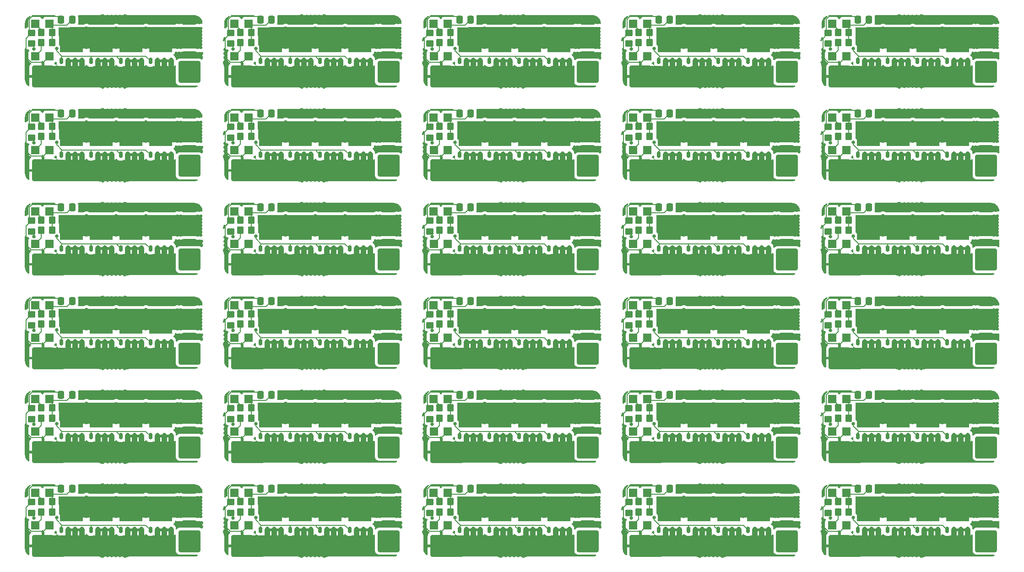
<source format=gbr>
%TF.GenerationSoftware,KiCad,Pcbnew,8.0.1*%
%TF.CreationDate,2024-05-29T13:53:08-05:00*%
%TF.ProjectId,eve PCB Project,65766520-5043-4422-9050-726f6a656374,rev?*%
%TF.SameCoordinates,Original*%
%TF.FileFunction,Copper,L2,Bot*%
%TF.FilePolarity,Positive*%
%FSLAX46Y46*%
G04 Gerber Fmt 4.6, Leading zero omitted, Abs format (unit mm)*
G04 Created by KiCad (PCBNEW 8.0.1) date 2024-05-29 13:53:08*
%MOMM*%
%LPD*%
G01*
G04 APERTURE LIST*
G04 Aperture macros list*
%AMRoundRect*
0 Rectangle with rounded corners*
0 $1 Rounding radius*
0 $2 $3 $4 $5 $6 $7 $8 $9 X,Y pos of 4 corners*
0 Add a 4 corners polygon primitive as box body*
4,1,4,$2,$3,$4,$5,$6,$7,$8,$9,$2,$3,0*
0 Add four circle primitives for the rounded corners*
1,1,$1+$1,$2,$3*
1,1,$1+$1,$4,$5*
1,1,$1+$1,$6,$7*
1,1,$1+$1,$8,$9*
0 Add four rect primitives between the rounded corners*
20,1,$1+$1,$2,$3,$4,$5,0*
20,1,$1+$1,$4,$5,$6,$7,0*
20,1,$1+$1,$6,$7,$8,$9,0*
20,1,$1+$1,$8,$9,$2,$3,0*%
%AMFreePoly0*
4,1,9,2.975000,-2.350000,1.425000,-2.350000,1.425000,-2.100000,-1.650000,-2.100000,-1.650000,2.100000,1.425000,2.100000,1.425000,2.350000,2.975000,2.350000,2.975000,-2.350000,2.975000,-2.350000,$1*%
G04 Aperture macros list end*
%TA.AperFunction,ComponentPad*%
%ADD10RoundRect,0.250000X-1.750000X-1.750000X1.750000X-1.750000X1.750000X1.750000X-1.750000X1.750000X0*%
%TD*%
%TA.AperFunction,ComponentPad*%
%ADD11RoundRect,0.250000X0.550000X-0.550000X0.550000X0.550000X-0.550000X0.550000X-0.550000X-0.550000X0*%
%TD*%
%TA.AperFunction,ComponentPad*%
%ADD12RoundRect,0.250000X0.550000X0.550000X-0.550000X0.550000X-0.550000X-0.550000X0.550000X-0.550000X0*%
%TD*%
%TA.AperFunction,ComponentPad*%
%ADD13RoundRect,0.250000X1.750000X1.750000X-1.750000X1.750000X-1.750000X-1.750000X1.750000X-1.750000X0*%
%TD*%
%TA.AperFunction,SMDPad,CuDef*%
%ADD14RoundRect,0.250000X0.350000X0.450000X-0.350000X0.450000X-0.350000X-0.450000X0.350000X-0.450000X0*%
%TD*%
%TA.AperFunction,SMDPad,CuDef*%
%ADD15RoundRect,0.175000X0.175000X0.400000X-0.175000X0.400000X-0.175000X-0.400000X0.175000X-0.400000X0*%
%TD*%
%TA.AperFunction,SMDPad,CuDef*%
%ADD16FreePoly0,90.000000*%
%TD*%
%TA.AperFunction,SMDPad,CuDef*%
%ADD17RoundRect,0.250000X0.450000X-0.350000X0.450000X0.350000X-0.450000X0.350000X-0.450000X-0.350000X0*%
%TD*%
%TA.AperFunction,SMDPad,CuDef*%
%ADD18RoundRect,0.250000X0.337500X0.475000X-0.337500X0.475000X-0.337500X-0.475000X0.337500X-0.475000X0*%
%TD*%
%TA.AperFunction,ViaPad*%
%ADD19C,0.660000*%
%TD*%
%TA.AperFunction,ViaPad*%
%ADD20C,0.600000*%
%TD*%
%TA.AperFunction,Conductor*%
%ADD21C,0.200000*%
%TD*%
%TA.AperFunction,Conductor*%
%ADD22C,1.000000*%
%TD*%
%TA.AperFunction,Conductor*%
%ADD23C,4.000000*%
%TD*%
G04 APERTURE END LIST*
D10*
%TO.P,Lead (-),1,Pin_1*%
%TO.N,Lead (-)*%
X117770000Y-126090000D03*
%TD*%
%TO.P,Lead (-),1,Pin_1*%
%TO.N,Lead (-)*%
X191450000Y-143450000D03*
%TD*%
D11*
%TO.P,GND,1,Pin_1*%
%TO.N,GND*%
X91890000Y-123140000D03*
%TD*%
%TO.P,5V,1,Pin_1*%
%TO.N,+5V*%
X91890000Y-134500000D03*
%TD*%
D10*
%TO.P,Lead (-),1,Pin_1*%
%TO.N,Lead (-)*%
X228290000Y-74010000D03*
%TD*%
D11*
%TO.P,GND,1,Pin_1*%
%TO.N,GND*%
X202410000Y-123140000D03*
%TD*%
%TO.P,GND,1,Pin_1*%
%TO.N,GND*%
X165570000Y-71060000D03*
%TD*%
D10*
%TO.P,Lead (-),1,Pin_1*%
%TO.N,Lead (-)*%
X154610000Y-56650000D03*
%TD*%
D12*
%TO.P,SCL,1,Pin_1*%
%TO.N,SCL*%
X162960000Y-88420000D03*
%TD*%
D13*
%TO.P,GND,1,Pin_1*%
%TO.N,GND*%
X53830000Y-92220000D03*
%TD*%
%TO.P,GND,1,Pin_1*%
%TO.N,GND*%
X90670000Y-57500000D03*
%TD*%
D11*
%TO.P,GND,1,Pin_1*%
%TO.N,GND*%
X128730000Y-123140000D03*
%TD*%
D10*
%TO.P,Lead (-),1,Pin_1*%
%TO.N,Lead (-)*%
X191450000Y-74010000D03*
%TD*%
D11*
%TO.P,5V,1,Pin_1*%
%TO.N,+5V*%
X165570000Y-47700000D03*
%TD*%
%TO.P,GND,1,Pin_1*%
%TO.N,GND*%
X55050000Y-53700000D03*
%TD*%
%TO.P,SDA,1,Pin_1*%
%TO.N,SDA*%
X162950000Y-117140000D03*
%TD*%
D13*
%TO.P,GND,1,Pin_1*%
%TO.N,GND*%
X90670000Y-144300000D03*
%TD*%
D11*
%TO.P,SDA,1,Pin_1*%
%TO.N,SDA*%
X162950000Y-99780000D03*
%TD*%
D10*
%TO.P,Lead (-),1,Pin_1*%
%TO.N,Lead (-)*%
X117770000Y-143450000D03*
%TD*%
D11*
%TO.P,SDA,1,Pin_1*%
%TO.N,SDA*%
X52430000Y-82420000D03*
%TD*%
D10*
%TO.P,Lead (-),1,Pin_1*%
%TO.N,Lead (-)*%
X228290000Y-143450000D03*
%TD*%
D11*
%TO.P,5V,1,Pin_1*%
%TO.N,+5V*%
X202410000Y-65060000D03*
%TD*%
%TO.P,SDA,1,Pin_1*%
%TO.N,SDA*%
X52430000Y-99780000D03*
%TD*%
D13*
%TO.P,GND,1,Pin_1*%
%TO.N,GND*%
X53830000Y-126940000D03*
%TD*%
D11*
%TO.P,GND,1,Pin_1*%
%TO.N,GND*%
X202410000Y-71060000D03*
%TD*%
%TO.P,5V,1,Pin_1*%
%TO.N,+5V*%
X128730000Y-117140000D03*
%TD*%
%TO.P,SDA,1,Pin_1*%
%TO.N,SDA*%
X199790000Y-47700000D03*
%TD*%
%TO.P,SDA,1,Pin_1*%
%TO.N,SDA*%
X126110000Y-117140000D03*
%TD*%
%TO.P,SDA,1,Pin_1*%
%TO.N,SDA*%
X52430000Y-117140000D03*
%TD*%
%TO.P,SDA,1,Pin_1*%
%TO.N,SDA*%
X199790000Y-82420000D03*
%TD*%
%TO.P,5V,1,Pin_1*%
%TO.N,+5V*%
X165570000Y-65060000D03*
%TD*%
%TO.P,GND,1,Pin_1*%
%TO.N,GND*%
X202410000Y-105780000D03*
%TD*%
D13*
%TO.P,GND,1,Pin_1*%
%TO.N,GND*%
X164350000Y-109580000D03*
%TD*%
%TO.P,GND,1,Pin_1*%
%TO.N,GND*%
X164350000Y-57500000D03*
%TD*%
D10*
%TO.P,Lead (-),1,Pin_1*%
%TO.N,Lead (-)*%
X228290000Y-56650000D03*
%TD*%
D11*
%TO.P,SDA,1,Pin_1*%
%TO.N,SDA*%
X199790000Y-134500000D03*
%TD*%
D10*
%TO.P,Lead (-),1,Pin_1*%
%TO.N,Lead (-)*%
X228290000Y-126090000D03*
%TD*%
%TO.P,Lead (-),1,Pin_1*%
%TO.N,Lead (-)*%
X117770000Y-108730000D03*
%TD*%
D13*
%TO.P,GND,1,Pin_1*%
%TO.N,GND*%
X164350000Y-126940000D03*
%TD*%
%TO.P,GND,1,Pin_1*%
%TO.N,GND*%
X90670000Y-109580000D03*
%TD*%
D11*
%TO.P,5V,1,Pin_1*%
%TO.N,+5V*%
X165570000Y-99780000D03*
%TD*%
%TO.P,5V,1,Pin_1*%
%TO.N,+5V*%
X55050000Y-82420000D03*
%TD*%
%TO.P,SDA,1,Pin_1*%
%TO.N,SDA*%
X126110000Y-82420000D03*
%TD*%
D13*
%TO.P,GND,1,Pin_1*%
%TO.N,GND*%
X90670000Y-92220000D03*
%TD*%
D11*
%TO.P,SDA,1,Pin_1*%
%TO.N,SDA*%
X162950000Y-65060000D03*
%TD*%
D10*
%TO.P,Lead (-),1,Pin_1*%
%TO.N,Lead (-)*%
X191450000Y-56650000D03*
%TD*%
D13*
%TO.P,GND,1,Pin_1*%
%TO.N,GND*%
X53830000Y-74860000D03*
%TD*%
D12*
%TO.P,SCL,1,Pin_1*%
%TO.N,SCL*%
X126120000Y-53700000D03*
%TD*%
D10*
%TO.P,Lead (-),1,Pin_1*%
%TO.N,Lead (-)*%
X117770000Y-56650000D03*
%TD*%
D12*
%TO.P,SCL,1,Pin_1*%
%TO.N,SCL*%
X89280000Y-71060000D03*
%TD*%
D11*
%TO.P,5V,1,Pin_1*%
%TO.N,+5V*%
X128730000Y-47700000D03*
%TD*%
D10*
%TO.P,Lead (-),1,Pin_1*%
%TO.N,Lead (-)*%
X154610000Y-91370000D03*
%TD*%
D11*
%TO.P,5V,1,Pin_1*%
%TO.N,+5V*%
X128730000Y-134500000D03*
%TD*%
%TO.P,SDA,1,Pin_1*%
%TO.N,SDA*%
X126110000Y-65060000D03*
%TD*%
%TO.P,GND,1,Pin_1*%
%TO.N,GND*%
X165570000Y-105780000D03*
%TD*%
%TO.P,5V,1,Pin_1*%
%TO.N,+5V*%
X165570000Y-82420000D03*
%TD*%
%TO.P,GND,1,Pin_1*%
%TO.N,GND*%
X128730000Y-53700000D03*
%TD*%
%TO.P,GND,1,Pin_1*%
%TO.N,GND*%
X202410000Y-140500000D03*
%TD*%
D12*
%TO.P,SCL,1,Pin_1*%
%TO.N,SCL*%
X89280000Y-88420000D03*
%TD*%
D11*
%TO.P,SDA,1,Pin_1*%
%TO.N,SDA*%
X199790000Y-117140000D03*
%TD*%
%TO.P,5V,1,Pin_1*%
%TO.N,+5V*%
X202410000Y-47700000D03*
%TD*%
%TO.P,5V,1,Pin_1*%
%TO.N,+5V*%
X91890000Y-99780000D03*
%TD*%
D13*
%TO.P,GND,1,Pin_1*%
%TO.N,GND*%
X127510000Y-109580000D03*
%TD*%
D11*
%TO.P,GND,1,Pin_1*%
%TO.N,GND*%
X165570000Y-53700000D03*
%TD*%
%TO.P,SDA,1,Pin_1*%
%TO.N,SDA*%
X126110000Y-99780000D03*
%TD*%
D10*
%TO.P,Lead (-),1,Pin_1*%
%TO.N,Lead (-)*%
X117770000Y-91370000D03*
%TD*%
D12*
%TO.P,SCL,1,Pin_1*%
%TO.N,SCL*%
X199800000Y-53700000D03*
%TD*%
D11*
%TO.P,5V,1,Pin_1*%
%TO.N,+5V*%
X128730000Y-65060000D03*
%TD*%
D10*
%TO.P,Lead (-),1,Pin_1*%
%TO.N,Lead (-)*%
X154610000Y-126090000D03*
%TD*%
D12*
%TO.P,SCL,1,Pin_1*%
%TO.N,SCL*%
X52440000Y-105780000D03*
%TD*%
D11*
%TO.P,GND,1,Pin_1*%
%TO.N,GND*%
X202410000Y-88420000D03*
%TD*%
D13*
%TO.P,GND,1,Pin_1*%
%TO.N,GND*%
X90670000Y-126940000D03*
%TD*%
D11*
%TO.P,SDA,1,Pin_1*%
%TO.N,SDA*%
X89270000Y-47700000D03*
%TD*%
%TO.P,SDA,1,Pin_1*%
%TO.N,SDA*%
X52430000Y-134500000D03*
%TD*%
%TO.P,GND,1,Pin_1*%
%TO.N,GND*%
X55050000Y-123140000D03*
%TD*%
D12*
%TO.P,SCL,1,Pin_1*%
%TO.N,SCL*%
X126120000Y-71060000D03*
%TD*%
D11*
%TO.P,GND,1,Pin_1*%
%TO.N,GND*%
X165570000Y-140500000D03*
%TD*%
D13*
%TO.P,GND,1,Pin_1*%
%TO.N,GND*%
X201190000Y-144300000D03*
%TD*%
D11*
%TO.P,GND,1,Pin_1*%
%TO.N,GND*%
X128730000Y-105780000D03*
%TD*%
D12*
%TO.P,SCL,1,Pin_1*%
%TO.N,SCL*%
X52440000Y-88420000D03*
%TD*%
D11*
%TO.P,GND,1,Pin_1*%
%TO.N,GND*%
X55050000Y-88420000D03*
%TD*%
%TO.P,GND,1,Pin_1*%
%TO.N,GND*%
X55050000Y-105780000D03*
%TD*%
%TO.P,GND,1,Pin_1*%
%TO.N,GND*%
X128730000Y-71060000D03*
%TD*%
D13*
%TO.P,GND,1,Pin_1*%
%TO.N,GND*%
X164350000Y-92220000D03*
%TD*%
D11*
%TO.P,5V,1,Pin_1*%
%TO.N,+5V*%
X91890000Y-47700000D03*
%TD*%
%TO.P,SDA,1,Pin_1*%
%TO.N,SDA*%
X199790000Y-99780000D03*
%TD*%
D12*
%TO.P,SCL,1,Pin_1*%
%TO.N,SCL*%
X199800000Y-71060000D03*
%TD*%
D11*
%TO.P,5V,1,Pin_1*%
%TO.N,+5V*%
X91890000Y-65060000D03*
%TD*%
%TO.P,SDA,1,Pin_1*%
%TO.N,SDA*%
X89270000Y-117140000D03*
%TD*%
D12*
%TO.P,SCL,1,Pin_1*%
%TO.N,SCL*%
X89280000Y-123140000D03*
%TD*%
%TO.P,SCL,1,Pin_1*%
%TO.N,SCL*%
X52440000Y-140500000D03*
%TD*%
%TO.P,SCL,1,Pin_1*%
%TO.N,SCL*%
X126120000Y-123140000D03*
%TD*%
D13*
%TO.P,GND,1,Pin_1*%
%TO.N,GND*%
X127510000Y-57500000D03*
%TD*%
D12*
%TO.P,SCL,1,Pin_1*%
%TO.N,SCL*%
X89280000Y-105780000D03*
%TD*%
D13*
%TO.P,GND,1,Pin_1*%
%TO.N,GND*%
X127510000Y-126940000D03*
%TD*%
D11*
%TO.P,SDA,1,Pin_1*%
%TO.N,SDA*%
X162950000Y-82420000D03*
%TD*%
D10*
%TO.P,Lead (-),1,Pin_1*%
%TO.N,Lead (-)*%
X154610000Y-143450000D03*
%TD*%
D11*
%TO.P,SDA,1,Pin_1*%
%TO.N,SDA*%
X126110000Y-134500000D03*
%TD*%
%TO.P,GND,1,Pin_1*%
%TO.N,GND*%
X91890000Y-53700000D03*
%TD*%
%TO.P,GND,1,Pin_1*%
%TO.N,GND*%
X91890000Y-105780000D03*
%TD*%
%TO.P,5V,1,Pin_1*%
%TO.N,+5V*%
X165570000Y-134500000D03*
%TD*%
D12*
%TO.P,SCL,1,Pin_1*%
%TO.N,SCL*%
X89280000Y-140500000D03*
%TD*%
D11*
%TO.P,5V,1,Pin_1*%
%TO.N,+5V*%
X128730000Y-82420000D03*
%TD*%
D13*
%TO.P,GND,1,Pin_1*%
%TO.N,GND*%
X201190000Y-92220000D03*
%TD*%
D12*
%TO.P,SCL,1,Pin_1*%
%TO.N,SCL*%
X162960000Y-140500000D03*
%TD*%
D11*
%TO.P,5V,1,Pin_1*%
%TO.N,+5V*%
X202410000Y-134500000D03*
%TD*%
%TO.P,5V,1,Pin_1*%
%TO.N,+5V*%
X202410000Y-99780000D03*
%TD*%
D13*
%TO.P,GND,1,Pin_1*%
%TO.N,GND*%
X164350000Y-144300000D03*
%TD*%
D11*
%TO.P,SDA,1,Pin_1*%
%TO.N,SDA*%
X89270000Y-82420000D03*
%TD*%
D12*
%TO.P,SCL,1,Pin_1*%
%TO.N,SCL*%
X162960000Y-123140000D03*
%TD*%
D10*
%TO.P,Lead (-),1,Pin_1*%
%TO.N,Lead (-)*%
X191450000Y-126090000D03*
%TD*%
%TO.P,Lead (-),1,Pin_1*%
%TO.N,Lead (-)*%
X191450000Y-91370000D03*
%TD*%
D13*
%TO.P,GND,1,Pin_1*%
%TO.N,GND*%
X164350000Y-74860000D03*
%TD*%
D10*
%TO.P,Lead (-),1,Pin_1*%
%TO.N,Lead (-)*%
X80930000Y-143450000D03*
%TD*%
D11*
%TO.P,GND,1,Pin_1*%
%TO.N,GND*%
X91890000Y-140500000D03*
%TD*%
%TO.P,GND,1,Pin_1*%
%TO.N,GND*%
X55050000Y-140500000D03*
%TD*%
D12*
%TO.P,SCL,1,Pin_1*%
%TO.N,SCL*%
X126120000Y-140500000D03*
%TD*%
D13*
%TO.P,GND,1,Pin_1*%
%TO.N,GND*%
X201190000Y-126940000D03*
%TD*%
D12*
%TO.P,SCL,1,Pin_1*%
%TO.N,SCL*%
X162960000Y-53700000D03*
%TD*%
D11*
%TO.P,5V,1,Pin_1*%
%TO.N,+5V*%
X128730000Y-99780000D03*
%TD*%
D13*
%TO.P,GND,1,Pin_1*%
%TO.N,GND*%
X127510000Y-74860000D03*
%TD*%
D12*
%TO.P,SCL,1,Pin_1*%
%TO.N,SCL*%
X52440000Y-53700000D03*
%TD*%
D10*
%TO.P,Lead (-),1,Pin_1*%
%TO.N,Lead (-)*%
X80930000Y-74010000D03*
%TD*%
D11*
%TO.P,GND,1,Pin_1*%
%TO.N,GND*%
X128730000Y-88420000D03*
%TD*%
D10*
%TO.P,Lead (-),1,Pin_1*%
%TO.N,Lead (-)*%
X117770000Y-74010000D03*
%TD*%
%TO.P,Lead (-),1,Pin_1*%
%TO.N,Lead (-)*%
X228290000Y-108730000D03*
%TD*%
D11*
%TO.P,GND,1,Pin_1*%
%TO.N,GND*%
X202410000Y-53700000D03*
%TD*%
D10*
%TO.P,Lead (-),1,Pin_1*%
%TO.N,Lead (-)*%
X228290000Y-91370000D03*
%TD*%
D12*
%TO.P,SCL,1,Pin_1*%
%TO.N,SCL*%
X199800000Y-123140000D03*
%TD*%
D13*
%TO.P,GND,1,Pin_1*%
%TO.N,GND*%
X90670000Y-74860000D03*
%TD*%
D12*
%TO.P,SCL,1,Pin_1*%
%TO.N,SCL*%
X199800000Y-105780000D03*
%TD*%
D11*
%TO.P,SDA,1,Pin_1*%
%TO.N,SDA*%
X89270000Y-134500000D03*
%TD*%
D13*
%TO.P,GND,1,Pin_1*%
%TO.N,GND*%
X53830000Y-109580000D03*
%TD*%
D11*
%TO.P,5V,1,Pin_1*%
%TO.N,+5V*%
X55050000Y-65060000D03*
%TD*%
D13*
%TO.P,GND,1,Pin_1*%
%TO.N,GND*%
X127510000Y-144300000D03*
%TD*%
D12*
%TO.P,SCL,1,Pin_1*%
%TO.N,SCL*%
X126120000Y-105780000D03*
%TD*%
D13*
%TO.P,GND,1,Pin_1*%
%TO.N,GND*%
X127510000Y-92220000D03*
%TD*%
D11*
%TO.P,5V,1,Pin_1*%
%TO.N,+5V*%
X55050000Y-117140000D03*
%TD*%
%TO.P,GND,1,Pin_1*%
%TO.N,GND*%
X91890000Y-71060000D03*
%TD*%
%TO.P,5V,1,Pin_1*%
%TO.N,+5V*%
X55050000Y-99780000D03*
%TD*%
D12*
%TO.P,SCL,1,Pin_1*%
%TO.N,SCL*%
X162960000Y-105780000D03*
%TD*%
D11*
%TO.P,5V,1,Pin_1*%
%TO.N,+5V*%
X55050000Y-134500000D03*
%TD*%
D12*
%TO.P,SCL,1,Pin_1*%
%TO.N,SCL*%
X162960000Y-71060000D03*
%TD*%
D13*
%TO.P,GND,1,Pin_1*%
%TO.N,GND*%
X201190000Y-74860000D03*
%TD*%
D11*
%TO.P,SDA,1,Pin_1*%
%TO.N,SDA*%
X126110000Y-47700000D03*
%TD*%
D12*
%TO.P,SCL,1,Pin_1*%
%TO.N,SCL*%
X126120000Y-88420000D03*
%TD*%
D11*
%TO.P,SDA,1,Pin_1*%
%TO.N,SDA*%
X89270000Y-99780000D03*
%TD*%
%TO.P,SDA,1,Pin_1*%
%TO.N,SDA*%
X162950000Y-47700000D03*
%TD*%
%TO.P,5V,1,Pin_1*%
%TO.N,+5V*%
X202410000Y-117140000D03*
%TD*%
D12*
%TO.P,SCL,1,Pin_1*%
%TO.N,SCL*%
X52440000Y-123140000D03*
%TD*%
D11*
%TO.P,SDA,1,Pin_1*%
%TO.N,SDA*%
X162950000Y-134500000D03*
%TD*%
%TO.P,GND,1,Pin_1*%
%TO.N,GND*%
X55050000Y-71060000D03*
%TD*%
%TO.P,GND,1,Pin_1*%
%TO.N,GND*%
X165570000Y-123140000D03*
%TD*%
D10*
%TO.P,Lead (-),1,Pin_1*%
%TO.N,Lead (-)*%
X191450000Y-108730000D03*
%TD*%
D11*
%TO.P,GND,1,Pin_1*%
%TO.N,GND*%
X128730000Y-140500000D03*
%TD*%
%TO.P,SDA,1,Pin_1*%
%TO.N,SDA*%
X89270000Y-65060000D03*
%TD*%
D12*
%TO.P,SCL,1,Pin_1*%
%TO.N,SCL*%
X199800000Y-88420000D03*
%TD*%
D11*
%TO.P,5V,1,Pin_1*%
%TO.N,+5V*%
X165570000Y-117140000D03*
%TD*%
%TO.P,SDA,1,Pin_1*%
%TO.N,SDA*%
X199790000Y-65060000D03*
%TD*%
%TO.P,5V,1,Pin_1*%
%TO.N,+5V*%
X55050000Y-47700000D03*
%TD*%
D10*
%TO.P,Lead (-),1,Pin_1*%
%TO.N,Lead (-)*%
X154610000Y-108730000D03*
%TD*%
D11*
%TO.P,SDA,1,Pin_1*%
%TO.N,SDA*%
X52430000Y-65060000D03*
%TD*%
D10*
%TO.P,Lead (-),1,Pin_1*%
%TO.N,Lead (-)*%
X80930000Y-56650000D03*
%TD*%
%TO.P,Lead (-),1,Pin_1*%
%TO.N,Lead (-)*%
X80930000Y-126090000D03*
%TD*%
D13*
%TO.P,GND,1,Pin_1*%
%TO.N,GND*%
X53830000Y-57500000D03*
%TD*%
D10*
%TO.P,Lead (-),1,Pin_1*%
%TO.N,Lead (-)*%
X80930000Y-91370000D03*
%TD*%
D11*
%TO.P,GND,1,Pin_1*%
%TO.N,GND*%
X91890000Y-88420000D03*
%TD*%
D12*
%TO.P,SCL,1,Pin_1*%
%TO.N,SCL*%
X52440000Y-71060000D03*
%TD*%
D13*
%TO.P,GND,1,Pin_1*%
%TO.N,GND*%
X53830000Y-144300000D03*
%TD*%
D10*
%TO.P,Lead (-),1,Pin_1*%
%TO.N,Lead (-)*%
X80930000Y-108730000D03*
%TD*%
D11*
%TO.P,5V,1,Pin_1*%
%TO.N,+5V*%
X91890000Y-117140000D03*
%TD*%
D12*
%TO.P,SCL,1,Pin_1*%
%TO.N,SCL*%
X89280000Y-53700000D03*
%TD*%
D11*
%TO.P,GND,1,Pin_1*%
%TO.N,GND*%
X165570000Y-88420000D03*
%TD*%
D13*
%TO.P,GND,1,Pin_1*%
%TO.N,GND*%
X201190000Y-57500000D03*
%TD*%
D11*
%TO.P,SDA,1,Pin_1*%
%TO.N,SDA*%
X52430000Y-47700000D03*
%TD*%
D12*
%TO.P,SCL,1,Pin_1*%
%TO.N,SCL*%
X199800000Y-140500000D03*
%TD*%
D13*
%TO.P,GND,1,Pin_1*%
%TO.N,GND*%
X201190000Y-109580000D03*
%TD*%
D11*
%TO.P,5V,1,Pin_1*%
%TO.N,+5V*%
X91890000Y-82420000D03*
%TD*%
D10*
%TO.P,Lead (-),1,Pin_1*%
%TO.N,Lead (-)*%
X154610000Y-74010000D03*
%TD*%
D11*
%TO.P,5V,1,Pin_1*%
%TO.N,+5V*%
X202410000Y-82420000D03*
%TD*%
D14*
%TO.P,R2,1*%
%TO.N,+5V*%
X55520000Y-138030000D03*
%TO.P,R2,2*%
%TO.N,SCL*%
X53520000Y-138030000D03*
%TD*%
D15*
%TO.P,Q8,1,S*%
%TO.N,GND*%
X145720000Y-124045000D03*
%TO.P,Q8,2,S*%
X144450000Y-124045000D03*
%TO.P,Q8,3,S*%
X143170000Y-124045000D03*
%TO.P,Q8,4,G*%
%TO.N,Net-(Q1-G)*%
X141900000Y-124045000D03*
D16*
%TO.P,Q8,5,D*%
%TO.N,Drain*%
X143810000Y-120775000D03*
%TD*%
D15*
%TO.P,Q7,1,S*%
%TO.N,GND*%
X66540000Y-89325000D03*
%TO.P,Q7,2,S*%
X65270000Y-89325000D03*
%TO.P,Q7,3,S*%
X63990000Y-89325000D03*
%TO.P,Q7,4,G*%
%TO.N,Net-(Q1-G)*%
X62720000Y-89325000D03*
D16*
%TO.P,Q7,5,D*%
%TO.N,Drain*%
X64630000Y-86055000D03*
%TD*%
D17*
%TO.P,R1,1*%
%TO.N,Net-(U1-A0)*%
X162240000Y-51410000D03*
%TO.P,R1,2*%
%TO.N,GND*%
X162240000Y-49410000D03*
%TD*%
D14*
%TO.P,R2,1*%
%TO.N,+5V*%
X92360000Y-138030000D03*
%TO.P,R2,2*%
%TO.N,SCL*%
X90360000Y-138030000D03*
%TD*%
D17*
%TO.P,R1,1*%
%TO.N,Net-(U1-A0)*%
X51720000Y-86130000D03*
%TO.P,R1,2*%
%TO.N,GND*%
X51720000Y-84130000D03*
%TD*%
D14*
%TO.P,R3,1*%
%TO.N,+5V*%
X202880000Y-136130000D03*
%TO.P,R3,2*%
%TO.N,SDA*%
X200880000Y-136130000D03*
%TD*%
D15*
%TO.P,Q7,1,S*%
%TO.N,GND*%
X177060000Y-71965000D03*
%TO.P,Q7,2,S*%
X175790000Y-71965000D03*
%TO.P,Q7,3,S*%
X174510000Y-71965000D03*
%TO.P,Q7,4,G*%
%TO.N,Net-(Q1-G)*%
X173240000Y-71965000D03*
D16*
%TO.P,Q7,5,D*%
%TO.N,Drain*%
X175150000Y-68695000D03*
%TD*%
D15*
%TO.P,Q6,1,S*%
%TO.N,GND*%
X134720000Y-141405000D03*
%TO.P,Q6,2,S*%
X133450000Y-141405000D03*
%TO.P,Q6,3,S*%
X132170000Y-141405000D03*
%TO.P,Q6,4,G*%
%TO.N,Net-(Q1-G)*%
X130900000Y-141405000D03*
D16*
%TO.P,Q6,5,D*%
%TO.N,Drain*%
X132810000Y-138135000D03*
%TD*%
D17*
%TO.P,R1,1*%
%TO.N,Net-(U1-A0)*%
X199080000Y-103490000D03*
%TO.P,R1,2*%
%TO.N,GND*%
X199080000Y-101490000D03*
%TD*%
%TO.P,R1,1*%
%TO.N,Net-(U1-A0)*%
X51720000Y-103490000D03*
%TO.P,R1,2*%
%TO.N,GND*%
X51720000Y-101490000D03*
%TD*%
D15*
%TO.P,Q8,1,S*%
%TO.N,GND*%
X108880000Y-89325000D03*
%TO.P,Q8,2,S*%
X107610000Y-89325000D03*
%TO.P,Q8,3,S*%
X106330000Y-89325000D03*
%TO.P,Q8,4,G*%
%TO.N,Net-(Q1-G)*%
X105060000Y-89325000D03*
D16*
%TO.P,Q8,5,D*%
%TO.N,Drain*%
X106970000Y-86055000D03*
%TD*%
D14*
%TO.P,R3,1*%
%TO.N,+5V*%
X55520000Y-49330000D03*
%TO.P,R3,2*%
%TO.N,SDA*%
X53520000Y-49330000D03*
%TD*%
D15*
%TO.P,Q6,1,S*%
%TO.N,GND*%
X97880000Y-54605000D03*
%TO.P,Q6,2,S*%
X96610000Y-54605000D03*
%TO.P,Q6,3,S*%
X95330000Y-54605000D03*
%TO.P,Q6,4,G*%
%TO.N,Net-(Q1-G)*%
X94060000Y-54605000D03*
D16*
%TO.P,Q6,5,D*%
%TO.N,Drain*%
X95970000Y-51335000D03*
%TD*%
D14*
%TO.P,R3,1*%
%TO.N,+5V*%
X166040000Y-118770000D03*
%TO.P,R3,2*%
%TO.N,SDA*%
X164040000Y-118770000D03*
%TD*%
D17*
%TO.P,R1,1*%
%TO.N,Net-(U1-A0)*%
X125400000Y-51410000D03*
%TO.P,R1,2*%
%TO.N,GND*%
X125400000Y-49410000D03*
%TD*%
%TO.P,R1,1*%
%TO.N,Net-(U1-A0)*%
X125400000Y-68770000D03*
%TO.P,R1,2*%
%TO.N,GND*%
X125400000Y-66770000D03*
%TD*%
D15*
%TO.P,Q7,1,S*%
%TO.N,GND*%
X103380000Y-71965000D03*
%TO.P,Q7,2,S*%
X102110000Y-71965000D03*
%TO.P,Q7,3,S*%
X100830000Y-71965000D03*
%TO.P,Q7,4,G*%
%TO.N,Net-(Q1-G)*%
X99560000Y-71965000D03*
D16*
%TO.P,Q7,5,D*%
%TO.N,Drain*%
X101470000Y-68695000D03*
%TD*%
D17*
%TO.P,R1,1*%
%TO.N,Net-(U1-A0)*%
X162240000Y-86130000D03*
%TO.P,R1,2*%
%TO.N,GND*%
X162240000Y-84130000D03*
%TD*%
D15*
%TO.P,Q5,1,S*%
%TO.N,GND*%
X224900000Y-124045000D03*
%TO.P,Q5,2,S*%
X223630000Y-124045000D03*
%TO.P,Q5,3,S*%
X222350000Y-124045000D03*
%TO.P,Q5,4,G*%
%TO.N,Net-(Q1-G)*%
X221080000Y-124045000D03*
D16*
%TO.P,Q5,5,D*%
%TO.N,Drain*%
X222990000Y-120775000D03*
%TD*%
D15*
%TO.P,Q8,1,S*%
%TO.N,GND*%
X219400000Y-71965000D03*
%TO.P,Q8,2,S*%
X218130000Y-71965000D03*
%TO.P,Q8,3,S*%
X216850000Y-71965000D03*
%TO.P,Q8,4,G*%
%TO.N,Net-(Q1-G)*%
X215580000Y-71965000D03*
D16*
%TO.P,Q8,5,D*%
%TO.N,Drain*%
X217490000Y-68695000D03*
%TD*%
D15*
%TO.P,Q6,1,S*%
%TO.N,GND*%
X97880000Y-71965000D03*
%TO.P,Q6,2,S*%
X96610000Y-71965000D03*
%TO.P,Q6,3,S*%
X95330000Y-71965000D03*
%TO.P,Q6,4,G*%
%TO.N,Net-(Q1-G)*%
X94060000Y-71965000D03*
D16*
%TO.P,Q6,5,D*%
%TO.N,Drain*%
X95970000Y-68695000D03*
%TD*%
D14*
%TO.P,R2,1*%
%TO.N,+5V*%
X166040000Y-120670000D03*
%TO.P,R2,2*%
%TO.N,SCL*%
X164040000Y-120670000D03*
%TD*%
D15*
%TO.P,Q8,1,S*%
%TO.N,GND*%
X219400000Y-124045000D03*
%TO.P,Q8,2,S*%
X218130000Y-124045000D03*
%TO.P,Q8,3,S*%
X216850000Y-124045000D03*
%TO.P,Q8,4,G*%
%TO.N,Net-(Q1-G)*%
X215580000Y-124045000D03*
D16*
%TO.P,Q8,5,D*%
%TO.N,Drain*%
X217490000Y-120775000D03*
%TD*%
D15*
%TO.P,Q7,1,S*%
%TO.N,GND*%
X213900000Y-106685000D03*
%TO.P,Q7,2,S*%
X212630000Y-106685000D03*
%TO.P,Q7,3,S*%
X211350000Y-106685000D03*
%TO.P,Q7,4,G*%
%TO.N,Net-(Q1-G)*%
X210080000Y-106685000D03*
D16*
%TO.P,Q7,5,D*%
%TO.N,Drain*%
X211990000Y-103415000D03*
%TD*%
D14*
%TO.P,R3,1*%
%TO.N,+5V*%
X202880000Y-66690000D03*
%TO.P,R3,2*%
%TO.N,SDA*%
X200880000Y-66690000D03*
%TD*%
D15*
%TO.P,Q8,1,S*%
%TO.N,GND*%
X182560000Y-89325000D03*
%TO.P,Q8,2,S*%
X181290000Y-89325000D03*
%TO.P,Q8,3,S*%
X180010000Y-89325000D03*
%TO.P,Q8,4,G*%
%TO.N,Net-(Q1-G)*%
X178740000Y-89325000D03*
D16*
%TO.P,Q8,5,D*%
%TO.N,Drain*%
X180650000Y-86055000D03*
%TD*%
D14*
%TO.P,R2,1*%
%TO.N,+5V*%
X202880000Y-51230000D03*
%TO.P,R2,2*%
%TO.N,SCL*%
X200880000Y-51230000D03*
%TD*%
%TO.P,R3,1*%
%TO.N,+5V*%
X166040000Y-84050000D03*
%TO.P,R3,2*%
%TO.N,SDA*%
X164040000Y-84050000D03*
%TD*%
D18*
%TO.P,C1,1*%
%TO.N,+5V*%
X169780000Y-81700000D03*
%TO.P,C1,2*%
%TO.N,GND*%
X167705000Y-81700000D03*
%TD*%
D14*
%TO.P,R2,1*%
%TO.N,+5V*%
X55520000Y-51230000D03*
%TO.P,R2,2*%
%TO.N,SCL*%
X53520000Y-51230000D03*
%TD*%
D15*
%TO.P,Q6,1,S*%
%TO.N,GND*%
X208400000Y-106685000D03*
%TO.P,Q6,2,S*%
X207130000Y-106685000D03*
%TO.P,Q6,3,S*%
X205850000Y-106685000D03*
%TO.P,Q6,4,G*%
%TO.N,Net-(Q1-G)*%
X204580000Y-106685000D03*
D16*
%TO.P,Q6,5,D*%
%TO.N,Drain*%
X206490000Y-103415000D03*
%TD*%
D18*
%TO.P,C1,1*%
%TO.N,+5V*%
X96100000Y-64340000D03*
%TO.P,C1,2*%
%TO.N,GND*%
X94025000Y-64340000D03*
%TD*%
D15*
%TO.P,Q7,1,S*%
%TO.N,GND*%
X103380000Y-124045000D03*
%TO.P,Q7,2,S*%
X102110000Y-124045000D03*
%TO.P,Q7,3,S*%
X100830000Y-124045000D03*
%TO.P,Q7,4,G*%
%TO.N,Net-(Q1-G)*%
X99560000Y-124045000D03*
D16*
%TO.P,Q7,5,D*%
%TO.N,Drain*%
X101470000Y-120775000D03*
%TD*%
D14*
%TO.P,R2,1*%
%TO.N,+5V*%
X92360000Y-85950000D03*
%TO.P,R2,2*%
%TO.N,SCL*%
X90360000Y-85950000D03*
%TD*%
D15*
%TO.P,Q6,1,S*%
%TO.N,GND*%
X134720000Y-124045000D03*
%TO.P,Q6,2,S*%
X133450000Y-124045000D03*
%TO.P,Q6,3,S*%
X132170000Y-124045000D03*
%TO.P,Q6,4,G*%
%TO.N,Net-(Q1-G)*%
X130900000Y-124045000D03*
D16*
%TO.P,Q6,5,D*%
%TO.N,Drain*%
X132810000Y-120775000D03*
%TD*%
D15*
%TO.P,Q7,1,S*%
%TO.N,GND*%
X140220000Y-124045000D03*
%TO.P,Q7,2,S*%
X138950000Y-124045000D03*
%TO.P,Q7,3,S*%
X137670000Y-124045000D03*
%TO.P,Q7,4,G*%
%TO.N,Net-(Q1-G)*%
X136400000Y-124045000D03*
D16*
%TO.P,Q7,5,D*%
%TO.N,Drain*%
X138310000Y-120775000D03*
%TD*%
D14*
%TO.P,R3,1*%
%TO.N,+5V*%
X92360000Y-101410000D03*
%TO.P,R3,2*%
%TO.N,SDA*%
X90360000Y-101410000D03*
%TD*%
D15*
%TO.P,Q5,1,S*%
%TO.N,GND*%
X224900000Y-71965000D03*
%TO.P,Q5,2,S*%
X223630000Y-71965000D03*
%TO.P,Q5,3,S*%
X222350000Y-71965000D03*
%TO.P,Q5,4,G*%
%TO.N,Net-(Q1-G)*%
X221080000Y-71965000D03*
D16*
%TO.P,Q5,5,D*%
%TO.N,Drain*%
X222990000Y-68695000D03*
%TD*%
D14*
%TO.P,R2,1*%
%TO.N,+5V*%
X55520000Y-85950000D03*
%TO.P,R2,2*%
%TO.N,SCL*%
X53520000Y-85950000D03*
%TD*%
D18*
%TO.P,C1,1*%
%TO.N,+5V*%
X132940000Y-46980000D03*
%TO.P,C1,2*%
%TO.N,GND*%
X130865000Y-46980000D03*
%TD*%
D15*
%TO.P,Q8,1,S*%
%TO.N,GND*%
X108880000Y-54605000D03*
%TO.P,Q8,2,S*%
X107610000Y-54605000D03*
%TO.P,Q8,3,S*%
X106330000Y-54605000D03*
%TO.P,Q8,4,G*%
%TO.N,Net-(Q1-G)*%
X105060000Y-54605000D03*
D16*
%TO.P,Q8,5,D*%
%TO.N,Drain*%
X106970000Y-51335000D03*
%TD*%
D14*
%TO.P,R2,1*%
%TO.N,+5V*%
X202880000Y-68590000D03*
%TO.P,R2,2*%
%TO.N,SCL*%
X200880000Y-68590000D03*
%TD*%
%TO.P,R3,1*%
%TO.N,+5V*%
X166040000Y-101410000D03*
%TO.P,R3,2*%
%TO.N,SDA*%
X164040000Y-101410000D03*
%TD*%
D15*
%TO.P,Q7,1,S*%
%TO.N,GND*%
X213900000Y-141405000D03*
%TO.P,Q7,2,S*%
X212630000Y-141405000D03*
%TO.P,Q7,3,S*%
X211350000Y-141405000D03*
%TO.P,Q7,4,G*%
%TO.N,Net-(Q1-G)*%
X210080000Y-141405000D03*
D16*
%TO.P,Q7,5,D*%
%TO.N,Drain*%
X211990000Y-138135000D03*
%TD*%
D18*
%TO.P,C1,1*%
%TO.N,+5V*%
X96100000Y-99060000D03*
%TO.P,C1,2*%
%TO.N,GND*%
X94025000Y-99060000D03*
%TD*%
D15*
%TO.P,Q5,1,S*%
%TO.N,GND*%
X114380000Y-106685000D03*
%TO.P,Q5,2,S*%
X113110000Y-106685000D03*
%TO.P,Q5,3,S*%
X111830000Y-106685000D03*
%TO.P,Q5,4,G*%
%TO.N,Net-(Q1-G)*%
X110560000Y-106685000D03*
D16*
%TO.P,Q5,5,D*%
%TO.N,Drain*%
X112470000Y-103415000D03*
%TD*%
D14*
%TO.P,R3,1*%
%TO.N,+5V*%
X202880000Y-118770000D03*
%TO.P,R3,2*%
%TO.N,SDA*%
X200880000Y-118770000D03*
%TD*%
D18*
%TO.P,C1,1*%
%TO.N,+5V*%
X169780000Y-116420000D03*
%TO.P,C1,2*%
%TO.N,GND*%
X167705000Y-116420000D03*
%TD*%
D14*
%TO.P,R3,1*%
%TO.N,+5V*%
X92360000Y-118770000D03*
%TO.P,R3,2*%
%TO.N,SDA*%
X90360000Y-118770000D03*
%TD*%
D15*
%TO.P,Q8,1,S*%
%TO.N,GND*%
X145720000Y-71965000D03*
%TO.P,Q8,2,S*%
X144450000Y-71965000D03*
%TO.P,Q8,3,S*%
X143170000Y-71965000D03*
%TO.P,Q8,4,G*%
%TO.N,Net-(Q1-G)*%
X141900000Y-71965000D03*
D16*
%TO.P,Q8,5,D*%
%TO.N,Drain*%
X143810000Y-68695000D03*
%TD*%
D15*
%TO.P,Q6,1,S*%
%TO.N,GND*%
X61040000Y-124045000D03*
%TO.P,Q6,2,S*%
X59770000Y-124045000D03*
%TO.P,Q6,3,S*%
X58490000Y-124045000D03*
%TO.P,Q6,4,G*%
%TO.N,Net-(Q1-G)*%
X57220000Y-124045000D03*
D16*
%TO.P,Q6,5,D*%
%TO.N,Drain*%
X59130000Y-120775000D03*
%TD*%
D15*
%TO.P,Q7,1,S*%
%TO.N,GND*%
X177060000Y-89325000D03*
%TO.P,Q7,2,S*%
X175790000Y-89325000D03*
%TO.P,Q7,3,S*%
X174510000Y-89325000D03*
%TO.P,Q7,4,G*%
%TO.N,Net-(Q1-G)*%
X173240000Y-89325000D03*
D16*
%TO.P,Q7,5,D*%
%TO.N,Drain*%
X175150000Y-86055000D03*
%TD*%
D15*
%TO.P,Q6,1,S*%
%TO.N,GND*%
X97880000Y-124045000D03*
%TO.P,Q6,2,S*%
X96610000Y-124045000D03*
%TO.P,Q6,3,S*%
X95330000Y-124045000D03*
%TO.P,Q6,4,G*%
%TO.N,Net-(Q1-G)*%
X94060000Y-124045000D03*
D16*
%TO.P,Q6,5,D*%
%TO.N,Drain*%
X95970000Y-120775000D03*
%TD*%
D15*
%TO.P,Q5,1,S*%
%TO.N,GND*%
X114380000Y-89325000D03*
%TO.P,Q5,2,S*%
X113110000Y-89325000D03*
%TO.P,Q5,3,S*%
X111830000Y-89325000D03*
%TO.P,Q5,4,G*%
%TO.N,Net-(Q1-G)*%
X110560000Y-89325000D03*
D16*
%TO.P,Q5,5,D*%
%TO.N,Drain*%
X112470000Y-86055000D03*
%TD*%
D14*
%TO.P,R3,1*%
%TO.N,+5V*%
X129200000Y-136130000D03*
%TO.P,R3,2*%
%TO.N,SDA*%
X127200000Y-136130000D03*
%TD*%
D15*
%TO.P,Q5,1,S*%
%TO.N,GND*%
X151220000Y-106685000D03*
%TO.P,Q5,2,S*%
X149950000Y-106685000D03*
%TO.P,Q5,3,S*%
X148670000Y-106685000D03*
%TO.P,Q5,4,G*%
%TO.N,Net-(Q1-G)*%
X147400000Y-106685000D03*
D16*
%TO.P,Q5,5,D*%
%TO.N,Drain*%
X149310000Y-103415000D03*
%TD*%
D14*
%TO.P,R2,1*%
%TO.N,+5V*%
X129200000Y-138030000D03*
%TO.P,R2,2*%
%TO.N,SCL*%
X127200000Y-138030000D03*
%TD*%
D15*
%TO.P,Q5,1,S*%
%TO.N,GND*%
X77540000Y-54605000D03*
%TO.P,Q5,2,S*%
X76270000Y-54605000D03*
%TO.P,Q5,3,S*%
X74990000Y-54605000D03*
%TO.P,Q5,4,G*%
%TO.N,Net-(Q1-G)*%
X73720000Y-54605000D03*
D16*
%TO.P,Q5,5,D*%
%TO.N,Drain*%
X75630000Y-51335000D03*
%TD*%
D15*
%TO.P,Q8,1,S*%
%TO.N,GND*%
X72040000Y-106685000D03*
%TO.P,Q8,2,S*%
X70770000Y-106685000D03*
%TO.P,Q8,3,S*%
X69490000Y-106685000D03*
%TO.P,Q8,4,G*%
%TO.N,Net-(Q1-G)*%
X68220000Y-106685000D03*
D16*
%TO.P,Q8,5,D*%
%TO.N,Drain*%
X70130000Y-103415000D03*
%TD*%
D17*
%TO.P,R1,1*%
%TO.N,Net-(U1-A0)*%
X199080000Y-51410000D03*
%TO.P,R1,2*%
%TO.N,GND*%
X199080000Y-49410000D03*
%TD*%
D15*
%TO.P,Q8,1,S*%
%TO.N,GND*%
X182560000Y-106685000D03*
%TO.P,Q8,2,S*%
X181290000Y-106685000D03*
%TO.P,Q8,3,S*%
X180010000Y-106685000D03*
%TO.P,Q8,4,G*%
%TO.N,Net-(Q1-G)*%
X178740000Y-106685000D03*
D16*
%TO.P,Q8,5,D*%
%TO.N,Drain*%
X180650000Y-103415000D03*
%TD*%
D15*
%TO.P,Q8,1,S*%
%TO.N,GND*%
X219400000Y-54605000D03*
%TO.P,Q8,2,S*%
X218130000Y-54605000D03*
%TO.P,Q8,3,S*%
X216850000Y-54605000D03*
%TO.P,Q8,4,G*%
%TO.N,Net-(Q1-G)*%
X215580000Y-54605000D03*
D16*
%TO.P,Q8,5,D*%
%TO.N,Drain*%
X217490000Y-51335000D03*
%TD*%
D15*
%TO.P,Q5,1,S*%
%TO.N,GND*%
X114380000Y-54605000D03*
%TO.P,Q5,2,S*%
X113110000Y-54605000D03*
%TO.P,Q5,3,S*%
X111830000Y-54605000D03*
%TO.P,Q5,4,G*%
%TO.N,Net-(Q1-G)*%
X110560000Y-54605000D03*
D16*
%TO.P,Q5,5,D*%
%TO.N,Drain*%
X112470000Y-51335000D03*
%TD*%
D15*
%TO.P,Q8,1,S*%
%TO.N,GND*%
X182560000Y-141405000D03*
%TO.P,Q8,2,S*%
X181290000Y-141405000D03*
%TO.P,Q8,3,S*%
X180010000Y-141405000D03*
%TO.P,Q8,4,G*%
%TO.N,Net-(Q1-G)*%
X178740000Y-141405000D03*
D16*
%TO.P,Q8,5,D*%
%TO.N,Drain*%
X180650000Y-138135000D03*
%TD*%
D18*
%TO.P,C1,1*%
%TO.N,+5V*%
X59260000Y-116420000D03*
%TO.P,C1,2*%
%TO.N,GND*%
X57185000Y-116420000D03*
%TD*%
D15*
%TO.P,Q5,1,S*%
%TO.N,GND*%
X224900000Y-106685000D03*
%TO.P,Q5,2,S*%
X223630000Y-106685000D03*
%TO.P,Q5,3,S*%
X222350000Y-106685000D03*
%TO.P,Q5,4,G*%
%TO.N,Net-(Q1-G)*%
X221080000Y-106685000D03*
D16*
%TO.P,Q5,5,D*%
%TO.N,Drain*%
X222990000Y-103415000D03*
%TD*%
D17*
%TO.P,R1,1*%
%TO.N,Net-(U1-A0)*%
X88560000Y-138210000D03*
%TO.P,R1,2*%
%TO.N,GND*%
X88560000Y-136210000D03*
%TD*%
D15*
%TO.P,Q7,1,S*%
%TO.N,GND*%
X177060000Y-54605000D03*
%TO.P,Q7,2,S*%
X175790000Y-54605000D03*
%TO.P,Q7,3,S*%
X174510000Y-54605000D03*
%TO.P,Q7,4,G*%
%TO.N,Net-(Q1-G)*%
X173240000Y-54605000D03*
D16*
%TO.P,Q7,5,D*%
%TO.N,Drain*%
X175150000Y-51335000D03*
%TD*%
D15*
%TO.P,Q7,1,S*%
%TO.N,GND*%
X177060000Y-106685000D03*
%TO.P,Q7,2,S*%
X175790000Y-106685000D03*
%TO.P,Q7,3,S*%
X174510000Y-106685000D03*
%TO.P,Q7,4,G*%
%TO.N,Net-(Q1-G)*%
X173240000Y-106685000D03*
D16*
%TO.P,Q7,5,D*%
%TO.N,Drain*%
X175150000Y-103415000D03*
%TD*%
D17*
%TO.P,R1,1*%
%TO.N,Net-(U1-A0)*%
X162240000Y-68770000D03*
%TO.P,R1,2*%
%TO.N,GND*%
X162240000Y-66770000D03*
%TD*%
D15*
%TO.P,Q6,1,S*%
%TO.N,GND*%
X208400000Y-89325000D03*
%TO.P,Q6,2,S*%
X207130000Y-89325000D03*
%TO.P,Q6,3,S*%
X205850000Y-89325000D03*
%TO.P,Q6,4,G*%
%TO.N,Net-(Q1-G)*%
X204580000Y-89325000D03*
D16*
%TO.P,Q6,5,D*%
%TO.N,Drain*%
X206490000Y-86055000D03*
%TD*%
D15*
%TO.P,Q7,1,S*%
%TO.N,GND*%
X140220000Y-71965000D03*
%TO.P,Q7,2,S*%
X138950000Y-71965000D03*
%TO.P,Q7,3,S*%
X137670000Y-71965000D03*
%TO.P,Q7,4,G*%
%TO.N,Net-(Q1-G)*%
X136400000Y-71965000D03*
D16*
%TO.P,Q7,5,D*%
%TO.N,Drain*%
X138310000Y-68695000D03*
%TD*%
D15*
%TO.P,Q5,1,S*%
%TO.N,GND*%
X114380000Y-124045000D03*
%TO.P,Q5,2,S*%
X113110000Y-124045000D03*
%TO.P,Q5,3,S*%
X111830000Y-124045000D03*
%TO.P,Q5,4,G*%
%TO.N,Net-(Q1-G)*%
X110560000Y-124045000D03*
D16*
%TO.P,Q5,5,D*%
%TO.N,Drain*%
X112470000Y-120775000D03*
%TD*%
D15*
%TO.P,Q5,1,S*%
%TO.N,GND*%
X77540000Y-106685000D03*
%TO.P,Q5,2,S*%
X76270000Y-106685000D03*
%TO.P,Q5,3,S*%
X74990000Y-106685000D03*
%TO.P,Q5,4,G*%
%TO.N,Net-(Q1-G)*%
X73720000Y-106685000D03*
D16*
%TO.P,Q5,5,D*%
%TO.N,Drain*%
X75630000Y-103415000D03*
%TD*%
D17*
%TO.P,R1,1*%
%TO.N,Net-(U1-A0)*%
X199080000Y-68770000D03*
%TO.P,R1,2*%
%TO.N,GND*%
X199080000Y-66770000D03*
%TD*%
%TO.P,R1,1*%
%TO.N,Net-(U1-A0)*%
X162240000Y-120850000D03*
%TO.P,R1,2*%
%TO.N,GND*%
X162240000Y-118850000D03*
%TD*%
D15*
%TO.P,Q8,1,S*%
%TO.N,GND*%
X72040000Y-141405000D03*
%TO.P,Q8,2,S*%
X70770000Y-141405000D03*
%TO.P,Q8,3,S*%
X69490000Y-141405000D03*
%TO.P,Q8,4,G*%
%TO.N,Net-(Q1-G)*%
X68220000Y-141405000D03*
D16*
%TO.P,Q8,5,D*%
%TO.N,Drain*%
X70130000Y-138135000D03*
%TD*%
D17*
%TO.P,R1,1*%
%TO.N,Net-(U1-A0)*%
X162240000Y-138210000D03*
%TO.P,R1,2*%
%TO.N,GND*%
X162240000Y-136210000D03*
%TD*%
D15*
%TO.P,Q5,1,S*%
%TO.N,GND*%
X224900000Y-54605000D03*
%TO.P,Q5,2,S*%
X223630000Y-54605000D03*
%TO.P,Q5,3,S*%
X222350000Y-54605000D03*
%TO.P,Q5,4,G*%
%TO.N,Net-(Q1-G)*%
X221080000Y-54605000D03*
D16*
%TO.P,Q5,5,D*%
%TO.N,Drain*%
X222990000Y-51335000D03*
%TD*%
D17*
%TO.P,R1,1*%
%TO.N,Net-(U1-A0)*%
X125400000Y-103490000D03*
%TO.P,R1,2*%
%TO.N,GND*%
X125400000Y-101490000D03*
%TD*%
D15*
%TO.P,Q6,1,S*%
%TO.N,GND*%
X97880000Y-141405000D03*
%TO.P,Q6,2,S*%
X96610000Y-141405000D03*
%TO.P,Q6,3,S*%
X95330000Y-141405000D03*
%TO.P,Q6,4,G*%
%TO.N,Net-(Q1-G)*%
X94060000Y-141405000D03*
D16*
%TO.P,Q6,5,D*%
%TO.N,Drain*%
X95970000Y-138135000D03*
%TD*%
D17*
%TO.P,R1,1*%
%TO.N,Net-(U1-A0)*%
X88560000Y-120850000D03*
%TO.P,R1,2*%
%TO.N,GND*%
X88560000Y-118850000D03*
%TD*%
D15*
%TO.P,Q7,1,S*%
%TO.N,GND*%
X177060000Y-124045000D03*
%TO.P,Q7,2,S*%
X175790000Y-124045000D03*
%TO.P,Q7,3,S*%
X174510000Y-124045000D03*
%TO.P,Q7,4,G*%
%TO.N,Net-(Q1-G)*%
X173240000Y-124045000D03*
D16*
%TO.P,Q7,5,D*%
%TO.N,Drain*%
X175150000Y-120775000D03*
%TD*%
D17*
%TO.P,R1,1*%
%TO.N,Net-(U1-A0)*%
X199080000Y-138210000D03*
%TO.P,R1,2*%
%TO.N,GND*%
X199080000Y-136210000D03*
%TD*%
%TO.P,R1,1*%
%TO.N,Net-(U1-A0)*%
X199080000Y-120850000D03*
%TO.P,R1,2*%
%TO.N,GND*%
X199080000Y-118850000D03*
%TD*%
D14*
%TO.P,R2,1*%
%TO.N,+5V*%
X202880000Y-138030000D03*
%TO.P,R2,2*%
%TO.N,SCL*%
X200880000Y-138030000D03*
%TD*%
D17*
%TO.P,R1,1*%
%TO.N,Net-(U1-A0)*%
X51720000Y-120850000D03*
%TO.P,R1,2*%
%TO.N,GND*%
X51720000Y-118850000D03*
%TD*%
D15*
%TO.P,Q6,1,S*%
%TO.N,GND*%
X97880000Y-89325000D03*
%TO.P,Q6,2,S*%
X96610000Y-89325000D03*
%TO.P,Q6,3,S*%
X95330000Y-89325000D03*
%TO.P,Q6,4,G*%
%TO.N,Net-(Q1-G)*%
X94060000Y-89325000D03*
D16*
%TO.P,Q6,5,D*%
%TO.N,Drain*%
X95970000Y-86055000D03*
%TD*%
D17*
%TO.P,R1,1*%
%TO.N,Net-(U1-A0)*%
X125400000Y-86130000D03*
%TO.P,R1,2*%
%TO.N,GND*%
X125400000Y-84130000D03*
%TD*%
D15*
%TO.P,Q6,1,S*%
%TO.N,GND*%
X208400000Y-141405000D03*
%TO.P,Q6,2,S*%
X207130000Y-141405000D03*
%TO.P,Q6,3,S*%
X205850000Y-141405000D03*
%TO.P,Q6,4,G*%
%TO.N,Net-(Q1-G)*%
X204580000Y-141405000D03*
D16*
%TO.P,Q6,5,D*%
%TO.N,Drain*%
X206490000Y-138135000D03*
%TD*%
D15*
%TO.P,Q5,1,S*%
%TO.N,GND*%
X114380000Y-141405000D03*
%TO.P,Q5,2,S*%
X113110000Y-141405000D03*
%TO.P,Q5,3,S*%
X111830000Y-141405000D03*
%TO.P,Q5,4,G*%
%TO.N,Net-(Q1-G)*%
X110560000Y-141405000D03*
D16*
%TO.P,Q5,5,D*%
%TO.N,Drain*%
X112470000Y-138135000D03*
%TD*%
D15*
%TO.P,Q7,1,S*%
%TO.N,GND*%
X140220000Y-89325000D03*
%TO.P,Q7,2,S*%
X138950000Y-89325000D03*
%TO.P,Q7,3,S*%
X137670000Y-89325000D03*
%TO.P,Q7,4,G*%
%TO.N,Net-(Q1-G)*%
X136400000Y-89325000D03*
D16*
%TO.P,Q7,5,D*%
%TO.N,Drain*%
X138310000Y-86055000D03*
%TD*%
D15*
%TO.P,Q7,1,S*%
%TO.N,GND*%
X213900000Y-89325000D03*
%TO.P,Q7,2,S*%
X212630000Y-89325000D03*
%TO.P,Q7,3,S*%
X211350000Y-89325000D03*
%TO.P,Q7,4,G*%
%TO.N,Net-(Q1-G)*%
X210080000Y-89325000D03*
D16*
%TO.P,Q7,5,D*%
%TO.N,Drain*%
X211990000Y-86055000D03*
%TD*%
D18*
%TO.P,C1,1*%
%TO.N,+5V*%
X96100000Y-116420000D03*
%TO.P,C1,2*%
%TO.N,GND*%
X94025000Y-116420000D03*
%TD*%
%TO.P,C1,1*%
%TO.N,+5V*%
X206620000Y-133780000D03*
%TO.P,C1,2*%
%TO.N,GND*%
X204545000Y-133780000D03*
%TD*%
%TO.P,C1,1*%
%TO.N,+5V*%
X169780000Y-46980000D03*
%TO.P,C1,2*%
%TO.N,GND*%
X167705000Y-46980000D03*
%TD*%
D15*
%TO.P,Q8,1,S*%
%TO.N,GND*%
X108880000Y-141405000D03*
%TO.P,Q8,2,S*%
X107610000Y-141405000D03*
%TO.P,Q8,3,S*%
X106330000Y-141405000D03*
%TO.P,Q8,4,G*%
%TO.N,Net-(Q1-G)*%
X105060000Y-141405000D03*
D16*
%TO.P,Q8,5,D*%
%TO.N,Drain*%
X106970000Y-138135000D03*
%TD*%
D15*
%TO.P,Q5,1,S*%
%TO.N,GND*%
X188060000Y-89325000D03*
%TO.P,Q5,2,S*%
X186790000Y-89325000D03*
%TO.P,Q5,3,S*%
X185510000Y-89325000D03*
%TO.P,Q5,4,G*%
%TO.N,Net-(Q1-G)*%
X184240000Y-89325000D03*
D16*
%TO.P,Q5,5,D*%
%TO.N,Drain*%
X186150000Y-86055000D03*
%TD*%
D18*
%TO.P,C1,1*%
%TO.N,+5V*%
X206620000Y-116420000D03*
%TO.P,C1,2*%
%TO.N,GND*%
X204545000Y-116420000D03*
%TD*%
D15*
%TO.P,Q7,1,S*%
%TO.N,GND*%
X177060000Y-141405000D03*
%TO.P,Q7,2,S*%
X175790000Y-141405000D03*
%TO.P,Q7,3,S*%
X174510000Y-141405000D03*
%TO.P,Q7,4,G*%
%TO.N,Net-(Q1-G)*%
X173240000Y-141405000D03*
D16*
%TO.P,Q7,5,D*%
%TO.N,Drain*%
X175150000Y-138135000D03*
%TD*%
D17*
%TO.P,R1,1*%
%TO.N,Net-(U1-A0)*%
X88560000Y-68770000D03*
%TO.P,R1,2*%
%TO.N,GND*%
X88560000Y-66770000D03*
%TD*%
D15*
%TO.P,Q5,1,S*%
%TO.N,GND*%
X188060000Y-124045000D03*
%TO.P,Q5,2,S*%
X186790000Y-124045000D03*
%TO.P,Q5,3,S*%
X185510000Y-124045000D03*
%TO.P,Q5,4,G*%
%TO.N,Net-(Q1-G)*%
X184240000Y-124045000D03*
D16*
%TO.P,Q5,5,D*%
%TO.N,Drain*%
X186150000Y-120775000D03*
%TD*%
D15*
%TO.P,Q6,1,S*%
%TO.N,GND*%
X171560000Y-124045000D03*
%TO.P,Q6,2,S*%
X170290000Y-124045000D03*
%TO.P,Q6,3,S*%
X169010000Y-124045000D03*
%TO.P,Q6,4,G*%
%TO.N,Net-(Q1-G)*%
X167740000Y-124045000D03*
D16*
%TO.P,Q6,5,D*%
%TO.N,Drain*%
X169650000Y-120775000D03*
%TD*%
D14*
%TO.P,R2,1*%
%TO.N,+5V*%
X55520000Y-120670000D03*
%TO.P,R2,2*%
%TO.N,SCL*%
X53520000Y-120670000D03*
%TD*%
D15*
%TO.P,Q7,1,S*%
%TO.N,GND*%
X66540000Y-141405000D03*
%TO.P,Q7,2,S*%
X65270000Y-141405000D03*
%TO.P,Q7,3,S*%
X63990000Y-141405000D03*
%TO.P,Q7,4,G*%
%TO.N,Net-(Q1-G)*%
X62720000Y-141405000D03*
D16*
%TO.P,Q7,5,D*%
%TO.N,Drain*%
X64630000Y-138135000D03*
%TD*%
D14*
%TO.P,R3,1*%
%TO.N,+5V*%
X92360000Y-84050000D03*
%TO.P,R3,2*%
%TO.N,SDA*%
X90360000Y-84050000D03*
%TD*%
D18*
%TO.P,C1,1*%
%TO.N,+5V*%
X169780000Y-133780000D03*
%TO.P,C1,2*%
%TO.N,GND*%
X167705000Y-133780000D03*
%TD*%
D15*
%TO.P,Q8,1,S*%
%TO.N,GND*%
X145720000Y-54605000D03*
%TO.P,Q8,2,S*%
X144450000Y-54605000D03*
%TO.P,Q8,3,S*%
X143170000Y-54605000D03*
%TO.P,Q8,4,G*%
%TO.N,Net-(Q1-G)*%
X141900000Y-54605000D03*
D16*
%TO.P,Q8,5,D*%
%TO.N,Drain*%
X143810000Y-51335000D03*
%TD*%
D15*
%TO.P,Q8,1,S*%
%TO.N,GND*%
X145720000Y-106685000D03*
%TO.P,Q8,2,S*%
X144450000Y-106685000D03*
%TO.P,Q8,3,S*%
X143170000Y-106685000D03*
%TO.P,Q8,4,G*%
%TO.N,Net-(Q1-G)*%
X141900000Y-106685000D03*
D16*
%TO.P,Q8,5,D*%
%TO.N,Drain*%
X143810000Y-103415000D03*
%TD*%
D18*
%TO.P,C1,1*%
%TO.N,+5V*%
X59260000Y-64340000D03*
%TO.P,C1,2*%
%TO.N,GND*%
X57185000Y-64340000D03*
%TD*%
D14*
%TO.P,R3,1*%
%TO.N,+5V*%
X129200000Y-49330000D03*
%TO.P,R3,2*%
%TO.N,SDA*%
X127200000Y-49330000D03*
%TD*%
D15*
%TO.P,Q6,1,S*%
%TO.N,GND*%
X134720000Y-71965000D03*
%TO.P,Q6,2,S*%
X133450000Y-71965000D03*
%TO.P,Q6,3,S*%
X132170000Y-71965000D03*
%TO.P,Q6,4,G*%
%TO.N,Net-(Q1-G)*%
X130900000Y-71965000D03*
D16*
%TO.P,Q6,5,D*%
%TO.N,Drain*%
X132810000Y-68695000D03*
%TD*%
D15*
%TO.P,Q6,1,S*%
%TO.N,GND*%
X97880000Y-106685000D03*
%TO.P,Q6,2,S*%
X96610000Y-106685000D03*
%TO.P,Q6,3,S*%
X95330000Y-106685000D03*
%TO.P,Q6,4,G*%
%TO.N,Net-(Q1-G)*%
X94060000Y-106685000D03*
D16*
%TO.P,Q6,5,D*%
%TO.N,Drain*%
X95970000Y-103415000D03*
%TD*%
D15*
%TO.P,Q8,1,S*%
%TO.N,GND*%
X72040000Y-124045000D03*
%TO.P,Q8,2,S*%
X70770000Y-124045000D03*
%TO.P,Q8,3,S*%
X69490000Y-124045000D03*
%TO.P,Q8,4,G*%
%TO.N,Net-(Q1-G)*%
X68220000Y-124045000D03*
D16*
%TO.P,Q8,5,D*%
%TO.N,Drain*%
X70130000Y-120775000D03*
%TD*%
D15*
%TO.P,Q5,1,S*%
%TO.N,GND*%
X151220000Y-124045000D03*
%TO.P,Q5,2,S*%
X149950000Y-124045000D03*
%TO.P,Q5,3,S*%
X148670000Y-124045000D03*
%TO.P,Q5,4,G*%
%TO.N,Net-(Q1-G)*%
X147400000Y-124045000D03*
D16*
%TO.P,Q5,5,D*%
%TO.N,Drain*%
X149310000Y-120775000D03*
%TD*%
D15*
%TO.P,Q8,1,S*%
%TO.N,GND*%
X182560000Y-71965000D03*
%TO.P,Q8,2,S*%
X181290000Y-71965000D03*
%TO.P,Q8,3,S*%
X180010000Y-71965000D03*
%TO.P,Q8,4,G*%
%TO.N,Net-(Q1-G)*%
X178740000Y-71965000D03*
D16*
%TO.P,Q8,5,D*%
%TO.N,Drain*%
X180650000Y-68695000D03*
%TD*%
D14*
%TO.P,R2,1*%
%TO.N,+5V*%
X55520000Y-68590000D03*
%TO.P,R2,2*%
%TO.N,SCL*%
X53520000Y-68590000D03*
%TD*%
D15*
%TO.P,Q5,1,S*%
%TO.N,GND*%
X224900000Y-89325000D03*
%TO.P,Q5,2,S*%
X223630000Y-89325000D03*
%TO.P,Q5,3,S*%
X222350000Y-89325000D03*
%TO.P,Q5,4,G*%
%TO.N,Net-(Q1-G)*%
X221080000Y-89325000D03*
D16*
%TO.P,Q5,5,D*%
%TO.N,Drain*%
X222990000Y-86055000D03*
%TD*%
D15*
%TO.P,Q7,1,S*%
%TO.N,GND*%
X103380000Y-54605000D03*
%TO.P,Q7,2,S*%
X102110000Y-54605000D03*
%TO.P,Q7,3,S*%
X100830000Y-54605000D03*
%TO.P,Q7,4,G*%
%TO.N,Net-(Q1-G)*%
X99560000Y-54605000D03*
D16*
%TO.P,Q7,5,D*%
%TO.N,Drain*%
X101470000Y-51335000D03*
%TD*%
D18*
%TO.P,C1,1*%
%TO.N,+5V*%
X132940000Y-64340000D03*
%TO.P,C1,2*%
%TO.N,GND*%
X130865000Y-64340000D03*
%TD*%
D15*
%TO.P,Q6,1,S*%
%TO.N,GND*%
X134720000Y-106685000D03*
%TO.P,Q6,2,S*%
X133450000Y-106685000D03*
%TO.P,Q6,3,S*%
X132170000Y-106685000D03*
%TO.P,Q6,4,G*%
%TO.N,Net-(Q1-G)*%
X130900000Y-106685000D03*
D16*
%TO.P,Q6,5,D*%
%TO.N,Drain*%
X132810000Y-103415000D03*
%TD*%
D14*
%TO.P,R3,1*%
%TO.N,+5V*%
X55520000Y-66690000D03*
%TO.P,R3,2*%
%TO.N,SDA*%
X53520000Y-66690000D03*
%TD*%
D15*
%TO.P,Q6,1,S*%
%TO.N,GND*%
X61040000Y-54605000D03*
%TO.P,Q6,2,S*%
X59770000Y-54605000D03*
%TO.P,Q6,3,S*%
X58490000Y-54605000D03*
%TO.P,Q6,4,G*%
%TO.N,Net-(Q1-G)*%
X57220000Y-54605000D03*
D16*
%TO.P,Q6,5,D*%
%TO.N,Drain*%
X59130000Y-51335000D03*
%TD*%
D18*
%TO.P,C1,1*%
%TO.N,+5V*%
X59260000Y-99060000D03*
%TO.P,C1,2*%
%TO.N,GND*%
X57185000Y-99060000D03*
%TD*%
D15*
%TO.P,Q6,1,S*%
%TO.N,GND*%
X61040000Y-71965000D03*
%TO.P,Q6,2,S*%
X59770000Y-71965000D03*
%TO.P,Q6,3,S*%
X58490000Y-71965000D03*
%TO.P,Q6,4,G*%
%TO.N,Net-(Q1-G)*%
X57220000Y-71965000D03*
D16*
%TO.P,Q6,5,D*%
%TO.N,Drain*%
X59130000Y-68695000D03*
%TD*%
D15*
%TO.P,Q6,1,S*%
%TO.N,GND*%
X171560000Y-54605000D03*
%TO.P,Q6,2,S*%
X170290000Y-54605000D03*
%TO.P,Q6,3,S*%
X169010000Y-54605000D03*
%TO.P,Q6,4,G*%
%TO.N,Net-(Q1-G)*%
X167740000Y-54605000D03*
D16*
%TO.P,Q6,5,D*%
%TO.N,Drain*%
X169650000Y-51335000D03*
%TD*%
D15*
%TO.P,Q5,1,S*%
%TO.N,GND*%
X151220000Y-89325000D03*
%TO.P,Q5,2,S*%
X149950000Y-89325000D03*
%TO.P,Q5,3,S*%
X148670000Y-89325000D03*
%TO.P,Q5,4,G*%
%TO.N,Net-(Q1-G)*%
X147400000Y-89325000D03*
D16*
%TO.P,Q5,5,D*%
%TO.N,Drain*%
X149310000Y-86055000D03*
%TD*%
D15*
%TO.P,Q8,1,S*%
%TO.N,GND*%
X108880000Y-71965000D03*
%TO.P,Q8,2,S*%
X107610000Y-71965000D03*
%TO.P,Q8,3,S*%
X106330000Y-71965000D03*
%TO.P,Q8,4,G*%
%TO.N,Net-(Q1-G)*%
X105060000Y-71965000D03*
D16*
%TO.P,Q8,5,D*%
%TO.N,Drain*%
X106970000Y-68695000D03*
%TD*%
D15*
%TO.P,Q5,1,S*%
%TO.N,GND*%
X77540000Y-71965000D03*
%TO.P,Q5,2,S*%
X76270000Y-71965000D03*
%TO.P,Q5,3,S*%
X74990000Y-71965000D03*
%TO.P,Q5,4,G*%
%TO.N,Net-(Q1-G)*%
X73720000Y-71965000D03*
D16*
%TO.P,Q5,5,D*%
%TO.N,Drain*%
X75630000Y-68695000D03*
%TD*%
D15*
%TO.P,Q8,1,S*%
%TO.N,GND*%
X72040000Y-89325000D03*
%TO.P,Q8,2,S*%
X70770000Y-89325000D03*
%TO.P,Q8,3,S*%
X69490000Y-89325000D03*
%TO.P,Q8,4,G*%
%TO.N,Net-(Q1-G)*%
X68220000Y-89325000D03*
D16*
%TO.P,Q8,5,D*%
%TO.N,Drain*%
X70130000Y-86055000D03*
%TD*%
D15*
%TO.P,Q8,1,S*%
%TO.N,GND*%
X108880000Y-106685000D03*
%TO.P,Q8,2,S*%
X107610000Y-106685000D03*
%TO.P,Q8,3,S*%
X106330000Y-106685000D03*
%TO.P,Q8,4,G*%
%TO.N,Net-(Q1-G)*%
X105060000Y-106685000D03*
D16*
%TO.P,Q8,5,D*%
%TO.N,Drain*%
X106970000Y-103415000D03*
%TD*%
D14*
%TO.P,R3,1*%
%TO.N,+5V*%
X92360000Y-136130000D03*
%TO.P,R3,2*%
%TO.N,SDA*%
X90360000Y-136130000D03*
%TD*%
D15*
%TO.P,Q5,1,S*%
%TO.N,GND*%
X77540000Y-124045000D03*
%TO.P,Q5,2,S*%
X76270000Y-124045000D03*
%TO.P,Q5,3,S*%
X74990000Y-124045000D03*
%TO.P,Q5,4,G*%
%TO.N,Net-(Q1-G)*%
X73720000Y-124045000D03*
D16*
%TO.P,Q5,5,D*%
%TO.N,Drain*%
X75630000Y-120775000D03*
%TD*%
D15*
%TO.P,Q8,1,S*%
%TO.N,GND*%
X219400000Y-89325000D03*
%TO.P,Q8,2,S*%
X218130000Y-89325000D03*
%TO.P,Q8,3,S*%
X216850000Y-89325000D03*
%TO.P,Q8,4,G*%
%TO.N,Net-(Q1-G)*%
X215580000Y-89325000D03*
D16*
%TO.P,Q8,5,D*%
%TO.N,Drain*%
X217490000Y-86055000D03*
%TD*%
D15*
%TO.P,Q7,1,S*%
%TO.N,GND*%
X213900000Y-54605000D03*
%TO.P,Q7,2,S*%
X212630000Y-54605000D03*
%TO.P,Q7,3,S*%
X211350000Y-54605000D03*
%TO.P,Q7,4,G*%
%TO.N,Net-(Q1-G)*%
X210080000Y-54605000D03*
D16*
%TO.P,Q7,5,D*%
%TO.N,Drain*%
X211990000Y-51335000D03*
%TD*%
D18*
%TO.P,C1,1*%
%TO.N,+5V*%
X169780000Y-99060000D03*
%TO.P,C1,2*%
%TO.N,GND*%
X167705000Y-99060000D03*
%TD*%
D14*
%TO.P,R2,1*%
%TO.N,+5V*%
X129200000Y-85950000D03*
%TO.P,R2,2*%
%TO.N,SCL*%
X127200000Y-85950000D03*
%TD*%
D15*
%TO.P,Q5,1,S*%
%TO.N,GND*%
X151220000Y-141405000D03*
%TO.P,Q5,2,S*%
X149950000Y-141405000D03*
%TO.P,Q5,3,S*%
X148670000Y-141405000D03*
%TO.P,Q5,4,G*%
%TO.N,Net-(Q1-G)*%
X147400000Y-141405000D03*
D16*
%TO.P,Q5,5,D*%
%TO.N,Drain*%
X149310000Y-138135000D03*
%TD*%
D17*
%TO.P,R1,1*%
%TO.N,Net-(U1-A0)*%
X162240000Y-103490000D03*
%TO.P,R1,2*%
%TO.N,GND*%
X162240000Y-101490000D03*
%TD*%
D14*
%TO.P,R2,1*%
%TO.N,+5V*%
X202880000Y-85950000D03*
%TO.P,R2,2*%
%TO.N,SCL*%
X200880000Y-85950000D03*
%TD*%
D15*
%TO.P,Q8,1,S*%
%TO.N,GND*%
X182560000Y-54605000D03*
%TO.P,Q8,2,S*%
X181290000Y-54605000D03*
%TO.P,Q8,3,S*%
X180010000Y-54605000D03*
%TO.P,Q8,4,G*%
%TO.N,Net-(Q1-G)*%
X178740000Y-54605000D03*
D16*
%TO.P,Q8,5,D*%
%TO.N,Drain*%
X180650000Y-51335000D03*
%TD*%
D15*
%TO.P,Q6,1,S*%
%TO.N,GND*%
X171560000Y-71965000D03*
%TO.P,Q6,2,S*%
X170290000Y-71965000D03*
%TO.P,Q6,3,S*%
X169010000Y-71965000D03*
%TO.P,Q6,4,G*%
%TO.N,Net-(Q1-G)*%
X167740000Y-71965000D03*
D16*
%TO.P,Q6,5,D*%
%TO.N,Drain*%
X169650000Y-68695000D03*
%TD*%
D17*
%TO.P,R1,1*%
%TO.N,Net-(U1-A0)*%
X88560000Y-51410000D03*
%TO.P,R1,2*%
%TO.N,GND*%
X88560000Y-49410000D03*
%TD*%
D15*
%TO.P,Q8,1,S*%
%TO.N,GND*%
X145720000Y-141405000D03*
%TO.P,Q8,2,S*%
X144450000Y-141405000D03*
%TO.P,Q8,3,S*%
X143170000Y-141405000D03*
%TO.P,Q8,4,G*%
%TO.N,Net-(Q1-G)*%
X141900000Y-141405000D03*
D16*
%TO.P,Q8,5,D*%
%TO.N,Drain*%
X143810000Y-138135000D03*
%TD*%
D15*
%TO.P,Q7,1,S*%
%TO.N,GND*%
X140220000Y-54605000D03*
%TO.P,Q7,2,S*%
X138950000Y-54605000D03*
%TO.P,Q7,3,S*%
X137670000Y-54605000D03*
%TO.P,Q7,4,G*%
%TO.N,Net-(Q1-G)*%
X136400000Y-54605000D03*
D16*
%TO.P,Q7,5,D*%
%TO.N,Drain*%
X138310000Y-51335000D03*
%TD*%
D15*
%TO.P,Q8,1,S*%
%TO.N,GND*%
X219400000Y-106685000D03*
%TO.P,Q8,2,S*%
X218130000Y-106685000D03*
%TO.P,Q8,3,S*%
X216850000Y-106685000D03*
%TO.P,Q8,4,G*%
%TO.N,Net-(Q1-G)*%
X215580000Y-106685000D03*
D16*
%TO.P,Q8,5,D*%
%TO.N,Drain*%
X217490000Y-103415000D03*
%TD*%
D18*
%TO.P,C1,1*%
%TO.N,+5V*%
X206620000Y-64340000D03*
%TO.P,C1,2*%
%TO.N,GND*%
X204545000Y-64340000D03*
%TD*%
D17*
%TO.P,R1,1*%
%TO.N,Net-(U1-A0)*%
X199080000Y-86130000D03*
%TO.P,R1,2*%
%TO.N,GND*%
X199080000Y-84130000D03*
%TD*%
D14*
%TO.P,R3,1*%
%TO.N,+5V*%
X55520000Y-84050000D03*
%TO.P,R3,2*%
%TO.N,SDA*%
X53520000Y-84050000D03*
%TD*%
D18*
%TO.P,C1,1*%
%TO.N,+5V*%
X206620000Y-46980000D03*
%TO.P,C1,2*%
%TO.N,GND*%
X204545000Y-46980000D03*
%TD*%
%TO.P,C1,1*%
%TO.N,+5V*%
X169780000Y-64340000D03*
%TO.P,C1,2*%
%TO.N,GND*%
X167705000Y-64340000D03*
%TD*%
D15*
%TO.P,Q5,1,S*%
%TO.N,GND*%
X151220000Y-71965000D03*
%TO.P,Q5,2,S*%
X149950000Y-71965000D03*
%TO.P,Q5,3,S*%
X148670000Y-71965000D03*
%TO.P,Q5,4,G*%
%TO.N,Net-(Q1-G)*%
X147400000Y-71965000D03*
D16*
%TO.P,Q5,5,D*%
%TO.N,Drain*%
X149310000Y-68695000D03*
%TD*%
D15*
%TO.P,Q5,1,S*%
%TO.N,GND*%
X188060000Y-106685000D03*
%TO.P,Q5,2,S*%
X186790000Y-106685000D03*
%TO.P,Q5,3,S*%
X185510000Y-106685000D03*
%TO.P,Q5,4,G*%
%TO.N,Net-(Q1-G)*%
X184240000Y-106685000D03*
D16*
%TO.P,Q5,5,D*%
%TO.N,Drain*%
X186150000Y-103415000D03*
%TD*%
D15*
%TO.P,Q7,1,S*%
%TO.N,GND*%
X66540000Y-54605000D03*
%TO.P,Q7,2,S*%
X65270000Y-54605000D03*
%TO.P,Q7,3,S*%
X63990000Y-54605000D03*
%TO.P,Q7,4,G*%
%TO.N,Net-(Q1-G)*%
X62720000Y-54605000D03*
D16*
%TO.P,Q7,5,D*%
%TO.N,Drain*%
X64630000Y-51335000D03*
%TD*%
D15*
%TO.P,Q6,1,S*%
%TO.N,GND*%
X171560000Y-141405000D03*
%TO.P,Q6,2,S*%
X170290000Y-141405000D03*
%TO.P,Q6,3,S*%
X169010000Y-141405000D03*
%TO.P,Q6,4,G*%
%TO.N,Net-(Q1-G)*%
X167740000Y-141405000D03*
D16*
%TO.P,Q6,5,D*%
%TO.N,Drain*%
X169650000Y-138135000D03*
%TD*%
D18*
%TO.P,C1,1*%
%TO.N,+5V*%
X132940000Y-99060000D03*
%TO.P,C1,2*%
%TO.N,GND*%
X130865000Y-99060000D03*
%TD*%
D15*
%TO.P,Q5,1,S*%
%TO.N,GND*%
X188060000Y-54605000D03*
%TO.P,Q5,2,S*%
X186790000Y-54605000D03*
%TO.P,Q5,3,S*%
X185510000Y-54605000D03*
%TO.P,Q5,4,G*%
%TO.N,Net-(Q1-G)*%
X184240000Y-54605000D03*
D16*
%TO.P,Q5,5,D*%
%TO.N,Drain*%
X186150000Y-51335000D03*
%TD*%
D14*
%TO.P,R3,1*%
%TO.N,+5V*%
X166040000Y-66690000D03*
%TO.P,R3,2*%
%TO.N,SDA*%
X164040000Y-66690000D03*
%TD*%
D15*
%TO.P,Q5,1,S*%
%TO.N,GND*%
X114380000Y-71965000D03*
%TO.P,Q5,2,S*%
X113110000Y-71965000D03*
%TO.P,Q5,3,S*%
X111830000Y-71965000D03*
%TO.P,Q5,4,G*%
%TO.N,Net-(Q1-G)*%
X110560000Y-71965000D03*
D16*
%TO.P,Q5,5,D*%
%TO.N,Drain*%
X112470000Y-68695000D03*
%TD*%
D14*
%TO.P,R2,1*%
%TO.N,+5V*%
X55520000Y-103310000D03*
%TO.P,R2,2*%
%TO.N,SCL*%
X53520000Y-103310000D03*
%TD*%
D15*
%TO.P,Q7,1,S*%
%TO.N,GND*%
X103380000Y-106685000D03*
%TO.P,Q7,2,S*%
X102110000Y-106685000D03*
%TO.P,Q7,3,S*%
X100830000Y-106685000D03*
%TO.P,Q7,4,G*%
%TO.N,Net-(Q1-G)*%
X99560000Y-106685000D03*
D16*
%TO.P,Q7,5,D*%
%TO.N,Drain*%
X101470000Y-103415000D03*
%TD*%
D14*
%TO.P,R3,1*%
%TO.N,+5V*%
X92360000Y-49330000D03*
%TO.P,R3,2*%
%TO.N,SDA*%
X90360000Y-49330000D03*
%TD*%
D18*
%TO.P,C1,1*%
%TO.N,+5V*%
X96100000Y-46980000D03*
%TO.P,C1,2*%
%TO.N,GND*%
X94025000Y-46980000D03*
%TD*%
D14*
%TO.P,R3,1*%
%TO.N,+5V*%
X129200000Y-101410000D03*
%TO.P,R3,2*%
%TO.N,SDA*%
X127200000Y-101410000D03*
%TD*%
D17*
%TO.P,R1,1*%
%TO.N,Net-(U1-A0)*%
X51720000Y-138210000D03*
%TO.P,R1,2*%
%TO.N,GND*%
X51720000Y-136210000D03*
%TD*%
D15*
%TO.P,Q7,1,S*%
%TO.N,GND*%
X103380000Y-141405000D03*
%TO.P,Q7,2,S*%
X102110000Y-141405000D03*
%TO.P,Q7,3,S*%
X100830000Y-141405000D03*
%TO.P,Q7,4,G*%
%TO.N,Net-(Q1-G)*%
X99560000Y-141405000D03*
D16*
%TO.P,Q7,5,D*%
%TO.N,Drain*%
X101470000Y-138135000D03*
%TD*%
D14*
%TO.P,R2,1*%
%TO.N,+5V*%
X129200000Y-103310000D03*
%TO.P,R2,2*%
%TO.N,SCL*%
X127200000Y-103310000D03*
%TD*%
D15*
%TO.P,Q5,1,S*%
%TO.N,GND*%
X224900000Y-141405000D03*
%TO.P,Q5,2,S*%
X223630000Y-141405000D03*
%TO.P,Q5,3,S*%
X222350000Y-141405000D03*
%TO.P,Q5,4,G*%
%TO.N,Net-(Q1-G)*%
X221080000Y-141405000D03*
D16*
%TO.P,Q5,5,D*%
%TO.N,Drain*%
X222990000Y-138135000D03*
%TD*%
D15*
%TO.P,Q8,1,S*%
%TO.N,GND*%
X145720000Y-89325000D03*
%TO.P,Q8,2,S*%
X144450000Y-89325000D03*
%TO.P,Q8,3,S*%
X143170000Y-89325000D03*
%TO.P,Q8,4,G*%
%TO.N,Net-(Q1-G)*%
X141900000Y-89325000D03*
D16*
%TO.P,Q8,5,D*%
%TO.N,Drain*%
X143810000Y-86055000D03*
%TD*%
D17*
%TO.P,R1,1*%
%TO.N,Net-(U1-A0)*%
X125400000Y-120850000D03*
%TO.P,R1,2*%
%TO.N,GND*%
X125400000Y-118850000D03*
%TD*%
D15*
%TO.P,Q7,1,S*%
%TO.N,GND*%
X213900000Y-124045000D03*
%TO.P,Q7,2,S*%
X212630000Y-124045000D03*
%TO.P,Q7,3,S*%
X211350000Y-124045000D03*
%TO.P,Q7,4,G*%
%TO.N,Net-(Q1-G)*%
X210080000Y-124045000D03*
D16*
%TO.P,Q7,5,D*%
%TO.N,Drain*%
X211990000Y-120775000D03*
%TD*%
D15*
%TO.P,Q6,1,S*%
%TO.N,GND*%
X171560000Y-89325000D03*
%TO.P,Q6,2,S*%
X170290000Y-89325000D03*
%TO.P,Q6,3,S*%
X169010000Y-89325000D03*
%TO.P,Q6,4,G*%
%TO.N,Net-(Q1-G)*%
X167740000Y-89325000D03*
D16*
%TO.P,Q6,5,D*%
%TO.N,Drain*%
X169650000Y-86055000D03*
%TD*%
D15*
%TO.P,Q6,1,S*%
%TO.N,GND*%
X208400000Y-54605000D03*
%TO.P,Q6,2,S*%
X207130000Y-54605000D03*
%TO.P,Q6,3,S*%
X205850000Y-54605000D03*
%TO.P,Q6,4,G*%
%TO.N,Net-(Q1-G)*%
X204580000Y-54605000D03*
D16*
%TO.P,Q6,5,D*%
%TO.N,Drain*%
X206490000Y-51335000D03*
%TD*%
D18*
%TO.P,C1,1*%
%TO.N,+5V*%
X206620000Y-99060000D03*
%TO.P,C1,2*%
%TO.N,GND*%
X204545000Y-99060000D03*
%TD*%
D14*
%TO.P,R2,1*%
%TO.N,+5V*%
X92360000Y-51230000D03*
%TO.P,R2,2*%
%TO.N,SCL*%
X90360000Y-51230000D03*
%TD*%
%TO.P,R2,1*%
%TO.N,+5V*%
X129200000Y-68590000D03*
%TO.P,R2,2*%
%TO.N,SCL*%
X127200000Y-68590000D03*
%TD*%
%TO.P,R3,1*%
%TO.N,+5V*%
X129200000Y-118770000D03*
%TO.P,R3,2*%
%TO.N,SDA*%
X127200000Y-118770000D03*
%TD*%
%TO.P,R2,1*%
%TO.N,+5V*%
X166040000Y-85950000D03*
%TO.P,R2,2*%
%TO.N,SCL*%
X164040000Y-85950000D03*
%TD*%
D18*
%TO.P,C1,1*%
%TO.N,+5V*%
X132940000Y-133780000D03*
%TO.P,C1,2*%
%TO.N,GND*%
X130865000Y-133780000D03*
%TD*%
D15*
%TO.P,Q8,1,S*%
%TO.N,GND*%
X219400000Y-141405000D03*
%TO.P,Q8,2,S*%
X218130000Y-141405000D03*
%TO.P,Q8,3,S*%
X216850000Y-141405000D03*
%TO.P,Q8,4,G*%
%TO.N,Net-(Q1-G)*%
X215580000Y-141405000D03*
D16*
%TO.P,Q8,5,D*%
%TO.N,Drain*%
X217490000Y-138135000D03*
%TD*%
D15*
%TO.P,Q5,1,S*%
%TO.N,GND*%
X77540000Y-89325000D03*
%TO.P,Q5,2,S*%
X76270000Y-89325000D03*
%TO.P,Q5,3,S*%
X74990000Y-89325000D03*
%TO.P,Q5,4,G*%
%TO.N,Net-(Q1-G)*%
X73720000Y-89325000D03*
D16*
%TO.P,Q5,5,D*%
%TO.N,Drain*%
X75630000Y-86055000D03*
%TD*%
D15*
%TO.P,Q8,1,S*%
%TO.N,GND*%
X72040000Y-71965000D03*
%TO.P,Q8,2,S*%
X70770000Y-71965000D03*
%TO.P,Q8,3,S*%
X69490000Y-71965000D03*
%TO.P,Q8,4,G*%
%TO.N,Net-(Q1-G)*%
X68220000Y-71965000D03*
D16*
%TO.P,Q8,5,D*%
%TO.N,Drain*%
X70130000Y-68695000D03*
%TD*%
D15*
%TO.P,Q7,1,S*%
%TO.N,GND*%
X140220000Y-106685000D03*
%TO.P,Q7,2,S*%
X138950000Y-106685000D03*
%TO.P,Q7,3,S*%
X137670000Y-106685000D03*
%TO.P,Q7,4,G*%
%TO.N,Net-(Q1-G)*%
X136400000Y-106685000D03*
D16*
%TO.P,Q7,5,D*%
%TO.N,Drain*%
X138310000Y-103415000D03*
%TD*%
D14*
%TO.P,R3,1*%
%TO.N,+5V*%
X55520000Y-101410000D03*
%TO.P,R3,2*%
%TO.N,SDA*%
X53520000Y-101410000D03*
%TD*%
D18*
%TO.P,C1,1*%
%TO.N,+5V*%
X206620000Y-81700000D03*
%TO.P,C1,2*%
%TO.N,GND*%
X204545000Y-81700000D03*
%TD*%
D15*
%TO.P,Q6,1,S*%
%TO.N,GND*%
X171560000Y-106685000D03*
%TO.P,Q6,2,S*%
X170290000Y-106685000D03*
%TO.P,Q6,3,S*%
X169010000Y-106685000D03*
%TO.P,Q6,4,G*%
%TO.N,Net-(Q1-G)*%
X167740000Y-106685000D03*
D16*
%TO.P,Q6,5,D*%
%TO.N,Drain*%
X169650000Y-103415000D03*
%TD*%
D15*
%TO.P,Q7,1,S*%
%TO.N,GND*%
X66540000Y-124045000D03*
%TO.P,Q7,2,S*%
X65270000Y-124045000D03*
%TO.P,Q7,3,S*%
X63990000Y-124045000D03*
%TO.P,Q7,4,G*%
%TO.N,Net-(Q1-G)*%
X62720000Y-124045000D03*
D16*
%TO.P,Q7,5,D*%
%TO.N,Drain*%
X64630000Y-120775000D03*
%TD*%
D18*
%TO.P,C1,1*%
%TO.N,+5V*%
X132940000Y-116420000D03*
%TO.P,C1,2*%
%TO.N,GND*%
X130865000Y-116420000D03*
%TD*%
D15*
%TO.P,Q8,1,S*%
%TO.N,GND*%
X72040000Y-54605000D03*
%TO.P,Q8,2,S*%
X70770000Y-54605000D03*
%TO.P,Q8,3,S*%
X69490000Y-54605000D03*
%TO.P,Q8,4,G*%
%TO.N,Net-(Q1-G)*%
X68220000Y-54605000D03*
D16*
%TO.P,Q8,5,D*%
%TO.N,Drain*%
X70130000Y-51335000D03*
%TD*%
D14*
%TO.P,R2,1*%
%TO.N,+5V*%
X92360000Y-103310000D03*
%TO.P,R2,2*%
%TO.N,SCL*%
X90360000Y-103310000D03*
%TD*%
D17*
%TO.P,R1,1*%
%TO.N,Net-(U1-A0)*%
X51720000Y-51410000D03*
%TO.P,R1,2*%
%TO.N,GND*%
X51720000Y-49410000D03*
%TD*%
%TO.P,R1,1*%
%TO.N,Net-(U1-A0)*%
X125400000Y-138210000D03*
%TO.P,R1,2*%
%TO.N,GND*%
X125400000Y-136210000D03*
%TD*%
D15*
%TO.P,Q7,1,S*%
%TO.N,GND*%
X103380000Y-89325000D03*
%TO.P,Q7,2,S*%
X102110000Y-89325000D03*
%TO.P,Q7,3,S*%
X100830000Y-89325000D03*
%TO.P,Q7,4,G*%
%TO.N,Net-(Q1-G)*%
X99560000Y-89325000D03*
D16*
%TO.P,Q7,5,D*%
%TO.N,Drain*%
X101470000Y-86055000D03*
%TD*%
D15*
%TO.P,Q6,1,S*%
%TO.N,GND*%
X134720000Y-54605000D03*
%TO.P,Q6,2,S*%
X133450000Y-54605000D03*
%TO.P,Q6,3,S*%
X132170000Y-54605000D03*
%TO.P,Q6,4,G*%
%TO.N,Net-(Q1-G)*%
X130900000Y-54605000D03*
D16*
%TO.P,Q6,5,D*%
%TO.N,Drain*%
X132810000Y-51335000D03*
%TD*%
D14*
%TO.P,R2,1*%
%TO.N,+5V*%
X166040000Y-68590000D03*
%TO.P,R2,2*%
%TO.N,SCL*%
X164040000Y-68590000D03*
%TD*%
D15*
%TO.P,Q6,1,S*%
%TO.N,GND*%
X61040000Y-141405000D03*
%TO.P,Q6,2,S*%
X59770000Y-141405000D03*
%TO.P,Q6,3,S*%
X58490000Y-141405000D03*
%TO.P,Q6,4,G*%
%TO.N,Net-(Q1-G)*%
X57220000Y-141405000D03*
D16*
%TO.P,Q6,5,D*%
%TO.N,Drain*%
X59130000Y-138135000D03*
%TD*%
D14*
%TO.P,R2,1*%
%TO.N,+5V*%
X129200000Y-120670000D03*
%TO.P,R2,2*%
%TO.N,SCL*%
X127200000Y-120670000D03*
%TD*%
D15*
%TO.P,Q6,1,S*%
%TO.N,GND*%
X134720000Y-89325000D03*
%TO.P,Q6,2,S*%
X133450000Y-89325000D03*
%TO.P,Q6,3,S*%
X132170000Y-89325000D03*
%TO.P,Q6,4,G*%
%TO.N,Net-(Q1-G)*%
X130900000Y-89325000D03*
D16*
%TO.P,Q6,5,D*%
%TO.N,Drain*%
X132810000Y-86055000D03*
%TD*%
D14*
%TO.P,R3,1*%
%TO.N,+5V*%
X202880000Y-84050000D03*
%TO.P,R3,2*%
%TO.N,SDA*%
X200880000Y-84050000D03*
%TD*%
D15*
%TO.P,Q5,1,S*%
%TO.N,GND*%
X77540000Y-141405000D03*
%TO.P,Q5,2,S*%
X76270000Y-141405000D03*
%TO.P,Q5,3,S*%
X74990000Y-141405000D03*
%TO.P,Q5,4,G*%
%TO.N,Net-(Q1-G)*%
X73720000Y-141405000D03*
D16*
%TO.P,Q5,5,D*%
%TO.N,Drain*%
X75630000Y-138135000D03*
%TD*%
D15*
%TO.P,Q6,1,S*%
%TO.N,GND*%
X208400000Y-71965000D03*
%TO.P,Q6,2,S*%
X207130000Y-71965000D03*
%TO.P,Q6,3,S*%
X205850000Y-71965000D03*
%TO.P,Q6,4,G*%
%TO.N,Net-(Q1-G)*%
X204580000Y-71965000D03*
D16*
%TO.P,Q6,5,D*%
%TO.N,Drain*%
X206490000Y-68695000D03*
%TD*%
D14*
%TO.P,R2,1*%
%TO.N,+5V*%
X166040000Y-138030000D03*
%TO.P,R2,2*%
%TO.N,SCL*%
X164040000Y-138030000D03*
%TD*%
D15*
%TO.P,Q6,1,S*%
%TO.N,GND*%
X208400000Y-124045000D03*
%TO.P,Q6,2,S*%
X207130000Y-124045000D03*
%TO.P,Q6,3,S*%
X205850000Y-124045000D03*
%TO.P,Q6,4,G*%
%TO.N,Net-(Q1-G)*%
X204580000Y-124045000D03*
D16*
%TO.P,Q6,5,D*%
%TO.N,Drain*%
X206490000Y-120775000D03*
%TD*%
D14*
%TO.P,R3,1*%
%TO.N,+5V*%
X55520000Y-118770000D03*
%TO.P,R3,2*%
%TO.N,SDA*%
X53520000Y-118770000D03*
%TD*%
D18*
%TO.P,C1,1*%
%TO.N,+5V*%
X59260000Y-46980000D03*
%TO.P,C1,2*%
%TO.N,GND*%
X57185000Y-46980000D03*
%TD*%
D14*
%TO.P,R2,1*%
%TO.N,+5V*%
X129200000Y-51230000D03*
%TO.P,R2,2*%
%TO.N,SCL*%
X127200000Y-51230000D03*
%TD*%
%TO.P,R3,1*%
%TO.N,+5V*%
X55520000Y-136130000D03*
%TO.P,R3,2*%
%TO.N,SDA*%
X53520000Y-136130000D03*
%TD*%
%TO.P,R3,1*%
%TO.N,+5V*%
X92360000Y-66690000D03*
%TO.P,R3,2*%
%TO.N,SDA*%
X90360000Y-66690000D03*
%TD*%
D15*
%TO.P,Q7,1,S*%
%TO.N,GND*%
X140220000Y-141405000D03*
%TO.P,Q7,2,S*%
X138950000Y-141405000D03*
%TO.P,Q7,3,S*%
X137670000Y-141405000D03*
%TO.P,Q7,4,G*%
%TO.N,Net-(Q1-G)*%
X136400000Y-141405000D03*
D16*
%TO.P,Q7,5,D*%
%TO.N,Drain*%
X138310000Y-138135000D03*
%TD*%
D15*
%TO.P,Q8,1,S*%
%TO.N,GND*%
X108880000Y-124045000D03*
%TO.P,Q8,2,S*%
X107610000Y-124045000D03*
%TO.P,Q8,3,S*%
X106330000Y-124045000D03*
%TO.P,Q8,4,G*%
%TO.N,Net-(Q1-G)*%
X105060000Y-124045000D03*
D16*
%TO.P,Q8,5,D*%
%TO.N,Drain*%
X106970000Y-120775000D03*
%TD*%
D18*
%TO.P,C1,1*%
%TO.N,+5V*%
X132940000Y-81700000D03*
%TO.P,C1,2*%
%TO.N,GND*%
X130865000Y-81700000D03*
%TD*%
D14*
%TO.P,R3,1*%
%TO.N,+5V*%
X166040000Y-49330000D03*
%TO.P,R3,2*%
%TO.N,SDA*%
X164040000Y-49330000D03*
%TD*%
D15*
%TO.P,Q5,1,S*%
%TO.N,GND*%
X151220000Y-54605000D03*
%TO.P,Q5,2,S*%
X149950000Y-54605000D03*
%TO.P,Q5,3,S*%
X148670000Y-54605000D03*
%TO.P,Q5,4,G*%
%TO.N,Net-(Q1-G)*%
X147400000Y-54605000D03*
D16*
%TO.P,Q5,5,D*%
%TO.N,Drain*%
X149310000Y-51335000D03*
%TD*%
D17*
%TO.P,R1,1*%
%TO.N,Net-(U1-A0)*%
X88560000Y-86130000D03*
%TO.P,R1,2*%
%TO.N,GND*%
X88560000Y-84130000D03*
%TD*%
%TO.P,R1,1*%
%TO.N,Net-(U1-A0)*%
X88560000Y-103490000D03*
%TO.P,R1,2*%
%TO.N,GND*%
X88560000Y-101490000D03*
%TD*%
D14*
%TO.P,R2,1*%
%TO.N,+5V*%
X202880000Y-120670000D03*
%TO.P,R2,2*%
%TO.N,SCL*%
X200880000Y-120670000D03*
%TD*%
%TO.P,R2,1*%
%TO.N,+5V*%
X166040000Y-103310000D03*
%TO.P,R2,2*%
%TO.N,SCL*%
X164040000Y-103310000D03*
%TD*%
%TO.P,R2,1*%
%TO.N,+5V*%
X166040000Y-51230000D03*
%TO.P,R2,2*%
%TO.N,SCL*%
X164040000Y-51230000D03*
%TD*%
D15*
%TO.P,Q5,1,S*%
%TO.N,GND*%
X188060000Y-141405000D03*
%TO.P,Q5,2,S*%
X186790000Y-141405000D03*
%TO.P,Q5,3,S*%
X185510000Y-141405000D03*
%TO.P,Q5,4,G*%
%TO.N,Net-(Q1-G)*%
X184240000Y-141405000D03*
D16*
%TO.P,Q5,5,D*%
%TO.N,Drain*%
X186150000Y-138135000D03*
%TD*%
D14*
%TO.P,R3,1*%
%TO.N,+5V*%
X166040000Y-136130000D03*
%TO.P,R3,2*%
%TO.N,SDA*%
X164040000Y-136130000D03*
%TD*%
D15*
%TO.P,Q8,1,S*%
%TO.N,GND*%
X182560000Y-124045000D03*
%TO.P,Q8,2,S*%
X181290000Y-124045000D03*
%TO.P,Q8,3,S*%
X180010000Y-124045000D03*
%TO.P,Q8,4,G*%
%TO.N,Net-(Q1-G)*%
X178740000Y-124045000D03*
D16*
%TO.P,Q8,5,D*%
%TO.N,Drain*%
X180650000Y-120775000D03*
%TD*%
D18*
%TO.P,C1,1*%
%TO.N,+5V*%
X96100000Y-81700000D03*
%TO.P,C1,2*%
%TO.N,GND*%
X94025000Y-81700000D03*
%TD*%
D14*
%TO.P,R2,1*%
%TO.N,+5V*%
X92360000Y-120670000D03*
%TO.P,R2,2*%
%TO.N,SCL*%
X90360000Y-120670000D03*
%TD*%
%TO.P,R2,1*%
%TO.N,+5V*%
X202880000Y-103310000D03*
%TO.P,R2,2*%
%TO.N,SCL*%
X200880000Y-103310000D03*
%TD*%
D18*
%TO.P,C1,1*%
%TO.N,+5V*%
X96100000Y-133780000D03*
%TO.P,C1,2*%
%TO.N,GND*%
X94025000Y-133780000D03*
%TD*%
D14*
%TO.P,R3,1*%
%TO.N,+5V*%
X129200000Y-84050000D03*
%TO.P,R3,2*%
%TO.N,SDA*%
X127200000Y-84050000D03*
%TD*%
%TO.P,R2,1*%
%TO.N,+5V*%
X92360000Y-68590000D03*
%TO.P,R2,2*%
%TO.N,SCL*%
X90360000Y-68590000D03*
%TD*%
%TO.P,R3,1*%
%TO.N,+5V*%
X202880000Y-101410000D03*
%TO.P,R3,2*%
%TO.N,SDA*%
X200880000Y-101410000D03*
%TD*%
D15*
%TO.P,Q7,1,S*%
%TO.N,GND*%
X66540000Y-106685000D03*
%TO.P,Q7,2,S*%
X65270000Y-106685000D03*
%TO.P,Q7,3,S*%
X63990000Y-106685000D03*
%TO.P,Q7,4,G*%
%TO.N,Net-(Q1-G)*%
X62720000Y-106685000D03*
D16*
%TO.P,Q7,5,D*%
%TO.N,Drain*%
X64630000Y-103415000D03*
%TD*%
D14*
%TO.P,R3,1*%
%TO.N,+5V*%
X129200000Y-66690000D03*
%TO.P,R3,2*%
%TO.N,SDA*%
X127200000Y-66690000D03*
%TD*%
D18*
%TO.P,C1,1*%
%TO.N,+5V*%
X59260000Y-133780000D03*
%TO.P,C1,2*%
%TO.N,GND*%
X57185000Y-133780000D03*
%TD*%
D15*
%TO.P,Q7,1,S*%
%TO.N,GND*%
X213900000Y-71965000D03*
%TO.P,Q7,2,S*%
X212630000Y-71965000D03*
%TO.P,Q7,3,S*%
X211350000Y-71965000D03*
%TO.P,Q7,4,G*%
%TO.N,Net-(Q1-G)*%
X210080000Y-71965000D03*
D16*
%TO.P,Q7,5,D*%
%TO.N,Drain*%
X211990000Y-68695000D03*
%TD*%
D14*
%TO.P,R3,1*%
%TO.N,+5V*%
X202880000Y-49330000D03*
%TO.P,R3,2*%
%TO.N,SDA*%
X200880000Y-49330000D03*
%TD*%
D15*
%TO.P,Q7,1,S*%
%TO.N,GND*%
X66540000Y-71965000D03*
%TO.P,Q7,2,S*%
X65270000Y-71965000D03*
%TO.P,Q7,3,S*%
X63990000Y-71965000D03*
%TO.P,Q7,4,G*%
%TO.N,Net-(Q1-G)*%
X62720000Y-71965000D03*
D16*
%TO.P,Q7,5,D*%
%TO.N,Drain*%
X64630000Y-68695000D03*
%TD*%
D15*
%TO.P,Q6,1,S*%
%TO.N,GND*%
X61040000Y-106685000D03*
%TO.P,Q6,2,S*%
X59770000Y-106685000D03*
%TO.P,Q6,3,S*%
X58490000Y-106685000D03*
%TO.P,Q6,4,G*%
%TO.N,Net-(Q1-G)*%
X57220000Y-106685000D03*
D16*
%TO.P,Q6,5,D*%
%TO.N,Drain*%
X59130000Y-103415000D03*
%TD*%
D17*
%TO.P,R1,1*%
%TO.N,Net-(U1-A0)*%
X51720000Y-68770000D03*
%TO.P,R1,2*%
%TO.N,GND*%
X51720000Y-66770000D03*
%TD*%
D15*
%TO.P,Q5,1,S*%
%TO.N,GND*%
X188060000Y-71965000D03*
%TO.P,Q5,2,S*%
X186790000Y-71965000D03*
%TO.P,Q5,3,S*%
X185510000Y-71965000D03*
%TO.P,Q5,4,G*%
%TO.N,Net-(Q1-G)*%
X184240000Y-71965000D03*
D16*
%TO.P,Q5,5,D*%
%TO.N,Drain*%
X186150000Y-68695000D03*
%TD*%
D15*
%TO.P,Q6,1,S*%
%TO.N,GND*%
X61040000Y-89325000D03*
%TO.P,Q6,2,S*%
X59770000Y-89325000D03*
%TO.P,Q6,3,S*%
X58490000Y-89325000D03*
%TO.P,Q6,4,G*%
%TO.N,Net-(Q1-G)*%
X57220000Y-89325000D03*
D16*
%TO.P,Q6,5,D*%
%TO.N,Drain*%
X59130000Y-86055000D03*
%TD*%
D18*
%TO.P,C1,1*%
%TO.N,+5V*%
X59260000Y-81700000D03*
%TO.P,C1,2*%
%TO.N,GND*%
X57185000Y-81700000D03*
%TD*%
D19*
%TO.N,Net-(U1-A0)*%
X52130837Y-121810000D03*
X88970837Y-87090000D03*
X199490837Y-139170000D03*
X199490837Y-69730000D03*
X162650837Y-121810000D03*
X88970837Y-104450000D03*
X52130837Y-69730000D03*
X199490837Y-52370000D03*
X125810837Y-52370000D03*
X199490837Y-104450000D03*
X162650837Y-69730000D03*
X162650837Y-87090000D03*
X88970837Y-139170000D03*
X162650837Y-52370000D03*
X52130837Y-139170000D03*
X125810837Y-69730000D03*
X125810837Y-87090000D03*
X52130837Y-104450000D03*
X88970837Y-69730000D03*
X52130837Y-52370000D03*
X199490837Y-121810000D03*
X125810837Y-104450000D03*
X88970837Y-52370000D03*
X162650837Y-104450000D03*
X162650837Y-139170000D03*
X125810837Y-121810000D03*
X88970837Y-121810000D03*
X52130837Y-87090000D03*
X199490837Y-87090000D03*
X125810837Y-139170000D03*
%TO.N,Net-(Q1-G)*%
X166880000Y-121750000D03*
X93200000Y-52310000D03*
X203720000Y-69670000D03*
X166880000Y-104390000D03*
X166880000Y-69670000D03*
X56360000Y-69670000D03*
X130040000Y-69670000D03*
X203720000Y-52310000D03*
X203720000Y-104390000D03*
X56360000Y-87030000D03*
X130040000Y-52310000D03*
X130040000Y-87030000D03*
X56360000Y-104390000D03*
X56360000Y-52310000D03*
X93200000Y-104390000D03*
X56360000Y-139110000D03*
X130040000Y-121750000D03*
X56360000Y-121750000D03*
X93200000Y-139110000D03*
X166880000Y-87030000D03*
X93200000Y-87030000D03*
X203720000Y-139110000D03*
X130040000Y-104390000D03*
X93200000Y-121750000D03*
X166880000Y-139110000D03*
X203720000Y-87030000D03*
X203720000Y-121750000D03*
X166880000Y-52310000D03*
X130040000Y-139110000D03*
X93200000Y-69670000D03*
D20*
%TO.N,Drain*%
X214740000Y-84440000D03*
X82440000Y-65910000D03*
X226080000Y-83860000D03*
X152400000Y-138940000D03*
X152400000Y-50940000D03*
X156120000Y-67710000D03*
X189240000Y-120980000D03*
X214740000Y-102400000D03*
X177900000Y-120360000D03*
X104220000Y-85040000D03*
X72890000Y-86240000D03*
X78720000Y-69500000D03*
X189840000Y-50340000D03*
X214740000Y-86240000D03*
X153000000Y-136540000D03*
X152400000Y-120380000D03*
X172400000Y-66470000D03*
X152400000Y-103620000D03*
X156720000Y-101230000D03*
X226680000Y-103620000D03*
X226680000Y-120380000D03*
X119880000Y-65910000D03*
X193560000Y-84470000D03*
X193560000Y-52150000D03*
X119880000Y-136550000D03*
X83040000Y-117990000D03*
X98720000Y-52110000D03*
X229800000Y-83870000D03*
X83040000Y-101230000D03*
X119880000Y-120990000D03*
X189840000Y-100620000D03*
X82440000Y-68910000D03*
X104220000Y-68880000D03*
X98720000Y-117950000D03*
X67380000Y-103000000D03*
X135560000Y-119750000D03*
X109730000Y-138320000D03*
X230400000Y-83270000D03*
X78720000Y-117980000D03*
X146570000Y-137720000D03*
X119880000Y-103030000D03*
X214740000Y-138320000D03*
X82440000Y-118590000D03*
X220250000Y-48520000D03*
X119280000Y-138950000D03*
X116160000Y-100620000D03*
X153000000Y-86860000D03*
X220250000Y-136520000D03*
X141060000Y-67080000D03*
X82440000Y-50950000D03*
X83040000Y-68310000D03*
X156120000Y-119790000D03*
X214740000Y-117960000D03*
X135560000Y-50910000D03*
X109730000Y-66480000D03*
X230400000Y-66510000D03*
X230400000Y-100630000D03*
X226080000Y-135340000D03*
X193560000Y-137750000D03*
X156720000Y-103630000D03*
X177900000Y-120960000D03*
X146570000Y-102400000D03*
X189840000Y-85060000D03*
X135560000Y-104190000D03*
X193560000Y-103630000D03*
X67380000Y-48520000D03*
X230400000Y-136550000D03*
X177900000Y-85640000D03*
X98720000Y-135910000D03*
X119880000Y-103630000D03*
X209240000Y-83830000D03*
X189840000Y-119180000D03*
X230400000Y-119190000D03*
X183410000Y-83240000D03*
X82440000Y-49150000D03*
X153000000Y-50340000D03*
X189840000Y-135940000D03*
X67380000Y-121560000D03*
X119280000Y-86270000D03*
X220250000Y-85040000D03*
X61880000Y-103590000D03*
X214740000Y-69480000D03*
X226080000Y-138940000D03*
X156720000Y-137750000D03*
X104220000Y-137720000D03*
X98720000Y-102390000D03*
X116160000Y-83860000D03*
X177900000Y-119160000D03*
X189240000Y-119180000D03*
X67380000Y-103600000D03*
X98720000Y-51510000D03*
X183410000Y-69480000D03*
X189240000Y-104220000D03*
X115560000Y-138940000D03*
X115560000Y-104220000D03*
X214740000Y-138920000D03*
X82440000Y-51550000D03*
X156120000Y-48550000D03*
X189240000Y-118580000D03*
X153000000Y-119780000D03*
X82440000Y-135950000D03*
X156120000Y-65910000D03*
X119880000Y-48550000D03*
X189840000Y-104220000D03*
X152400000Y-137740000D03*
X67380000Y-86240000D03*
X152400000Y-86260000D03*
X72890000Y-103600000D03*
X119280000Y-120990000D03*
X115560000Y-120380000D03*
X152400000Y-69500000D03*
X135560000Y-102390000D03*
X119280000Y-135950000D03*
X220250000Y-85640000D03*
X119880000Y-69510000D03*
X172400000Y-104190000D03*
X209240000Y-84430000D03*
X153000000Y-120380000D03*
X229800000Y-50950000D03*
X72890000Y-101200000D03*
X192960000Y-49150000D03*
X146570000Y-68880000D03*
X146570000Y-83240000D03*
X78720000Y-102420000D03*
X192960000Y-66510000D03*
X109730000Y-101800000D03*
X115560000Y-67100000D03*
X67380000Y-120360000D03*
X116160000Y-65900000D03*
X172400000Y-102390000D03*
X72890000Y-137720000D03*
X152400000Y-136540000D03*
X230400000Y-51550000D03*
X189840000Y-67700000D03*
X193560000Y-67710000D03*
X226080000Y-67700000D03*
X152400000Y-137140000D03*
X226080000Y-103020000D03*
X109730000Y-135920000D03*
X189840000Y-49140000D03*
X226080000Y-66500000D03*
X220250000Y-100600000D03*
X146570000Y-103000000D03*
X82440000Y-66510000D03*
X135560000Y-68870000D03*
X230400000Y-86870000D03*
X82440000Y-85670000D03*
X209240000Y-49710000D03*
X135560000Y-85630000D03*
X189840000Y-117980000D03*
X156720000Y-119790000D03*
X226680000Y-50940000D03*
X115560000Y-137740000D03*
X177900000Y-48520000D03*
X61880000Y-120950000D03*
X82440000Y-101830000D03*
X72890000Y-103000000D03*
X156720000Y-50350000D03*
X156720000Y-85670000D03*
X229800000Y-135350000D03*
X82440000Y-138350000D03*
X72890000Y-138320000D03*
X156120000Y-67110000D03*
X146570000Y-66480000D03*
X172400000Y-117950000D03*
X98720000Y-68270000D03*
X156120000Y-101230000D03*
X82440000Y-102430000D03*
X72890000Y-68880000D03*
X192960000Y-83870000D03*
X67380000Y-135320000D03*
X146570000Y-69480000D03*
X61880000Y-138910000D03*
X189840000Y-137740000D03*
X79320000Y-49740000D03*
X226680000Y-84460000D03*
X220250000Y-135320000D03*
X115560000Y-135940000D03*
X229800000Y-121590000D03*
X82440000Y-86270000D03*
X116160000Y-49740000D03*
X226080000Y-117980000D03*
X83040000Y-85670000D03*
X104220000Y-50320000D03*
X156120000Y-52150000D03*
X146570000Y-120360000D03*
X152400000Y-138340000D03*
X177900000Y-85040000D03*
X152400000Y-135940000D03*
X109730000Y-119760000D03*
X119880000Y-83870000D03*
X226080000Y-119780000D03*
X189840000Y-101220000D03*
X193560000Y-101830000D03*
X61880000Y-49110000D03*
X119280000Y-138350000D03*
X183410000Y-104200000D03*
X193560000Y-50350000D03*
X79320000Y-138940000D03*
X230400000Y-135350000D03*
X156720000Y-85070000D03*
X183410000Y-103000000D03*
X214740000Y-104200000D03*
X79320000Y-85060000D03*
X156120000Y-86270000D03*
X72890000Y-104200000D03*
X141060000Y-102400000D03*
X146570000Y-65880000D03*
X119280000Y-66510000D03*
X119280000Y-101830000D03*
X67380000Y-102400000D03*
X72890000Y-50320000D03*
X83040000Y-51550000D03*
X192960000Y-69510000D03*
X135560000Y-101190000D03*
X119880000Y-83270000D03*
X141060000Y-48520000D03*
X67380000Y-138320000D03*
X83040000Y-137150000D03*
X214740000Y-136520000D03*
X141060000Y-136520000D03*
X146570000Y-83840000D03*
X172400000Y-67670000D03*
X229800000Y-117990000D03*
X209240000Y-137110000D03*
X109730000Y-83240000D03*
X183410000Y-138920000D03*
X156120000Y-138350000D03*
X229800000Y-86870000D03*
X72890000Y-48520000D03*
X209240000Y-69470000D03*
X141060000Y-138320000D03*
X189240000Y-85060000D03*
X156120000Y-103030000D03*
X109730000Y-67680000D03*
X146570000Y-138320000D03*
X67380000Y-66480000D03*
X78720000Y-101820000D03*
X156720000Y-137150000D03*
X115560000Y-48540000D03*
X189840000Y-52140000D03*
X193560000Y-85070000D03*
X193560000Y-68910000D03*
X226080000Y-136540000D03*
X83040000Y-118590000D03*
X192960000Y-85070000D03*
X209240000Y-119150000D03*
X115560000Y-69500000D03*
X119280000Y-135350000D03*
X183410000Y-49120000D03*
X214740000Y-83840000D03*
X192960000Y-138950000D03*
X156720000Y-103030000D03*
X109730000Y-84440000D03*
X177900000Y-49720000D03*
X119880000Y-101230000D03*
X193560000Y-65910000D03*
X135560000Y-83830000D03*
X177900000Y-100600000D03*
X193560000Y-100630000D03*
X226680000Y-86260000D03*
X153000000Y-137740000D03*
X189840000Y-86260000D03*
X135560000Y-120950000D03*
X189240000Y-49740000D03*
X229800000Y-119790000D03*
X189840000Y-84460000D03*
X156720000Y-68910000D03*
X230400000Y-86270000D03*
X72890000Y-102400000D03*
X79320000Y-135940000D03*
X156720000Y-83870000D03*
X172400000Y-120350000D03*
X220250000Y-103000000D03*
X72890000Y-137120000D03*
X141060000Y-66480000D03*
X119880000Y-104230000D03*
X119880000Y-117990000D03*
X146570000Y-50320000D03*
X104220000Y-119160000D03*
X156720000Y-104230000D03*
X156120000Y-103630000D03*
X177900000Y-104200000D03*
X226680000Y-103020000D03*
X79320000Y-120380000D03*
X209240000Y-49110000D03*
X82440000Y-83270000D03*
X193560000Y-118590000D03*
X177900000Y-101200000D03*
X229800000Y-49150000D03*
X153000000Y-138940000D03*
X156120000Y-135950000D03*
X229800000Y-85670000D03*
X177900000Y-84440000D03*
X104220000Y-137120000D03*
X135560000Y-137110000D03*
X220250000Y-52120000D03*
X83040000Y-135950000D03*
X226680000Y-137740000D03*
X119880000Y-67710000D03*
X172400000Y-101190000D03*
X83040000Y-67710000D03*
X119880000Y-68310000D03*
X116160000Y-101820000D03*
X109730000Y-49720000D03*
X115560000Y-83260000D03*
X209240000Y-66470000D03*
X229800000Y-104230000D03*
X82440000Y-84470000D03*
X156720000Y-48550000D03*
X79320000Y-52140000D03*
X78720000Y-85060000D03*
X214740000Y-85640000D03*
X152400000Y-104220000D03*
X152400000Y-67100000D03*
X156720000Y-120390000D03*
X141060000Y-83840000D03*
X119280000Y-50350000D03*
X153000000Y-101220000D03*
X82440000Y-68310000D03*
X172400000Y-102990000D03*
X183410000Y-68880000D03*
X78720000Y-83260000D03*
X78720000Y-68900000D03*
X226680000Y-67700000D03*
X82440000Y-119190000D03*
X229800000Y-85070000D03*
X146570000Y-135320000D03*
X226680000Y-136540000D03*
X192960000Y-138350000D03*
X61880000Y-83830000D03*
X214740000Y-50920000D03*
X220250000Y-68880000D03*
X78720000Y-50340000D03*
X67380000Y-118560000D03*
X146570000Y-135920000D03*
X109730000Y-68280000D03*
X119280000Y-119790000D03*
X78720000Y-100620000D03*
X135560000Y-138910000D03*
X115560000Y-83860000D03*
X79320000Y-51540000D03*
X226680000Y-52140000D03*
X146570000Y-49720000D03*
X104220000Y-102400000D03*
X115560000Y-66500000D03*
X230400000Y-84470000D03*
X98720000Y-68870000D03*
X98720000Y-120950000D03*
X229800000Y-138350000D03*
X183410000Y-68280000D03*
X79320000Y-135340000D03*
X220250000Y-84440000D03*
X135560000Y-117950000D03*
X79320000Y-67700000D03*
X189840000Y-48540000D03*
X192960000Y-103030000D03*
X209240000Y-120950000D03*
X230400000Y-48550000D03*
X214740000Y-48520000D03*
X220250000Y-86240000D03*
X189240000Y-117980000D03*
X78720000Y-103020000D03*
X156120000Y-101830000D03*
X119880000Y-135350000D03*
X230400000Y-50350000D03*
X189240000Y-138340000D03*
X189840000Y-50940000D03*
X209240000Y-50310000D03*
X220250000Y-118560000D03*
X209240000Y-86230000D03*
X67380000Y-49120000D03*
X141060000Y-83240000D03*
X226680000Y-137140000D03*
X214740000Y-68280000D03*
X189240000Y-69500000D03*
X177900000Y-138320000D03*
X189840000Y-49740000D03*
X72890000Y-49120000D03*
X98720000Y-100590000D03*
X156120000Y-85670000D03*
X183410000Y-119160000D03*
X177900000Y-136520000D03*
X146570000Y-137120000D03*
X83040000Y-84470000D03*
X119880000Y-85670000D03*
X83040000Y-49150000D03*
X172400000Y-85030000D03*
X109730000Y-65880000D03*
X226080000Y-100620000D03*
X116160000Y-86260000D03*
X61880000Y-48510000D03*
X146570000Y-117960000D03*
X192960000Y-104230000D03*
X109730000Y-100600000D03*
X79320000Y-69500000D03*
X83040000Y-103030000D03*
X177900000Y-135920000D03*
X189240000Y-50340000D03*
X189240000Y-51540000D03*
X230400000Y-49150000D03*
X226080000Y-49740000D03*
X230400000Y-138950000D03*
X220250000Y-101200000D03*
X193560000Y-51550000D03*
X177900000Y-137720000D03*
X72890000Y-67680000D03*
X104220000Y-84440000D03*
X116160000Y-137140000D03*
X109730000Y-102400000D03*
X230400000Y-103630000D03*
X119280000Y-103030000D03*
X189240000Y-68900000D03*
X193560000Y-135950000D03*
X226080000Y-120380000D03*
X152400000Y-117980000D03*
X229800000Y-138950000D03*
X153000000Y-49740000D03*
X83040000Y-65910000D03*
X189840000Y-67100000D03*
X189240000Y-48540000D03*
X83040000Y-101830000D03*
X153000000Y-51540000D03*
X119280000Y-49750000D03*
X226680000Y-101220000D03*
X193560000Y-119790000D03*
X72890000Y-85640000D03*
X104220000Y-85640000D03*
X141060000Y-68880000D03*
X104220000Y-117960000D03*
X183410000Y-101200000D03*
X98720000Y-135310000D03*
X98720000Y-104190000D03*
X226680000Y-49740000D03*
X141060000Y-69480000D03*
X189240000Y-135940000D03*
X135560000Y-135910000D03*
X119280000Y-104230000D03*
X116160000Y-137740000D03*
X226080000Y-103620000D03*
X141060000Y-65880000D03*
X183410000Y-101800000D03*
X115560000Y-86260000D03*
X104220000Y-100600000D03*
X116160000Y-101220000D03*
X141060000Y-101800000D03*
X78720000Y-135340000D03*
X109730000Y-103600000D03*
X152400000Y-68900000D03*
X115560000Y-67700000D03*
X135560000Y-49110000D03*
X226680000Y-104220000D03*
X109730000Y-85040000D03*
X79320000Y-102420000D03*
X119880000Y-121590000D03*
X156120000Y-86870000D03*
X153000000Y-138340000D03*
X156720000Y-102430000D03*
X115560000Y-65900000D03*
X193560000Y-49150000D03*
X104220000Y-101800000D03*
X193560000Y-104230000D03*
X230400000Y-67110000D03*
X230400000Y-85670000D03*
X177900000Y-69480000D03*
X98720000Y-49710000D03*
X156720000Y-49150000D03*
X156120000Y-121590000D03*
X220250000Y-83240000D03*
X116160000Y-138940000D03*
X116160000Y-120980000D03*
X226080000Y-85660000D03*
X177900000Y-102400000D03*
X177900000Y-51520000D03*
X177900000Y-86240000D03*
X214740000Y-66480000D03*
X109730000Y-135320000D03*
X192960000Y-100630000D03*
X153000000Y-135340000D03*
X189840000Y-119780000D03*
X82440000Y-52150000D03*
X220250000Y-104200000D03*
X109730000Y-86840000D03*
X98720000Y-103590000D03*
X146570000Y-104200000D03*
X226680000Y-119780000D03*
X183410000Y-119760000D03*
X230400000Y-65910000D03*
X98720000Y-137710000D03*
X226680000Y-138340000D03*
X61880000Y-138310000D03*
X229800000Y-48550000D03*
X98720000Y-83230000D03*
X189240000Y-66500000D03*
X214740000Y-120960000D03*
X220250000Y-135920000D03*
X141060000Y-137720000D03*
X226080000Y-52140000D03*
X156720000Y-49750000D03*
X115560000Y-68900000D03*
X135560000Y-135310000D03*
X61880000Y-136510000D03*
X109730000Y-50920000D03*
X79320000Y-104220000D03*
X183410000Y-117960000D03*
X83040000Y-49750000D03*
X78720000Y-120980000D03*
X79320000Y-84460000D03*
X229800000Y-69510000D03*
X98720000Y-69470000D03*
X141060000Y-135920000D03*
X226680000Y-86860000D03*
X61880000Y-67670000D03*
X183410000Y-138320000D03*
X67380000Y-83840000D03*
X119880000Y-84470000D03*
X109730000Y-138920000D03*
X78720000Y-65900000D03*
X192960000Y-103630000D03*
X226680000Y-48540000D03*
X83040000Y-68910000D03*
X119280000Y-120390000D03*
X209240000Y-50910000D03*
X67380000Y-135920000D03*
X214740000Y-85040000D03*
X156120000Y-85070000D03*
X67380000Y-86840000D03*
X214740000Y-49120000D03*
X135560000Y-48510000D03*
X79320000Y-120980000D03*
X153000000Y-117980000D03*
X172400000Y-83230000D03*
X61880000Y-86230000D03*
X226680000Y-135940000D03*
X189240000Y-103620000D03*
X98720000Y-67070000D03*
X220250000Y-101800000D03*
X83040000Y-136550000D03*
X183410000Y-135920000D03*
X78720000Y-68300000D03*
X152400000Y-83860000D03*
X116160000Y-103620000D03*
X98720000Y-49110000D03*
X230400000Y-102430000D03*
X172400000Y-86830000D03*
X116160000Y-119780000D03*
X229800000Y-137750000D03*
X141060000Y-52120000D03*
X109730000Y-137120000D03*
X141060000Y-84440000D03*
X135560000Y-86230000D03*
X104220000Y-104200000D03*
X115560000Y-118580000D03*
X177900000Y-118560000D03*
X67380000Y-68880000D03*
X152400000Y-68300000D03*
X156720000Y-101830000D03*
X172400000Y-51510000D03*
X119280000Y-67710000D03*
X183410000Y-118560000D03*
X230400000Y-117990000D03*
X152400000Y-48540000D03*
X226680000Y-121580000D03*
X146570000Y-119760000D03*
X152400000Y-101220000D03*
X226680000Y-83860000D03*
X61880000Y-135310000D03*
X61880000Y-66470000D03*
X156720000Y-135950000D03*
X177900000Y-65880000D03*
X172400000Y-138310000D03*
X189840000Y-68300000D03*
X193560000Y-120390000D03*
X172400000Y-138910000D03*
X214740000Y-49720000D03*
X82440000Y-120990000D03*
X135560000Y-86830000D03*
X78720000Y-52140000D03*
X72890000Y-69480000D03*
X109730000Y-50320000D03*
X189240000Y-65900000D03*
X156120000Y-69510000D03*
X152400000Y-50340000D03*
X226680000Y-51540000D03*
X78720000Y-137140000D03*
X229800000Y-101230000D03*
X119280000Y-83870000D03*
X61880000Y-120350000D03*
X152400000Y-101820000D03*
X177900000Y-67680000D03*
X83040000Y-119190000D03*
X183410000Y-66480000D03*
X119280000Y-68310000D03*
X135560000Y-138310000D03*
X79320000Y-68300000D03*
X230400000Y-68910000D03*
X156120000Y-51550000D03*
X156120000Y-136550000D03*
X98720000Y-50910000D03*
X98720000Y-86830000D03*
X209240000Y-67670000D03*
X209240000Y-52110000D03*
X115560000Y-101220000D03*
X214740000Y-67680000D03*
X189240000Y-137140000D03*
X104220000Y-86240000D03*
X119280000Y-103630000D03*
X226080000Y-138340000D03*
X72890000Y-83240000D03*
X229800000Y-119190000D03*
X230400000Y-120990000D03*
X177900000Y-83840000D03*
X152400000Y-119780000D03*
X98720000Y-66470000D03*
X172400000Y-48510000D03*
X230400000Y-135950000D03*
X83040000Y-52150000D03*
X83040000Y-86270000D03*
X141060000Y-101200000D03*
X229800000Y-51550000D03*
X193560000Y-117990000D03*
X177900000Y-137120000D03*
X109730000Y-120360000D03*
X116160000Y-117980000D03*
X119280000Y-69510000D03*
X153000000Y-68900000D03*
X135560000Y-84430000D03*
X67380000Y-104200000D03*
X193560000Y-137150000D03*
X98720000Y-48510000D03*
X226680000Y-67100000D03*
X82440000Y-103630000D03*
X230400000Y-69510000D03*
X119280000Y-137750000D03*
X226680000Y-83260000D03*
X98720000Y-86230000D03*
X209240000Y-67070000D03*
X104220000Y-86840000D03*
X220250000Y-138320000D03*
X156720000Y-84470000D03*
X116160000Y-83260000D03*
X177900000Y-103000000D03*
X98720000Y-67670000D03*
X82440000Y-69510000D03*
X152400000Y-85660000D03*
X98720000Y-85630000D03*
X83040000Y-48550000D03*
X183410000Y-136520000D03*
X172400000Y-119150000D03*
X153000000Y-101820000D03*
X193560000Y-101230000D03*
X79320000Y-117980000D03*
X172400000Y-84430000D03*
X141060000Y-119760000D03*
X156120000Y-49750000D03*
X214740000Y-100600000D03*
X109730000Y-85640000D03*
X98720000Y-137110000D03*
X220250000Y-50920000D03*
X78720000Y-137740000D03*
X156120000Y-68910000D03*
X156120000Y-49150000D03*
X104220000Y-138920000D03*
X119280000Y-102430000D03*
X115560000Y-119180000D03*
X192960000Y-120990000D03*
X83040000Y-103630000D03*
X183410000Y-83840000D03*
X152400000Y-100620000D03*
X209240000Y-138310000D03*
X104220000Y-138320000D03*
X78720000Y-86860000D03*
X172400000Y-121550000D03*
X67380000Y-119160000D03*
X104220000Y-121560000D03*
X78720000Y-49140000D03*
X135560000Y-102990000D03*
X146570000Y-68280000D03*
X119280000Y-83270000D03*
X78720000Y-135940000D03*
X72890000Y-66480000D03*
X226680000Y-85060000D03*
X177900000Y-86840000D03*
X192960000Y-49750000D03*
X156120000Y-100630000D03*
X230400000Y-120390000D03*
X146570000Y-138920000D03*
X116160000Y-86860000D03*
X153000000Y-86260000D03*
X72890000Y-86840000D03*
X78720000Y-119780000D03*
X116160000Y-50340000D03*
X189840000Y-120980000D03*
X135560000Y-119150000D03*
X67380000Y-68280000D03*
X109730000Y-121560000D03*
X226080000Y-50340000D03*
X214740000Y-68880000D03*
X156120000Y-83270000D03*
X189840000Y-83260000D03*
X119280000Y-121590000D03*
X226080000Y-48540000D03*
X229800000Y-67710000D03*
X229800000Y-68310000D03*
X153000000Y-49140000D03*
X115560000Y-85060000D03*
X226080000Y-69500000D03*
X153000000Y-135940000D03*
X177900000Y-50920000D03*
X82440000Y-67110000D03*
X214740000Y-135320000D03*
X72890000Y-119760000D03*
X135560000Y-49710000D03*
X189840000Y-65900000D03*
X61880000Y-101190000D03*
X193560000Y-49750000D03*
X141060000Y-50320000D03*
X109730000Y-49120000D03*
X183410000Y-84440000D03*
X109730000Y-137720000D03*
X156720000Y-50950000D03*
X189840000Y-83860000D03*
X177900000Y-68880000D03*
X141060000Y-68280000D03*
X177900000Y-121560000D03*
X230400000Y-83870000D03*
X156720000Y-52150000D03*
X152400000Y-49740000D03*
X193560000Y-136550000D03*
X209240000Y-121550000D03*
X116160000Y-136540000D03*
X226680000Y-135340000D03*
X156120000Y-104230000D03*
X135560000Y-83230000D03*
X209240000Y-102390000D03*
X183410000Y-67080000D03*
X156120000Y-119190000D03*
X172400000Y-65870000D03*
X116160000Y-103020000D03*
X230400000Y-137750000D03*
X83040000Y-50350000D03*
X209240000Y-85030000D03*
X78720000Y-85660000D03*
X72890000Y-67080000D03*
X98720000Y-121550000D03*
X79320000Y-83860000D03*
X172400000Y-50310000D03*
X119280000Y-49150000D03*
X156120000Y-68310000D03*
X115560000Y-103620000D03*
X226080000Y-83260000D03*
X226680000Y-117980000D03*
X192960000Y-65910000D03*
X156120000Y-118590000D03*
X189240000Y-67700000D03*
X226680000Y-50340000D03*
X214740000Y-103000000D03*
X156720000Y-86270000D03*
X229800000Y-50350000D03*
X230400000Y-119790000D03*
X119880000Y-49750000D03*
X61880000Y-118550000D03*
X115560000Y-138340000D03*
X119280000Y-68910000D03*
X119880000Y-86870000D03*
X189840000Y-101820000D03*
X109730000Y-68880000D03*
X177900000Y-52120000D03*
X209240000Y-102990000D03*
X214740000Y-119160000D03*
X61880000Y-101790000D03*
X189840000Y-86860000D03*
X220250000Y-67680000D03*
X156720000Y-83270000D03*
X79320000Y-67100000D03*
X67380000Y-67080000D03*
X72890000Y-118560000D03*
X67380000Y-101200000D03*
X109730000Y-48520000D03*
X67380000Y-117960000D03*
X183410000Y-137720000D03*
X156120000Y-66510000D03*
X193560000Y-67110000D03*
X79320000Y-48540000D03*
X229800000Y-66510000D03*
X192960000Y-68910000D03*
X98720000Y-136510000D03*
X193560000Y-86270000D03*
X183410000Y-85640000D03*
X78720000Y-51540000D03*
X226680000Y-118580000D03*
X189240000Y-103020000D03*
X146570000Y-136520000D03*
X214740000Y-118560000D03*
X79320000Y-83260000D03*
X135560000Y-68270000D03*
X104220000Y-101200000D03*
X226680000Y-100620000D03*
X226680000Y-68300000D03*
X119880000Y-120390000D03*
X116160000Y-66500000D03*
X79320000Y-49140000D03*
X226680000Y-65900000D03*
X220250000Y-86840000D03*
X141060000Y-135320000D03*
X220250000Y-138920000D03*
X209240000Y-136510000D03*
X146570000Y-52120000D03*
X156720000Y-65910000D03*
X115560000Y-49140000D03*
X72890000Y-136520000D03*
X61880000Y-121550000D03*
X83040000Y-69510000D03*
X78720000Y-67100000D03*
X209240000Y-117950000D03*
X116160000Y-68900000D03*
X214740000Y-67080000D03*
X226680000Y-138940000D03*
X141060000Y-86240000D03*
X115560000Y-68300000D03*
X67380000Y-67680000D03*
X153000000Y-84460000D03*
X193560000Y-50950000D03*
X220250000Y-120360000D03*
X183410000Y-85040000D03*
X209240000Y-68270000D03*
X146570000Y-101800000D03*
X116160000Y-49140000D03*
X220250000Y-65880000D03*
X193560000Y-102430000D03*
X141060000Y-103000000D03*
X226080000Y-120980000D03*
X104220000Y-83840000D03*
X229800000Y-136550000D03*
X172400000Y-68870000D03*
X119880000Y-49150000D03*
X78720000Y-138940000D03*
X79320000Y-50940000D03*
X189840000Y-138340000D03*
X226080000Y-104220000D03*
X192960000Y-119790000D03*
X135560000Y-100590000D03*
X209240000Y-135310000D03*
X104220000Y-52120000D03*
X214740000Y-86840000D03*
X220250000Y-137120000D03*
X141060000Y-85640000D03*
X183410000Y-86840000D03*
X193560000Y-121590000D03*
X115560000Y-121580000D03*
X156720000Y-69510000D03*
X98720000Y-84430000D03*
X119880000Y-66510000D03*
X220250000Y-50320000D03*
X192960000Y-101830000D03*
X209240000Y-103590000D03*
X192960000Y-136550000D03*
X61880000Y-104190000D03*
X61880000Y-50910000D03*
X119280000Y-65910000D03*
X146570000Y-51520000D03*
X156720000Y-66510000D03*
X152400000Y-102420000D03*
X79320000Y-85660000D03*
X141060000Y-117960000D03*
X229800000Y-86270000D03*
X61880000Y-119150000D03*
X119880000Y-85070000D03*
X230400000Y-138350000D03*
X116160000Y-67700000D03*
X98720000Y-83830000D03*
X104220000Y-136520000D03*
X172400000Y-49110000D03*
X78720000Y-86260000D03*
X214740000Y-51520000D03*
X119880000Y-51550000D03*
X214740000Y-103600000D03*
X141060000Y-103600000D03*
X172400000Y-119750000D03*
X119880000Y-119190000D03*
X146570000Y-103600000D03*
X135560000Y-121550000D03*
X189840000Y-135340000D03*
X61880000Y-68270000D03*
X192960000Y-68310000D03*
X189240000Y-83260000D03*
X109730000Y-120960000D03*
X226080000Y-119180000D03*
X152400000Y-118580000D03*
X79320000Y-103020000D03*
X83040000Y-86870000D03*
X135560000Y-101790000D03*
X153000000Y-100620000D03*
X79320000Y-86260000D03*
X141060000Y-49720000D03*
X189240000Y-100620000D03*
X189240000Y-84460000D03*
X177900000Y-117960000D03*
X61880000Y-117950000D03*
X152400000Y-120980000D03*
X82440000Y-67710000D03*
X119880000Y-118590000D03*
X61880000Y-67070000D03*
X152400000Y-84460000D03*
X141060000Y-50920000D03*
X72890000Y-49720000D03*
X172400000Y-135910000D03*
X209240000Y-101190000D03*
X104220000Y-65880000D03*
X82440000Y-101230000D03*
X135560000Y-69470000D03*
X61880000Y-137710000D03*
X79320000Y-138340000D03*
X183410000Y-67680000D03*
X209240000Y-86830000D03*
X119280000Y-51550000D03*
X98720000Y-119750000D03*
X230400000Y-104230000D03*
X189240000Y-67100000D03*
X115560000Y-101820000D03*
X61880000Y-119750000D03*
X156720000Y-119190000D03*
X214740000Y-65880000D03*
X115560000Y-50340000D03*
X98720000Y-118550000D03*
X109730000Y-118560000D03*
X104220000Y-50920000D03*
X152400000Y-103020000D03*
X226680000Y-119180000D03*
X135560000Y-118550000D03*
X67380000Y-65880000D03*
X146570000Y-85640000D03*
X146570000Y-86840000D03*
X72890000Y-51520000D03*
X183410000Y-103600000D03*
X192960000Y-117990000D03*
X141060000Y-118560000D03*
X72890000Y-84440000D03*
X193560000Y-135350000D03*
X189240000Y-138940000D03*
X67380000Y-85640000D03*
X183410000Y-121560000D03*
X172400000Y-120950000D03*
X115560000Y-51540000D03*
X172400000Y-118550000D03*
X156120000Y-137150000D03*
X78720000Y-50940000D03*
X172400000Y-50910000D03*
X183410000Y-120960000D03*
X152400000Y-66500000D03*
X115560000Y-120980000D03*
X135560000Y-67670000D03*
X116160000Y-68300000D03*
X229800000Y-67110000D03*
X119280000Y-86870000D03*
X72890000Y-117960000D03*
X82440000Y-50350000D03*
X177900000Y-119760000D03*
X78720000Y-120380000D03*
X72890000Y-52120000D03*
X141060000Y-49120000D03*
X156720000Y-67110000D03*
X72890000Y-83840000D03*
X153000000Y-119180000D03*
X67380000Y-101800000D03*
X226080000Y-101220000D03*
X119880000Y-68910000D03*
X135560000Y-65870000D03*
X146570000Y-49120000D03*
X226080000Y-137140000D03*
X189240000Y-136540000D03*
X67380000Y-120960000D03*
X220250000Y-67080000D03*
X78720000Y-101220000D03*
X220250000Y-69480000D03*
X104220000Y-69480000D03*
X109730000Y-51520000D03*
X192960000Y-137150000D03*
X214740000Y-135920000D03*
X82440000Y-137750000D03*
X141060000Y-51520000D03*
X192960000Y-121590000D03*
X153000000Y-67700000D03*
X189840000Y-136540000D03*
X141060000Y-85040000D03*
X152400000Y-119180000D03*
X220250000Y-66480000D03*
X153000000Y-66500000D03*
X115560000Y-84460000D03*
X82440000Y-48550000D03*
X220250000Y-103600000D03*
X152400000Y-83260000D03*
X72890000Y-85040000D03*
X72890000Y-135920000D03*
X192960000Y-67710000D03*
X193560000Y-66510000D03*
X109730000Y-119160000D03*
X82440000Y-138950000D03*
X214740000Y-120360000D03*
X189240000Y-102420000D03*
X226080000Y-50940000D03*
X172400000Y-137710000D03*
X135560000Y-67070000D03*
X72890000Y-120360000D03*
X177900000Y-103600000D03*
X183410000Y-50320000D03*
X189240000Y-101820000D03*
X229800000Y-102430000D03*
X141060000Y-86840000D03*
X226080000Y-67100000D03*
X82440000Y-117990000D03*
X172400000Y-86230000D03*
X141060000Y-119160000D03*
X61880000Y-69470000D03*
X135560000Y-137710000D03*
X177900000Y-67080000D03*
X230400000Y-101230000D03*
X119880000Y-138350000D03*
X183410000Y-137120000D03*
X172400000Y-137110000D03*
X116160000Y-69500000D03*
X226680000Y-68900000D03*
X119880000Y-135950000D03*
X226680000Y-101820000D03*
X98720000Y-85030000D03*
X115560000Y-103020000D03*
X116160000Y-50940000D03*
X67380000Y-136520000D03*
X193560000Y-48550000D03*
X172400000Y-83830000D03*
X79320000Y-119180000D03*
X192960000Y-119190000D03*
X82440000Y-103030000D03*
X78720000Y-84460000D03*
X192960000Y-84470000D03*
X78720000Y-136540000D03*
X192960000Y-135350000D03*
X189240000Y-52140000D03*
X141060000Y-121560000D03*
X183410000Y-135320000D03*
X67380000Y-85040000D03*
X156720000Y-68310000D03*
X115560000Y-117980000D03*
X116160000Y-104220000D03*
X116160000Y-85060000D03*
X78720000Y-138340000D03*
X83040000Y-102430000D03*
X116160000Y-135940000D03*
X78720000Y-66500000D03*
X82440000Y-86870000D03*
X189240000Y-137740000D03*
X116160000Y-135340000D03*
X116160000Y-52140000D03*
X83040000Y-120390000D03*
X156120000Y-50950000D03*
X67380000Y-137120000D03*
X214740000Y-101800000D03*
X61880000Y-137110000D03*
X109730000Y-52120000D03*
X226080000Y-84460000D03*
X229800000Y-137150000D03*
X141060000Y-67680000D03*
X153000000Y-83260000D03*
X177900000Y-101800000D03*
X119280000Y-85670000D03*
X192960000Y-86870000D03*
X135560000Y-51510000D03*
X104220000Y-120360000D03*
X183410000Y-50920000D03*
X82440000Y-137150000D03*
X189240000Y-119780000D03*
X229800000Y-103630000D03*
X78720000Y-121580000D03*
X229800000Y-135950000D03*
X78720000Y-118580000D03*
X172400000Y-136510000D03*
X82440000Y-135350000D03*
X183410000Y-52120000D03*
X78720000Y-104220000D03*
X156720000Y-118590000D03*
X156120000Y-120390000D03*
X119280000Y-48550000D03*
X78720000Y-103620000D03*
X226680000Y-120980000D03*
X72890000Y-68280000D03*
X226680000Y-85660000D03*
X220250000Y-68280000D03*
X189840000Y-69500000D03*
X83040000Y-50950000D03*
X229800000Y-120990000D03*
X183410000Y-120360000D03*
X67380000Y-119760000D03*
X119280000Y-100630000D03*
X192960000Y-120390000D03*
X141060000Y-138920000D03*
X79320000Y-101220000D03*
X189840000Y-121580000D03*
X119280000Y-118590000D03*
X183410000Y-86240000D03*
X83040000Y-119790000D03*
X156120000Y-138950000D03*
X193560000Y-83870000D03*
X209240000Y-68870000D03*
X172400000Y-101790000D03*
X153000000Y-120980000D03*
X146570000Y-85040000D03*
X79320000Y-100620000D03*
X189840000Y-137140000D03*
X98720000Y-101790000D03*
X220250000Y-49720000D03*
X72890000Y-120960000D03*
X83040000Y-137750000D03*
X82440000Y-104230000D03*
X109730000Y-67080000D03*
X119880000Y-50350000D03*
X230400000Y-68310000D03*
X109730000Y-117960000D03*
X226080000Y-85060000D03*
X116160000Y-85660000D03*
X119880000Y-102430000D03*
X193560000Y-138350000D03*
X209240000Y-119750000D03*
X104220000Y-119760000D03*
X61880000Y-83230000D03*
X79320000Y-65900000D03*
X156720000Y-121590000D03*
X116160000Y-51540000D03*
X193560000Y-86870000D03*
X79320000Y-137740000D03*
X152400000Y-52140000D03*
X214740000Y-50320000D03*
X83040000Y-135350000D03*
X183410000Y-48520000D03*
X220250000Y-121560000D03*
X104220000Y-68280000D03*
X189840000Y-51540000D03*
X104220000Y-135320000D03*
X119280000Y-119190000D03*
X193560000Y-68310000D03*
X230400000Y-49750000D03*
X141060000Y-120960000D03*
X192960000Y-118590000D03*
X172400000Y-100590000D03*
X116160000Y-121580000D03*
X189240000Y-86860000D03*
X61880000Y-84430000D03*
X104220000Y-118560000D03*
X146570000Y-120960000D03*
X153000000Y-137140000D03*
X226680000Y-69500000D03*
X83040000Y-138350000D03*
X82440000Y-136550000D03*
X192960000Y-48550000D03*
X119280000Y-50950000D03*
X119880000Y-137150000D03*
X83040000Y-100630000D03*
X152400000Y-51540000D03*
X78720000Y-49740000D03*
X193560000Y-83270000D03*
X189240000Y-86260000D03*
X146570000Y-67080000D03*
X141060000Y-137120000D03*
X115560000Y-102420000D03*
X230400000Y-103030000D03*
X156720000Y-138950000D03*
X109730000Y-104200000D03*
X61880000Y-68870000D03*
X98720000Y-102990000D03*
X193560000Y-69510000D03*
X104220000Y-83240000D03*
X79320000Y-101820000D03*
X220250000Y-117960000D03*
X214740000Y-137720000D03*
X189240000Y-49140000D03*
X135560000Y-66470000D03*
X220250000Y-119160000D03*
X115560000Y-119780000D03*
X153000000Y-83860000D03*
X79320000Y-136540000D03*
X82440000Y-83870000D03*
X209240000Y-100590000D03*
X177900000Y-135320000D03*
X61880000Y-65870000D03*
X226680000Y-102420000D03*
X146570000Y-84440000D03*
X146570000Y-100600000D03*
X156720000Y-135350000D03*
X61880000Y-51510000D03*
X115560000Y-52140000D03*
X61880000Y-49710000D03*
X177900000Y-49120000D03*
X82440000Y-85070000D03*
X230400000Y-67710000D03*
X220250000Y-120960000D03*
X109730000Y-103000000D03*
X183410000Y-51520000D03*
X72890000Y-50920000D03*
X146570000Y-118560000D03*
X119880000Y-119790000D03*
X72890000Y-100600000D03*
X116160000Y-67100000D03*
X229800000Y-52150000D03*
X192960000Y-137750000D03*
X156120000Y-102430000D03*
X214740000Y-119760000D03*
X119280000Y-84470000D03*
X220250000Y-119760000D03*
X189840000Y-68900000D03*
X156720000Y-117990000D03*
X156120000Y-120990000D03*
X98720000Y-119150000D03*
X183410000Y-100600000D03*
X98720000Y-101190000D03*
X192960000Y-86270000D03*
X177900000Y-68280000D03*
X209240000Y-120350000D03*
X116160000Y-84460000D03*
X83040000Y-83270000D03*
X209240000Y-65870000D03*
X78720000Y-67700000D03*
X67380000Y-83240000D03*
X135560000Y-85030000D03*
X189840000Y-85660000D03*
X67380000Y-52120000D03*
X209240000Y-137710000D03*
X226080000Y-51540000D03*
X153000000Y-52140000D03*
X226680000Y-49140000D03*
X220250000Y-102400000D03*
X116160000Y-48540000D03*
X156120000Y-84470000D03*
X192960000Y-83270000D03*
X83040000Y-121590000D03*
X153000000Y-85060000D03*
X214740000Y-83240000D03*
X67380000Y-51520000D03*
X209240000Y-138910000D03*
X177900000Y-83240000D03*
X116160000Y-102420000D03*
X156120000Y-83870000D03*
X141060000Y-120360000D03*
X183410000Y-102400000D03*
X67380000Y-50920000D03*
X72890000Y-65880000D03*
X119280000Y-136550000D03*
X209240000Y-101790000D03*
X82440000Y-121590000D03*
X226080000Y-137740000D03*
X82440000Y-49750000D03*
X153000000Y-50940000D03*
X209240000Y-104190000D03*
X172400000Y-49710000D03*
X119880000Y-52150000D03*
X83040000Y-67110000D03*
X192960000Y-135950000D03*
X67380000Y-49720000D03*
X153000000Y-102420000D03*
X193560000Y-85670000D03*
X115560000Y-100620000D03*
X230400000Y-101830000D03*
X119880000Y-138950000D03*
X230400000Y-121590000D03*
X152400000Y-49140000D03*
X156720000Y-138350000D03*
X61880000Y-102390000D03*
X146570000Y-121560000D03*
X115560000Y-49740000D03*
X61880000Y-135910000D03*
X230400000Y-137150000D03*
X156720000Y-136550000D03*
X109730000Y-69480000D03*
X79320000Y-137140000D03*
X172400000Y-52110000D03*
X189840000Y-66500000D03*
X189240000Y-101220000D03*
X209240000Y-51510000D03*
X82440000Y-100630000D03*
X229800000Y-65910000D03*
X67380000Y-50320000D03*
X192960000Y-50350000D03*
X146570000Y-86240000D03*
X67380000Y-137720000D03*
X83040000Y-138950000D03*
X153000000Y-121580000D03*
X183410000Y-65880000D03*
X152400000Y-86860000D03*
X189240000Y-85660000D03*
X135560000Y-52110000D03*
X83040000Y-120990000D03*
X172400000Y-67070000D03*
X109730000Y-101200000D03*
X209240000Y-118550000D03*
X83040000Y-66510000D03*
X119280000Y-101230000D03*
X156120000Y-135350000D03*
X156720000Y-67710000D03*
X226080000Y-49140000D03*
X135560000Y-120350000D03*
X61880000Y-52110000D03*
X189240000Y-135340000D03*
X183410000Y-49720000D03*
X104220000Y-49720000D03*
X67380000Y-69480000D03*
X98720000Y-120350000D03*
X156120000Y-117990000D03*
X82440000Y-119790000D03*
X79320000Y-66500000D03*
X98720000Y-50310000D03*
X104220000Y-67080000D03*
X119880000Y-67110000D03*
X193560000Y-119190000D03*
X220250000Y-83840000D03*
X72890000Y-135320000D03*
X189840000Y-120380000D03*
X61880000Y-85630000D03*
X172400000Y-103590000D03*
X72890000Y-138920000D03*
X156720000Y-120990000D03*
X152400000Y-85060000D03*
X156120000Y-137750000D03*
X226080000Y-101820000D03*
X67380000Y-138920000D03*
X116160000Y-118580000D03*
X189240000Y-50940000D03*
X189240000Y-68300000D03*
X189240000Y-120380000D03*
X230400000Y-50950000D03*
X172400000Y-85630000D03*
X192960000Y-52150000D03*
X192960000Y-67110000D03*
X61880000Y-85030000D03*
X78720000Y-48540000D03*
X67380000Y-84440000D03*
X192960000Y-101230000D03*
X115560000Y-137140000D03*
X83040000Y-85070000D03*
X226080000Y-121580000D03*
X119280000Y-137150000D03*
X119280000Y-67110000D03*
X193560000Y-120990000D03*
X153000000Y-67100000D03*
X83040000Y-104230000D03*
X146570000Y-119160000D03*
X115560000Y-85660000D03*
X189840000Y-103020000D03*
X141060000Y-104200000D03*
X214740000Y-137120000D03*
X177900000Y-66480000D03*
X79320000Y-86860000D03*
X116160000Y-120380000D03*
X189240000Y-83860000D03*
X209240000Y-135910000D03*
X220250000Y-137720000D03*
X226080000Y-65900000D03*
X119280000Y-52150000D03*
X146570000Y-48520000D03*
X83040000Y-83870000D03*
X226080000Y-68300000D03*
X115560000Y-135340000D03*
X226080000Y-68900000D03*
X72890000Y-121560000D03*
X141060000Y-100600000D03*
X229800000Y-83270000D03*
X226080000Y-118580000D03*
X104220000Y-135920000D03*
X153000000Y-103020000D03*
X214740000Y-52120000D03*
X153000000Y-48540000D03*
X226080000Y-102420000D03*
X104220000Y-66480000D03*
X226080000Y-86860000D03*
X214740000Y-101200000D03*
X152400000Y-135340000D03*
X119280000Y-85070000D03*
X177900000Y-138920000D03*
X153000000Y-65900000D03*
X119880000Y-100630000D03*
X104220000Y-49120000D03*
X152400000Y-67700000D03*
X192960000Y-50950000D03*
X135560000Y-136510000D03*
X153000000Y-85660000D03*
X146570000Y-101200000D03*
X209240000Y-85630000D03*
X229800000Y-100630000D03*
X156720000Y-86870000D03*
X226680000Y-66500000D03*
X119280000Y-117990000D03*
X135560000Y-50310000D03*
X153000000Y-68300000D03*
X220250000Y-51520000D03*
X104220000Y-103000000D03*
X98720000Y-138910000D03*
X72890000Y-101800000D03*
X230400000Y-118590000D03*
X119880000Y-101830000D03*
X79320000Y-119780000D03*
X229800000Y-49750000D03*
X109730000Y-86240000D03*
X209240000Y-48510000D03*
X229800000Y-68910000D03*
X79320000Y-103620000D03*
X226080000Y-135940000D03*
X119880000Y-50950000D03*
X79320000Y-50340000D03*
X116160000Y-138340000D03*
X229800000Y-101830000D03*
X226080000Y-86260000D03*
X109730000Y-136520000D03*
X229800000Y-84470000D03*
X189240000Y-121580000D03*
X214740000Y-121560000D03*
X152400000Y-65900000D03*
X230400000Y-52150000D03*
X189840000Y-118580000D03*
X135560000Y-103590000D03*
X230400000Y-85070000D03*
X192960000Y-85670000D03*
X146570000Y-67680000D03*
X104220000Y-103600000D03*
X189840000Y-138940000D03*
X172400000Y-135310000D03*
X61880000Y-50310000D03*
X193560000Y-138950000D03*
X116160000Y-119180000D03*
X153000000Y-103620000D03*
X146570000Y-50920000D03*
X78720000Y-119180000D03*
X82440000Y-120390000D03*
X104220000Y-48520000D03*
X104220000Y-51520000D03*
X192960000Y-51550000D03*
X119880000Y-137750000D03*
X156720000Y-51550000D03*
X119880000Y-86270000D03*
X229800000Y-103030000D03*
X98720000Y-138310000D03*
X153000000Y-118580000D03*
X229800000Y-118590000D03*
X189840000Y-102420000D03*
X172400000Y-69470000D03*
X220250000Y-49120000D03*
X115560000Y-50940000D03*
X109730000Y-83840000D03*
X153000000Y-104220000D03*
X72890000Y-119160000D03*
X61880000Y-100590000D03*
X61880000Y-86830000D03*
X192960000Y-102430000D03*
X104220000Y-67680000D03*
X156720000Y-100630000D03*
X104220000Y-120960000D03*
X79320000Y-118580000D03*
X177900000Y-50320000D03*
X115560000Y-136540000D03*
X152400000Y-121580000D03*
X209240000Y-83230000D03*
X156120000Y-50350000D03*
X67380000Y-100600000D03*
X115560000Y-86860000D03*
X78720000Y-83860000D03*
X61880000Y-102990000D03*
X172400000Y-68270000D03*
X189840000Y-103620000D03*
X193560000Y-103030000D03*
X79320000Y-68900000D03*
X98720000Y-65870000D03*
X153000000Y-69500000D03*
X229800000Y-120390000D03*
X79320000Y-121580000D03*
%TD*%
D21*
%TO.N,GND*%
X130295000Y-115850000D02*
X125515256Y-115850000D01*
D22*
X186790000Y-74770000D02*
X188060000Y-73500000D01*
X144450000Y-126750000D02*
X144430000Y-126770000D01*
X144450000Y-109390000D02*
X144430000Y-109410000D01*
D21*
X162240000Y-101490000D02*
X161240000Y-102490000D01*
D22*
X175790000Y-126730000D02*
X177060000Y-125460000D01*
X107590000Y-92050000D02*
X106330000Y-90790000D01*
X177060000Y-56020000D02*
X177060000Y-54605000D01*
D21*
X161850000Y-101100000D02*
X162240000Y-101490000D01*
D22*
X59770000Y-109400000D02*
X59750000Y-109420000D01*
X175790000Y-109370000D02*
X177060000Y-108100000D01*
D21*
X88675256Y-81130000D02*
X88170000Y-81635256D01*
D22*
X70750000Y-109410000D02*
X69490000Y-108150000D01*
X207130000Y-71965000D02*
X207130000Y-74680000D01*
X145720000Y-56040000D02*
X145720000Y-54605000D01*
X218130000Y-74670000D02*
X219400000Y-73400000D01*
X211350000Y-56010000D02*
X211350000Y-54605000D01*
X185510000Y-56130000D02*
X185510000Y-54605000D01*
X181290000Y-54605000D02*
X181290000Y-57310000D01*
X70770000Y-57310000D02*
X70750000Y-57330000D01*
X186790000Y-57410000D02*
X186240000Y-56860000D01*
X70770000Y-57310000D02*
X72040000Y-56040000D01*
X59770000Y-74680000D02*
X61040000Y-73410000D01*
X177060000Y-125460000D02*
X177060000Y-124045000D01*
D21*
X87560000Y-140664744D02*
X88495256Y-141600000D01*
D22*
X149950000Y-106685000D02*
X149950000Y-109490000D01*
X149240000Y-108780000D02*
X148670000Y-108210000D01*
X207110000Y-57340000D02*
X205850000Y-56080000D01*
D21*
X130865000Y-64340000D02*
X130295000Y-63770000D01*
D22*
X140220000Y-56020000D02*
X140220000Y-54605000D01*
X133450000Y-106685000D02*
X133450000Y-109400000D01*
X66540000Y-56020000D02*
X66540000Y-54605000D01*
X113110000Y-89325000D02*
X113110000Y-92130000D01*
X76270000Y-144210000D02*
X75720000Y-143660000D01*
D21*
X161240000Y-119850000D02*
X161240000Y-123304744D01*
D22*
X65270000Y-144090000D02*
X66540000Y-142820000D01*
D21*
X50720000Y-50410000D02*
X50720000Y-53864744D01*
D22*
X207130000Y-144120000D02*
X208400000Y-142850000D01*
X63990000Y-56010000D02*
X63990000Y-54605000D01*
D21*
X162240000Y-84130000D02*
X161240000Y-85130000D01*
D22*
X186790000Y-109490000D02*
X188060000Y-108220000D01*
X212630000Y-106685000D02*
X212630000Y-109370000D01*
X69490000Y-56070000D02*
X69490000Y-54605000D01*
X106330000Y-56070000D02*
X106330000Y-54605000D01*
D21*
X50720000Y-105944744D02*
X51655256Y-106880000D01*
X125515256Y-133210000D02*
X125010000Y-133715256D01*
D22*
X170290000Y-92040000D02*
X170270000Y-92060000D01*
X113110000Y-71965000D02*
X113110000Y-74770000D01*
D21*
X198690000Y-81635256D02*
X198690000Y-83740000D01*
X198690000Y-118460000D02*
X199080000Y-118850000D01*
D22*
X75560000Y-56700000D02*
X74990000Y-56130000D01*
D21*
X198080000Y-123304744D02*
X199015256Y-124240000D01*
D22*
X70770000Y-141405000D02*
X70770000Y-144110000D01*
D21*
X90790000Y-89520000D02*
X91890000Y-88420000D01*
X93455000Y-98490000D02*
X88675256Y-98490000D01*
D22*
X59770000Y-71965000D02*
X59770000Y-74680000D01*
D21*
X167135000Y-63770000D02*
X162355256Y-63770000D01*
X57185000Y-64340000D02*
X56615000Y-63770000D01*
X56615000Y-98490000D02*
X51835256Y-98490000D01*
D22*
X186080000Y-143500000D02*
X185510000Y-142930000D01*
X218130000Y-57310000D02*
X219400000Y-56040000D01*
X65270000Y-74650000D02*
X63990000Y-73370000D01*
D21*
X167705000Y-81700000D02*
X167135000Y-81130000D01*
D22*
X96610000Y-57320000D02*
X96590000Y-57340000D01*
D21*
X56615000Y-115850000D02*
X51835256Y-115850000D01*
D22*
X133450000Y-74680000D02*
X134720000Y-73410000D01*
X140220000Y-90740000D02*
X140220000Y-89325000D01*
D21*
X125335256Y-106880000D02*
X127630000Y-106880000D01*
D22*
X72040000Y-56040000D02*
X72040000Y-54605000D01*
X77540000Y-142940000D02*
X77540000Y-141405000D01*
D21*
X88170000Y-81635256D02*
X88170000Y-83740000D01*
X161850000Y-133715256D02*
X161850000Y-135820000D01*
X87560000Y-53864744D02*
X88495256Y-54800000D01*
D22*
X186080000Y-74060000D02*
X185510000Y-73490000D01*
X133450000Y-126760000D02*
X133430000Y-126780000D01*
X186790000Y-124045000D02*
X186790000Y-126850000D01*
D23*
X53830000Y-109580000D02*
X57270000Y-109580000D01*
D22*
X138950000Y-57290000D02*
X140220000Y-56020000D01*
X113110000Y-92130000D02*
X112560000Y-91580000D01*
X149950000Y-109490000D02*
X149400000Y-108940000D01*
X181270000Y-92050000D02*
X180010000Y-90790000D01*
X100830000Y-125450000D02*
X100830000Y-124045000D01*
D21*
X125010000Y-64275256D02*
X125010000Y-66380000D01*
D22*
X207110000Y-92060000D02*
X205850000Y-90800000D01*
X205850000Y-125520000D02*
X205850000Y-124045000D01*
D21*
X199195256Y-81130000D02*
X198690000Y-81635256D01*
D22*
X186080000Y-91420000D02*
X185510000Y-90850000D01*
D21*
X124400000Y-53864744D02*
X125335256Y-54800000D01*
X87560000Y-119850000D02*
X87560000Y-123304744D01*
D22*
X74990000Y-125570000D02*
X74990000Y-124045000D01*
D21*
X88495256Y-106880000D02*
X90790000Y-106880000D01*
D22*
X96610000Y-92040000D02*
X97880000Y-90770000D01*
D21*
X198080000Y-50410000D02*
X198080000Y-53864744D01*
D22*
X65270000Y-71965000D02*
X65270000Y-74650000D01*
D21*
X125515256Y-115850000D02*
X125010000Y-116355256D01*
D22*
X181270000Y-144130000D02*
X180010000Y-142870000D01*
X218130000Y-92030000D02*
X218110000Y-92050000D01*
X58490000Y-142880000D02*
X58490000Y-141405000D01*
X218130000Y-144110000D02*
X219400000Y-142840000D01*
X102110000Y-74650000D02*
X100830000Y-73370000D01*
X223630000Y-92130000D02*
X224900000Y-90860000D01*
X107590000Y-126770000D02*
X106330000Y-125510000D01*
X151220000Y-125580000D02*
X151220000Y-124045000D01*
X213900000Y-142820000D02*
X213900000Y-141405000D01*
X137670000Y-142810000D02*
X137670000Y-141405000D01*
D21*
X161240000Y-105944744D02*
X162175256Y-106880000D01*
D22*
X76270000Y-109490000D02*
X77540000Y-108220000D01*
D21*
X167705000Y-133780000D02*
X167135000Y-133210000D01*
D23*
X164350000Y-92220000D02*
X167790000Y-92220000D01*
D22*
X65270000Y-126730000D02*
X66540000Y-125460000D01*
X144450000Y-144110000D02*
X145720000Y-142840000D01*
D21*
X125400000Y-101490000D02*
X124400000Y-102490000D01*
D22*
X134720000Y-90770000D02*
X134720000Y-89325000D01*
X59770000Y-144120000D02*
X59750000Y-144140000D01*
X205850000Y-142880000D02*
X205850000Y-141405000D01*
X134720000Y-142850000D02*
X134720000Y-141405000D01*
X103380000Y-108100000D02*
X103380000Y-106685000D01*
D23*
X201190000Y-144300000D02*
X204630000Y-144300000D01*
X201190000Y-57500000D02*
X204630000Y-57500000D01*
D22*
X222920000Y-143500000D02*
X222350000Y-142930000D01*
D21*
X198690000Y-133715256D02*
X198690000Y-135820000D01*
D23*
X90670000Y-109580000D02*
X94110000Y-109580000D01*
D22*
X207130000Y-109400000D02*
X208400000Y-108130000D01*
X149950000Y-124045000D02*
X149950000Y-126850000D01*
X149240000Y-74060000D02*
X148670000Y-73490000D01*
D21*
X164470000Y-106880000D02*
X165570000Y-105780000D01*
D22*
X133450000Y-126760000D02*
X134720000Y-125490000D01*
X212630000Y-92010000D02*
X211350000Y-90730000D01*
D21*
X51835256Y-46410000D02*
X51330000Y-46915256D01*
X130295000Y-46410000D02*
X125515256Y-46410000D01*
X51720000Y-84130000D02*
X50720000Y-85130000D01*
X51655256Y-141600000D02*
X53950000Y-141600000D01*
D22*
X181270000Y-109410000D02*
X180010000Y-108150000D01*
X113110000Y-57410000D02*
X112560000Y-56860000D01*
D21*
X51330000Y-81635256D02*
X51330000Y-83740000D01*
D22*
X180010000Y-142870000D02*
X180010000Y-141405000D01*
X170290000Y-54605000D02*
X170290000Y-57320000D01*
D21*
X51655256Y-54800000D02*
X53950000Y-54800000D01*
D22*
X69490000Y-142870000D02*
X69490000Y-141405000D01*
X223630000Y-109490000D02*
X223080000Y-108940000D01*
X96590000Y-126780000D02*
X95330000Y-125520000D01*
D21*
X88170000Y-116355256D02*
X88170000Y-118460000D01*
D22*
X149950000Y-71965000D02*
X149950000Y-74770000D01*
D21*
X125010000Y-118460000D02*
X125400000Y-118850000D01*
X198690000Y-135820000D02*
X199080000Y-136210000D01*
X130865000Y-133780000D02*
X130295000Y-133210000D01*
D22*
X70770000Y-126750000D02*
X70750000Y-126770000D01*
D23*
X53830000Y-92220000D02*
X57270000Y-92220000D01*
D22*
X174510000Y-56010000D02*
X174510000Y-54605000D01*
D23*
X201190000Y-92220000D02*
X204630000Y-92220000D01*
D22*
X222920000Y-74060000D02*
X222350000Y-73490000D01*
D23*
X201190000Y-109580000D02*
X204630000Y-109580000D01*
D22*
X218130000Y-89325000D02*
X218130000Y-92030000D01*
X145720000Y-108120000D02*
X145720000Y-106685000D01*
X103380000Y-142820000D02*
X103380000Y-141405000D01*
X212630000Y-74650000D02*
X213900000Y-73380000D01*
D21*
X88675256Y-63770000D02*
X88170000Y-64275256D01*
D22*
X114380000Y-73500000D02*
X114380000Y-71965000D01*
D21*
X164470000Y-72160000D02*
X165570000Y-71060000D01*
D22*
X213900000Y-56020000D02*
X213900000Y-54605000D01*
X175790000Y-71965000D02*
X175790000Y-74650000D01*
D21*
X162355256Y-81130000D02*
X161850000Y-81635256D01*
D22*
X181290000Y-89325000D02*
X181290000Y-92030000D01*
D21*
X161240000Y-140664744D02*
X162175256Y-141600000D01*
X56615000Y-81130000D02*
X51835256Y-81130000D01*
D22*
X222920000Y-126140000D02*
X222350000Y-125570000D01*
X185510000Y-73490000D02*
X185510000Y-71965000D01*
X65270000Y-89325000D02*
X65270000Y-92010000D01*
X70770000Y-109390000D02*
X70750000Y-109410000D01*
X208400000Y-108130000D02*
X208400000Y-106685000D01*
X138950000Y-126730000D02*
X140220000Y-125460000D01*
X133450000Y-144120000D02*
X134720000Y-142850000D01*
X76270000Y-57410000D02*
X75720000Y-56860000D01*
X186790000Y-71965000D02*
X186790000Y-74770000D01*
X70770000Y-126750000D02*
X72040000Y-125480000D01*
X181290000Y-57310000D02*
X181270000Y-57330000D01*
X112400000Y-108780000D02*
X111830000Y-108210000D01*
X216850000Y-56070000D02*
X216850000Y-54605000D01*
X207130000Y-57320000D02*
X208400000Y-56050000D01*
D21*
X124400000Y-102490000D02*
X124400000Y-105944744D01*
D22*
X108880000Y-142840000D02*
X108880000Y-141405000D01*
X216850000Y-73430000D02*
X216850000Y-71965000D01*
D21*
X198690000Y-101100000D02*
X199080000Y-101490000D01*
D22*
X174510000Y-73370000D02*
X174510000Y-71965000D01*
X76270000Y-54605000D02*
X76270000Y-57410000D01*
X75560000Y-91420000D02*
X74990000Y-90850000D01*
X72040000Y-73400000D02*
X72040000Y-71965000D01*
D21*
X130295000Y-63770000D02*
X125515256Y-63770000D01*
D22*
X170290000Y-106685000D02*
X170290000Y-109400000D01*
X212630000Y-54605000D02*
X212630000Y-57290000D01*
X132170000Y-142880000D02*
X132170000Y-141405000D01*
X66540000Y-90740000D02*
X66540000Y-89325000D01*
X223630000Y-126850000D02*
X224900000Y-125580000D01*
X216850000Y-90790000D02*
X216850000Y-89325000D01*
X211350000Y-90730000D02*
X211350000Y-89325000D01*
X170290000Y-124045000D02*
X170290000Y-126760000D01*
D21*
X125335256Y-72160000D02*
X127630000Y-72160000D01*
D22*
X149950000Y-92130000D02*
X151220000Y-90860000D01*
X113110000Y-124045000D02*
X113110000Y-126850000D01*
X212630000Y-71965000D02*
X212630000Y-74650000D01*
X149950000Y-144210000D02*
X151220000Y-142940000D01*
X59770000Y-92040000D02*
X59750000Y-92060000D01*
X188060000Y-142940000D02*
X188060000Y-141405000D01*
X186790000Y-144210000D02*
X188060000Y-142940000D01*
X96590000Y-92060000D02*
X95330000Y-90800000D01*
X96610000Y-92040000D02*
X96590000Y-92060000D01*
X219400000Y-90760000D02*
X219400000Y-89325000D01*
X58490000Y-125520000D02*
X58490000Y-124045000D01*
D21*
X88675256Y-46410000D02*
X88170000Y-46915256D01*
D22*
X63990000Y-142810000D02*
X63990000Y-141405000D01*
X181290000Y-92030000D02*
X182560000Y-90760000D01*
X171560000Y-90770000D02*
X171560000Y-89325000D01*
X74990000Y-108210000D02*
X74990000Y-106685000D01*
X143170000Y-108150000D02*
X143170000Y-106685000D01*
D21*
X51330000Y-116355256D02*
X51330000Y-118460000D01*
D22*
X149950000Y-144210000D02*
X149400000Y-143660000D01*
X148670000Y-142930000D02*
X148670000Y-141405000D01*
D21*
X198690000Y-98995256D02*
X198690000Y-101100000D01*
X198080000Y-140664744D02*
X199015256Y-141600000D01*
D22*
X181290000Y-74670000D02*
X181270000Y-74690000D01*
X133450000Y-57320000D02*
X134720000Y-56050000D01*
X170290000Y-126760000D02*
X170270000Y-126780000D01*
X65270000Y-126730000D02*
X63990000Y-125450000D01*
X96610000Y-89325000D02*
X96610000Y-92040000D01*
D21*
X203975000Y-98490000D02*
X199195256Y-98490000D01*
D22*
X70770000Y-124045000D02*
X70770000Y-126750000D01*
D21*
X201310000Y-124240000D02*
X202410000Y-123140000D01*
D22*
X107610000Y-124045000D02*
X107610000Y-126750000D01*
X169010000Y-108160000D02*
X169010000Y-106685000D01*
D21*
X51330000Y-135820000D02*
X51720000Y-136210000D01*
D22*
X181290000Y-126750000D02*
X182560000Y-125480000D01*
D21*
X161240000Y-50410000D02*
X161240000Y-53864744D01*
X51720000Y-136210000D02*
X50720000Y-137210000D01*
X51835256Y-63770000D02*
X51330000Y-64275256D01*
D22*
X224900000Y-90860000D02*
X224900000Y-89325000D01*
X149950000Y-57410000D02*
X151220000Y-56140000D01*
X185510000Y-90850000D02*
X185510000Y-89325000D01*
D23*
X90670000Y-92220000D02*
X94110000Y-92220000D01*
D22*
X58490000Y-108160000D02*
X58490000Y-106685000D01*
X218130000Y-141405000D02*
X218130000Y-144110000D01*
D21*
X127630000Y-89520000D02*
X128730000Y-88420000D01*
D22*
X223630000Y-74770000D02*
X223080000Y-74220000D01*
D21*
X88495256Y-124240000D02*
X90790000Y-124240000D01*
X125515256Y-63770000D02*
X125010000Y-64275256D01*
D22*
X138950000Y-92010000D02*
X137670000Y-90730000D01*
X132170000Y-56080000D02*
X132170000Y-54605000D01*
D21*
X161240000Y-102490000D02*
X161240000Y-105944744D01*
D22*
X106330000Y-125510000D02*
X106330000Y-124045000D01*
X138950000Y-109370000D02*
X140220000Y-108100000D01*
X218130000Y-106685000D02*
X218130000Y-109390000D01*
X169010000Y-56080000D02*
X169010000Y-54605000D01*
X70750000Y-144130000D02*
X69490000Y-142870000D01*
D21*
X88495256Y-89520000D02*
X90790000Y-89520000D01*
D22*
X144430000Y-74690000D02*
X143170000Y-73430000D01*
X186790000Y-141405000D02*
X186790000Y-144210000D01*
X59750000Y-144140000D02*
X58490000Y-142880000D01*
X70770000Y-106685000D02*
X70770000Y-109390000D01*
D21*
X161240000Y-71224744D02*
X162175256Y-72160000D01*
D22*
X66540000Y-125460000D02*
X66540000Y-124045000D01*
D21*
X198080000Y-105944744D02*
X199015256Y-106880000D01*
D22*
X213900000Y-108100000D02*
X213900000Y-106685000D01*
X138950000Y-92010000D02*
X140220000Y-90740000D01*
X186790000Y-54605000D02*
X186790000Y-57410000D01*
X65270000Y-144090000D02*
X63990000Y-142810000D01*
X140220000Y-108100000D02*
X140220000Y-106685000D01*
X175790000Y-92010000D02*
X177060000Y-90740000D01*
D23*
X90670000Y-126940000D02*
X94110000Y-126940000D01*
D22*
X76270000Y-74770000D02*
X77540000Y-73500000D01*
X107610000Y-57310000D02*
X108880000Y-56040000D01*
D21*
X56615000Y-133210000D02*
X51835256Y-133210000D01*
D22*
X61040000Y-73410000D02*
X61040000Y-71965000D01*
X96590000Y-57340000D02*
X95330000Y-56080000D01*
X223630000Y-124045000D02*
X223630000Y-126850000D01*
X112400000Y-74060000D02*
X111830000Y-73490000D01*
X70770000Y-71965000D02*
X70770000Y-74670000D01*
X148670000Y-90850000D02*
X148670000Y-89325000D01*
X216850000Y-108150000D02*
X216850000Y-106685000D01*
X107610000Y-109390000D02*
X107590000Y-109410000D01*
X170290000Y-92040000D02*
X171560000Y-90770000D01*
D21*
X50720000Y-85130000D02*
X50720000Y-88584744D01*
X93455000Y-115850000D02*
X88675256Y-115850000D01*
X124400000Y-67770000D02*
X124400000Y-71224744D01*
D22*
X186790000Y-74770000D02*
X186240000Y-74220000D01*
X218130000Y-74670000D02*
X218110000Y-74690000D01*
X106330000Y-73430000D02*
X106330000Y-71965000D01*
X208400000Y-73410000D02*
X208400000Y-71965000D01*
D21*
X53950000Y-89520000D02*
X55050000Y-88420000D01*
D22*
X218130000Y-57310000D02*
X218110000Y-57330000D01*
D23*
X164350000Y-74860000D02*
X167790000Y-74860000D01*
D21*
X199015256Y-124240000D02*
X201310000Y-124240000D01*
D22*
X133450000Y-144120000D02*
X133430000Y-144140000D01*
D21*
X88170000Y-83740000D02*
X88560000Y-84130000D01*
D22*
X143170000Y-56070000D02*
X143170000Y-54605000D01*
X175790000Y-57290000D02*
X174510000Y-56010000D01*
X76270000Y-124045000D02*
X76270000Y-126850000D01*
X207130000Y-126760000D02*
X207110000Y-126780000D01*
X76270000Y-109490000D02*
X75720000Y-108940000D01*
X107610000Y-74670000D02*
X108880000Y-73400000D01*
D21*
X88560000Y-84130000D02*
X87560000Y-85130000D01*
X94025000Y-64340000D02*
X93455000Y-63770000D01*
X125515256Y-81130000D02*
X125010000Y-81635256D01*
D22*
X132170000Y-90800000D02*
X132170000Y-89325000D01*
X140220000Y-73380000D02*
X140220000Y-71965000D01*
X149950000Y-141405000D02*
X149950000Y-144210000D01*
D21*
X88495256Y-72160000D02*
X90790000Y-72160000D01*
X88170000Y-66380000D02*
X88560000Y-66770000D01*
D22*
X151220000Y-90860000D02*
X151220000Y-89325000D01*
X181290000Y-57310000D02*
X182560000Y-56040000D01*
D21*
X198080000Y-53864744D02*
X199015256Y-54800000D01*
D22*
X102110000Y-74650000D02*
X103380000Y-73380000D01*
X133450000Y-71965000D02*
X133450000Y-74680000D01*
X224900000Y-125580000D02*
X224900000Y-124045000D01*
X144450000Y-57310000D02*
X145720000Y-56040000D01*
X97880000Y-90770000D02*
X97880000Y-89325000D01*
X74990000Y-73490000D02*
X74990000Y-71965000D01*
D21*
X161240000Y-85130000D02*
X161240000Y-88584744D01*
D22*
X175790000Y-124045000D02*
X175790000Y-126730000D01*
X97880000Y-108130000D02*
X97880000Y-106685000D01*
X75560000Y-108780000D02*
X74990000Y-108210000D01*
X76270000Y-92130000D02*
X77540000Y-90860000D01*
X138950000Y-126730000D02*
X137670000Y-125450000D01*
X137670000Y-90730000D02*
X137670000Y-89325000D01*
D21*
X51330000Y-64275256D02*
X51330000Y-66380000D01*
D22*
X133450000Y-54605000D02*
X133450000Y-57320000D01*
D21*
X161850000Y-81635256D02*
X161850000Y-83740000D01*
X161240000Y-123304744D02*
X162175256Y-124240000D01*
D22*
X171560000Y-73410000D02*
X171560000Y-71965000D01*
X218110000Y-57330000D02*
X216850000Y-56070000D01*
X102110000Y-126730000D02*
X100830000Y-125450000D01*
D21*
X130865000Y-116420000D02*
X130295000Y-115850000D01*
D22*
X181290000Y-71965000D02*
X181290000Y-74670000D01*
X103380000Y-90740000D02*
X103380000Y-89325000D01*
X212630000Y-109370000D02*
X213900000Y-108100000D01*
X177060000Y-73380000D02*
X177060000Y-71965000D01*
D21*
X199015256Y-106880000D02*
X201310000Y-106880000D01*
X88170000Y-135820000D02*
X88560000Y-136210000D01*
D22*
X205850000Y-73440000D02*
X205850000Y-71965000D01*
X74990000Y-90850000D02*
X74990000Y-89325000D01*
X218110000Y-109410000D02*
X216850000Y-108150000D01*
D21*
X204545000Y-64340000D02*
X203975000Y-63770000D01*
D22*
X205850000Y-56080000D02*
X205850000Y-54605000D01*
X63990000Y-90730000D02*
X63990000Y-89325000D01*
X138950000Y-109370000D02*
X137670000Y-108090000D01*
X212630000Y-124045000D02*
X212630000Y-126730000D01*
D21*
X161850000Y-83740000D02*
X162240000Y-84130000D01*
D22*
X59750000Y-92060000D02*
X58490000Y-90800000D01*
X107610000Y-71965000D02*
X107610000Y-74670000D01*
X137670000Y-56010000D02*
X137670000Y-54605000D01*
X207130000Y-92040000D02*
X207110000Y-92060000D01*
X100830000Y-73370000D02*
X100830000Y-71965000D01*
X107610000Y-92030000D02*
X107590000Y-92050000D01*
X107610000Y-89325000D02*
X107610000Y-92030000D01*
D21*
X198690000Y-64275256D02*
X198690000Y-66380000D01*
X162175256Y-72160000D02*
X164470000Y-72160000D01*
D22*
X181270000Y-74690000D02*
X180010000Y-73430000D01*
X70750000Y-126770000D02*
X69490000Y-125510000D01*
X182560000Y-73400000D02*
X182560000Y-71965000D01*
D21*
X51835256Y-81130000D02*
X51330000Y-81635256D01*
X167135000Y-133210000D02*
X162355256Y-133210000D01*
X167705000Y-99060000D02*
X167135000Y-98490000D01*
X51330000Y-118460000D02*
X51720000Y-118850000D01*
D22*
X181290000Y-126750000D02*
X181270000Y-126770000D01*
D21*
X162355256Y-115850000D02*
X161850000Y-116355256D01*
D22*
X59750000Y-57340000D02*
X58490000Y-56080000D01*
D21*
X198080000Y-88584744D02*
X199015256Y-89520000D01*
X51655256Y-106880000D02*
X53950000Y-106880000D01*
X88675256Y-115850000D02*
X88170000Y-116355256D01*
D22*
X170290000Y-144120000D02*
X170270000Y-144140000D01*
X218130000Y-54605000D02*
X218130000Y-57310000D01*
X224900000Y-108220000D02*
X224900000Y-106685000D01*
D21*
X51330000Y-98995256D02*
X51330000Y-101100000D01*
D22*
X169010000Y-73440000D02*
X169010000Y-71965000D01*
X77540000Y-125580000D02*
X77540000Y-124045000D01*
X208400000Y-56050000D02*
X208400000Y-54605000D01*
D21*
X51655256Y-72160000D02*
X53950000Y-72160000D01*
X199015256Y-72160000D02*
X201310000Y-72160000D01*
D22*
X212630000Y-57290000D02*
X213900000Y-56020000D01*
X107610000Y-126750000D02*
X108880000Y-125480000D01*
D21*
X87560000Y-50410000D02*
X87560000Y-53864744D01*
D22*
X107610000Y-144110000D02*
X107590000Y-144130000D01*
D21*
X164470000Y-124240000D02*
X165570000Y-123140000D01*
D22*
X175790000Y-74650000D02*
X174510000Y-73370000D01*
X181290000Y-144110000D02*
X181270000Y-144130000D01*
X95330000Y-142880000D02*
X95330000Y-141405000D01*
D21*
X125335256Y-141600000D02*
X127630000Y-141600000D01*
X203975000Y-81130000D02*
X199195256Y-81130000D01*
X125335256Y-54800000D02*
X127630000Y-54800000D01*
D22*
X96610000Y-106685000D02*
X96610000Y-109400000D01*
D21*
X125515256Y-98490000D02*
X125010000Y-98995256D01*
D22*
X186790000Y-57410000D02*
X188060000Y-56140000D01*
X170270000Y-92060000D02*
X169010000Y-90800000D01*
X212630000Y-144090000D02*
X213900000Y-142820000D01*
D21*
X199195256Y-46410000D02*
X198690000Y-46915256D01*
X130865000Y-81700000D02*
X130295000Y-81130000D01*
X53950000Y-106880000D02*
X55050000Y-105780000D01*
D22*
X70750000Y-74690000D02*
X69490000Y-73430000D01*
X65270000Y-124045000D02*
X65270000Y-126730000D01*
X222350000Y-108210000D02*
X222350000Y-106685000D01*
X61040000Y-125490000D02*
X61040000Y-124045000D01*
X76270000Y-126850000D02*
X77540000Y-125580000D01*
X148670000Y-56130000D02*
X148670000Y-54605000D01*
X174510000Y-142810000D02*
X174510000Y-141405000D01*
X223630000Y-144210000D02*
X223080000Y-143660000D01*
X144450000Y-74670000D02*
X145720000Y-73400000D01*
D21*
X204545000Y-116420000D02*
X203975000Y-115850000D01*
D22*
X175790000Y-74650000D02*
X177060000Y-73380000D01*
X144430000Y-109410000D02*
X143170000Y-108150000D01*
X170270000Y-109420000D02*
X169010000Y-108160000D01*
X132170000Y-73440000D02*
X132170000Y-71965000D01*
X96610000Y-109400000D02*
X97880000Y-108130000D01*
D21*
X53950000Y-72160000D02*
X55050000Y-71060000D01*
D22*
X169010000Y-125520000D02*
X169010000Y-124045000D01*
D21*
X162355256Y-46410000D02*
X161850000Y-46915256D01*
X161850000Y-49020000D02*
X162240000Y-49410000D01*
X88170000Y-118460000D02*
X88560000Y-118850000D01*
D22*
X134720000Y-56050000D02*
X134720000Y-54605000D01*
X186790000Y-126850000D02*
X186240000Y-126300000D01*
X208400000Y-142850000D02*
X208400000Y-141405000D01*
D21*
X57185000Y-81700000D02*
X56615000Y-81130000D01*
D22*
X218130000Y-126750000D02*
X219400000Y-125480000D01*
X144430000Y-144130000D02*
X143170000Y-142870000D01*
D21*
X161850000Y-66380000D02*
X162240000Y-66770000D01*
X161240000Y-88584744D02*
X162175256Y-89520000D01*
D22*
X207130000Y-57320000D02*
X207110000Y-57340000D01*
D21*
X198080000Y-71224744D02*
X199015256Y-72160000D01*
D22*
X170290000Y-57320000D02*
X171560000Y-56050000D01*
X177060000Y-90740000D02*
X177060000Y-89325000D01*
X107590000Y-57330000D02*
X106330000Y-56070000D01*
X218130000Y-92030000D02*
X219400000Y-90760000D01*
D21*
X164470000Y-89520000D02*
X165570000Y-88420000D01*
X162175256Y-89520000D02*
X164470000Y-89520000D01*
D22*
X96610000Y-141405000D02*
X96610000Y-144120000D01*
D21*
X51330000Y-133715256D02*
X51330000Y-135820000D01*
X125010000Y-101100000D02*
X125400000Y-101490000D01*
D22*
X212630000Y-126730000D02*
X211350000Y-125450000D01*
X170290000Y-57320000D02*
X170270000Y-57340000D01*
D21*
X90790000Y-124240000D02*
X91890000Y-123140000D01*
X204545000Y-46980000D02*
X203975000Y-46410000D01*
D22*
X133430000Y-109420000D02*
X132170000Y-108160000D01*
D21*
X87560000Y-67770000D02*
X87560000Y-71224744D01*
X203975000Y-133210000D02*
X199195256Y-133210000D01*
X167705000Y-46980000D02*
X167135000Y-46410000D01*
D22*
X205850000Y-108160000D02*
X205850000Y-106685000D01*
X113110000Y-126850000D02*
X112560000Y-126300000D01*
D23*
X164350000Y-126940000D02*
X167790000Y-126940000D01*
D21*
X162240000Y-118850000D02*
X161240000Y-119850000D01*
X198690000Y-116355256D02*
X198690000Y-118460000D01*
D22*
X77540000Y-90860000D02*
X77540000Y-89325000D01*
X148670000Y-108210000D02*
X148670000Y-106685000D01*
X70770000Y-54605000D02*
X70770000Y-57310000D01*
D21*
X125010000Y-98995256D02*
X125010000Y-101100000D01*
X90790000Y-106880000D02*
X91890000Y-105780000D01*
D22*
X70770000Y-74670000D02*
X72040000Y-73400000D01*
X207110000Y-109420000D02*
X205850000Y-108160000D01*
X218130000Y-144110000D02*
X218110000Y-144130000D01*
D21*
X50720000Y-53864744D02*
X51655256Y-54800000D01*
D22*
X224900000Y-142940000D02*
X224900000Y-141405000D01*
X133450000Y-141405000D02*
X133450000Y-144120000D01*
X149950000Y-92130000D02*
X149400000Y-91580000D01*
X134720000Y-125490000D02*
X134720000Y-124045000D01*
X66540000Y-73380000D02*
X66540000Y-71965000D01*
D21*
X167135000Y-98490000D02*
X162355256Y-98490000D01*
D22*
X212630000Y-141405000D02*
X212630000Y-144090000D01*
X61040000Y-142850000D02*
X61040000Y-141405000D01*
D21*
X50720000Y-102490000D02*
X50720000Y-105944744D01*
X57185000Y-116420000D02*
X56615000Y-115850000D01*
D22*
X114380000Y-142940000D02*
X114380000Y-141405000D01*
X144450000Y-92030000D02*
X145720000Y-90760000D01*
X224900000Y-73500000D02*
X224900000Y-71965000D01*
X218130000Y-71965000D02*
X218130000Y-74670000D01*
X170290000Y-74680000D02*
X170270000Y-74700000D01*
X113110000Y-92130000D02*
X114380000Y-90860000D01*
X107590000Y-144130000D02*
X106330000Y-142870000D01*
X185510000Y-142930000D02*
X185510000Y-141405000D01*
X207130000Y-89325000D02*
X207130000Y-92040000D01*
X207110000Y-126780000D02*
X205850000Y-125520000D01*
D21*
X161850000Y-135820000D02*
X162240000Y-136210000D01*
D22*
X175790000Y-54605000D02*
X175790000Y-57290000D01*
X59770000Y-74680000D02*
X59750000Y-74700000D01*
D21*
X51720000Y-66770000D02*
X50720000Y-67770000D01*
D22*
X58490000Y-73440000D02*
X58490000Y-71965000D01*
D21*
X167135000Y-81130000D02*
X162355256Y-81130000D01*
D22*
X144430000Y-92050000D02*
X143170000Y-90790000D01*
X223630000Y-57410000D02*
X224900000Y-56140000D01*
X170290000Y-109400000D02*
X170270000Y-109420000D01*
X113110000Y-144210000D02*
X112560000Y-143660000D01*
D21*
X125335256Y-124240000D02*
X127630000Y-124240000D01*
X56615000Y-63770000D02*
X51835256Y-63770000D01*
X199080000Y-84130000D02*
X198080000Y-85130000D01*
X125010000Y-83740000D02*
X125400000Y-84130000D01*
D22*
X65270000Y-109370000D02*
X66540000Y-108100000D01*
X149950000Y-74770000D02*
X149400000Y-74220000D01*
D21*
X125400000Y-49410000D02*
X124400000Y-50410000D01*
D22*
X211350000Y-125450000D02*
X211350000Y-124045000D01*
X149950000Y-109490000D02*
X151220000Y-108220000D01*
D21*
X125400000Y-136210000D02*
X124400000Y-137210000D01*
D22*
X95330000Y-125520000D02*
X95330000Y-124045000D01*
X65270000Y-106685000D02*
X65270000Y-109370000D01*
D21*
X198080000Y-67770000D02*
X198080000Y-71224744D01*
X198690000Y-46915256D02*
X198690000Y-49020000D01*
X124400000Y-50410000D02*
X124400000Y-53864744D01*
X88675256Y-133210000D02*
X88170000Y-133715256D01*
D22*
X186080000Y-126140000D02*
X185510000Y-125570000D01*
D21*
X199015256Y-89520000D02*
X201310000Y-89520000D01*
D22*
X77540000Y-73500000D02*
X77540000Y-71965000D01*
X96610000Y-144120000D02*
X96590000Y-144140000D01*
D21*
X50720000Y-88584744D02*
X51655256Y-89520000D01*
D22*
X171560000Y-142850000D02*
X171560000Y-141405000D01*
X218130000Y-124045000D02*
X218130000Y-126750000D01*
D21*
X88170000Y-101100000D02*
X88560000Y-101490000D01*
D22*
X97880000Y-142850000D02*
X97880000Y-141405000D01*
D21*
X90790000Y-141600000D02*
X91890000Y-140500000D01*
X57185000Y-99060000D02*
X56615000Y-98490000D01*
X162175256Y-106880000D02*
X164470000Y-106880000D01*
X167705000Y-116420000D02*
X167135000Y-115850000D01*
X124400000Y-105944744D02*
X125335256Y-106880000D01*
D22*
X171560000Y-108130000D02*
X171560000Y-106685000D01*
X188060000Y-90860000D02*
X188060000Y-89325000D01*
X223630000Y-144210000D02*
X224900000Y-142940000D01*
X69490000Y-125510000D02*
X69490000Y-124045000D01*
X133430000Y-57340000D02*
X132170000Y-56080000D01*
X211350000Y-108090000D02*
X211350000Y-106685000D01*
X102110000Y-57290000D02*
X100830000Y-56010000D01*
X96610000Y-126760000D02*
X97880000Y-125490000D01*
X180010000Y-73430000D02*
X180010000Y-71965000D01*
X59770000Y-126760000D02*
X61040000Y-125490000D01*
X175790000Y-57290000D02*
X177060000Y-56020000D01*
X182560000Y-108120000D02*
X182560000Y-106685000D01*
X186790000Y-144210000D02*
X186240000Y-143660000D01*
X223630000Y-126850000D02*
X223080000Y-126300000D01*
X222350000Y-56130000D02*
X222350000Y-54605000D01*
X107610000Y-92030000D02*
X108880000Y-90760000D01*
X143170000Y-90790000D02*
X143170000Y-89325000D01*
X188060000Y-73500000D02*
X188060000Y-71965000D01*
D23*
X127510000Y-74860000D02*
X130950000Y-74860000D01*
D22*
X223630000Y-71965000D02*
X223630000Y-74770000D01*
X77540000Y-108220000D02*
X77540000Y-106685000D01*
X181290000Y-74670000D02*
X182560000Y-73400000D01*
D21*
X201310000Y-72160000D02*
X202410000Y-71060000D01*
D22*
X112400000Y-56700000D02*
X111830000Y-56130000D01*
D21*
X87560000Y-137210000D02*
X87560000Y-140664744D01*
D22*
X149240000Y-143500000D02*
X148670000Y-142930000D01*
X212630000Y-74650000D02*
X211350000Y-73370000D01*
D23*
X164350000Y-144300000D02*
X167790000Y-144300000D01*
D22*
X222350000Y-90850000D02*
X222350000Y-89325000D01*
D21*
X88170000Y-49020000D02*
X88560000Y-49410000D01*
D22*
X180010000Y-90790000D02*
X180010000Y-89325000D01*
X186790000Y-126850000D02*
X188060000Y-125580000D01*
D21*
X167705000Y-64340000D02*
X167135000Y-63770000D01*
X93455000Y-46410000D02*
X88675256Y-46410000D01*
X161850000Y-118460000D02*
X162240000Y-118850000D01*
D22*
X102110000Y-144090000D02*
X103380000Y-142820000D01*
D21*
X204545000Y-81700000D02*
X203975000Y-81130000D01*
D22*
X211350000Y-142810000D02*
X211350000Y-141405000D01*
X133430000Y-74700000D02*
X132170000Y-73440000D01*
D23*
X164350000Y-57500000D02*
X167790000Y-57500000D01*
D22*
X138950000Y-106685000D02*
X138950000Y-109370000D01*
D21*
X125400000Y-84130000D02*
X124400000Y-85130000D01*
X87560000Y-123304744D02*
X88495256Y-124240000D01*
X94025000Y-46980000D02*
X93455000Y-46410000D01*
D22*
X132170000Y-125520000D02*
X132170000Y-124045000D01*
X137670000Y-73370000D02*
X137670000Y-71965000D01*
D21*
X199080000Y-136210000D02*
X198080000Y-137210000D01*
D22*
X144450000Y-126750000D02*
X145720000Y-125480000D01*
D21*
X56615000Y-46410000D02*
X51835256Y-46410000D01*
D22*
X102110000Y-89325000D02*
X102110000Y-92010000D01*
X100830000Y-142810000D02*
X100830000Y-141405000D01*
D21*
X124400000Y-119850000D02*
X124400000Y-123304744D01*
D22*
X111830000Y-73490000D02*
X111830000Y-71965000D01*
X61040000Y-56050000D02*
X61040000Y-54605000D01*
D21*
X93455000Y-133210000D02*
X88675256Y-133210000D01*
D22*
X223630000Y-106685000D02*
X223630000Y-109490000D01*
X59770000Y-126760000D02*
X59750000Y-126780000D01*
D21*
X198080000Y-119850000D02*
X198080000Y-123304744D01*
D22*
X145720000Y-73400000D02*
X145720000Y-71965000D01*
D23*
X53830000Y-57500000D02*
X57270000Y-57500000D01*
D22*
X144450000Y-109390000D02*
X145720000Y-108120000D01*
X100830000Y-56010000D02*
X100830000Y-54605000D01*
X181290000Y-106685000D02*
X181290000Y-109390000D01*
D23*
X90670000Y-144300000D02*
X94110000Y-144300000D01*
D22*
X59770000Y-57320000D02*
X59750000Y-57340000D01*
X216850000Y-142870000D02*
X216850000Y-141405000D01*
X102110000Y-109370000D02*
X100830000Y-108090000D01*
X181290000Y-92030000D02*
X181270000Y-92050000D01*
X103380000Y-125460000D02*
X103380000Y-124045000D01*
X186790000Y-89325000D02*
X186790000Y-92130000D01*
X96610000Y-144120000D02*
X97880000Y-142850000D01*
D21*
X50720000Y-137210000D02*
X50720000Y-140664744D01*
D22*
X145720000Y-142840000D02*
X145720000Y-141405000D01*
X74990000Y-142930000D02*
X74990000Y-141405000D01*
X108880000Y-56040000D02*
X108880000Y-54605000D01*
X185510000Y-125570000D02*
X185510000Y-124045000D01*
X212630000Y-109370000D02*
X211350000Y-108090000D01*
D21*
X50720000Y-67770000D02*
X50720000Y-71224744D01*
D22*
X102110000Y-71965000D02*
X102110000Y-74650000D01*
D21*
X201310000Y-141600000D02*
X202410000Y-140500000D01*
D23*
X90670000Y-57500000D02*
X94110000Y-57500000D01*
D21*
X51330000Y-66380000D02*
X51720000Y-66770000D01*
X167135000Y-46410000D02*
X162355256Y-46410000D01*
D22*
X113110000Y-74770000D02*
X114380000Y-73500000D01*
X75560000Y-126140000D02*
X74990000Y-125570000D01*
D21*
X51330000Y-46915256D02*
X51330000Y-49020000D01*
D22*
X59770000Y-89325000D02*
X59770000Y-92040000D01*
X102110000Y-57290000D02*
X103380000Y-56020000D01*
X151220000Y-73500000D02*
X151220000Y-71965000D01*
X114380000Y-90860000D02*
X114380000Y-89325000D01*
X170290000Y-144120000D02*
X171560000Y-142850000D01*
X181290000Y-109390000D02*
X181270000Y-109410000D01*
D21*
X51835256Y-133210000D02*
X51330000Y-133715256D01*
D22*
X137670000Y-108090000D02*
X137670000Y-106685000D01*
X133450000Y-57320000D02*
X133430000Y-57340000D01*
X207130000Y-124045000D02*
X207130000Y-126760000D01*
X96610000Y-109400000D02*
X96590000Y-109420000D01*
X95330000Y-90800000D02*
X95330000Y-89325000D01*
X96610000Y-71965000D02*
X96610000Y-74680000D01*
X144450000Y-92030000D02*
X144430000Y-92050000D01*
X219400000Y-56040000D02*
X219400000Y-54605000D01*
X76270000Y-106685000D02*
X76270000Y-109490000D01*
X106330000Y-142870000D02*
X106330000Y-141405000D01*
X186790000Y-92130000D02*
X186240000Y-91580000D01*
X77540000Y-56140000D02*
X77540000Y-54605000D01*
X134720000Y-108130000D02*
X134720000Y-106685000D01*
X114380000Y-108220000D02*
X114380000Y-106685000D01*
X59770000Y-144120000D02*
X61040000Y-142850000D01*
D21*
X161240000Y-53864744D02*
X162175256Y-54800000D01*
D22*
X213900000Y-90740000D02*
X213900000Y-89325000D01*
X144450000Y-124045000D02*
X144450000Y-126750000D01*
D21*
X162355256Y-133210000D02*
X161850000Y-133715256D01*
X198690000Y-83740000D02*
X199080000Y-84130000D01*
X198690000Y-66380000D02*
X199080000Y-66770000D01*
D22*
X76270000Y-144210000D02*
X77540000Y-142940000D01*
D21*
X201310000Y-89520000D02*
X202410000Y-88420000D01*
D22*
X69490000Y-73430000D02*
X69490000Y-71965000D01*
X95330000Y-108160000D02*
X95330000Y-106685000D01*
X75560000Y-74060000D02*
X74990000Y-73490000D01*
X133450000Y-124045000D02*
X133450000Y-126760000D01*
D21*
X53950000Y-54800000D02*
X55050000Y-53700000D01*
D22*
X171560000Y-125490000D02*
X171560000Y-124045000D01*
X148670000Y-73490000D02*
X148670000Y-71965000D01*
X76270000Y-141405000D02*
X76270000Y-144210000D01*
X174510000Y-108090000D02*
X174510000Y-106685000D01*
X63990000Y-108090000D02*
X63990000Y-106685000D01*
X182560000Y-90760000D02*
X182560000Y-89325000D01*
X70750000Y-92050000D02*
X69490000Y-90790000D01*
X174510000Y-125450000D02*
X174510000Y-124045000D01*
X133450000Y-92040000D02*
X133430000Y-92060000D01*
X186790000Y-109490000D02*
X186240000Y-108940000D01*
X107610000Y-54605000D02*
X107610000Y-57310000D01*
D21*
X164470000Y-54800000D02*
X165570000Y-53700000D01*
D22*
X175790000Y-144090000D02*
X177060000Y-142820000D01*
D21*
X198080000Y-137210000D02*
X198080000Y-140664744D01*
D22*
X170270000Y-144140000D02*
X169010000Y-142880000D01*
D21*
X88560000Y-136210000D02*
X87560000Y-137210000D01*
D22*
X76270000Y-71965000D02*
X76270000Y-74770000D01*
X223630000Y-89325000D02*
X223630000Y-92130000D01*
D21*
X87560000Y-102490000D02*
X87560000Y-105944744D01*
D22*
X70770000Y-109390000D02*
X72040000Y-108120000D01*
X111830000Y-56130000D02*
X111830000Y-54605000D01*
X222350000Y-142930000D02*
X222350000Y-141405000D01*
X218130000Y-126750000D02*
X218110000Y-126770000D01*
X145720000Y-90760000D02*
X145720000Y-89325000D01*
X143170000Y-73430000D02*
X143170000Y-71965000D01*
X170290000Y-89325000D02*
X170290000Y-92040000D01*
X96590000Y-109420000D02*
X95330000Y-108160000D01*
X72040000Y-142840000D02*
X72040000Y-141405000D01*
X113110000Y-106685000D02*
X113110000Y-109490000D01*
X65270000Y-57290000D02*
X66540000Y-56020000D01*
X218110000Y-144130000D02*
X216850000Y-142870000D01*
D21*
X88170000Y-64275256D02*
X88170000Y-66380000D01*
D22*
X151220000Y-56140000D02*
X151220000Y-54605000D01*
D21*
X162175256Y-141600000D02*
X164470000Y-141600000D01*
D22*
X59770000Y-124045000D02*
X59770000Y-126760000D01*
X65270000Y-54605000D02*
X65270000Y-57290000D01*
D21*
X162240000Y-136210000D02*
X161240000Y-137210000D01*
X124400000Y-88584744D02*
X125335256Y-89520000D01*
D22*
X175790000Y-89325000D02*
X175790000Y-92010000D01*
D21*
X201310000Y-106880000D02*
X202410000Y-105780000D01*
X87560000Y-88584744D02*
X88495256Y-89520000D01*
D22*
X140220000Y-142820000D02*
X140220000Y-141405000D01*
D21*
X198080000Y-102490000D02*
X198080000Y-105944744D01*
X125400000Y-118850000D02*
X124400000Y-119850000D01*
D22*
X70770000Y-92030000D02*
X70750000Y-92050000D01*
D21*
X51655256Y-124240000D02*
X53950000Y-124240000D01*
D22*
X113110000Y-109490000D02*
X114380000Y-108220000D01*
X151220000Y-108220000D02*
X151220000Y-106685000D01*
X70770000Y-74670000D02*
X70750000Y-74690000D01*
X185510000Y-108210000D02*
X185510000Y-106685000D01*
X186080000Y-56700000D02*
X185510000Y-56130000D01*
X175790000Y-126730000D02*
X174510000Y-125450000D01*
X212630000Y-89325000D02*
X212630000Y-92010000D01*
X70770000Y-92030000D02*
X72040000Y-90760000D01*
X216850000Y-125510000D02*
X216850000Y-124045000D01*
D21*
X94025000Y-99060000D02*
X93455000Y-98490000D01*
D22*
X170290000Y-74680000D02*
X171560000Y-73410000D01*
X69490000Y-108150000D02*
X69490000Y-106685000D01*
X224900000Y-56140000D02*
X224900000Y-54605000D01*
X219400000Y-142840000D02*
X219400000Y-141405000D01*
D21*
X162240000Y-66770000D02*
X161240000Y-67770000D01*
D22*
X222920000Y-91420000D02*
X222350000Y-90850000D01*
D21*
X130295000Y-98490000D02*
X125515256Y-98490000D01*
X50720000Y-71224744D02*
X51655256Y-72160000D01*
D22*
X133450000Y-109400000D02*
X133430000Y-109420000D01*
X103380000Y-56020000D02*
X103380000Y-54605000D01*
X106330000Y-90790000D02*
X106330000Y-89325000D01*
X76270000Y-92130000D02*
X75720000Y-91580000D01*
X223630000Y-74770000D02*
X224900000Y-73500000D01*
X175790000Y-109370000D02*
X174510000Y-108090000D01*
D21*
X125010000Y-135820000D02*
X125400000Y-136210000D01*
X88170000Y-46915256D02*
X88170000Y-49020000D01*
X162175256Y-54800000D02*
X164470000Y-54800000D01*
D22*
X144450000Y-144110000D02*
X144430000Y-144130000D01*
D21*
X125010000Y-46915256D02*
X125010000Y-49020000D01*
D22*
X138950000Y-89325000D02*
X138950000Y-92010000D01*
D21*
X162355256Y-98490000D02*
X161850000Y-98995256D01*
X87560000Y-71224744D02*
X88495256Y-72160000D01*
D23*
X201190000Y-126940000D02*
X204630000Y-126940000D01*
D21*
X53950000Y-124240000D02*
X55050000Y-123140000D01*
D22*
X181270000Y-57330000D02*
X180010000Y-56070000D01*
X107610000Y-106685000D02*
X107610000Y-109390000D01*
D21*
X125010000Y-133715256D02*
X125010000Y-135820000D01*
D22*
X113110000Y-141405000D02*
X113110000Y-144210000D01*
X70770000Y-144110000D02*
X72040000Y-142840000D01*
D21*
X127630000Y-124240000D02*
X128730000Y-123140000D01*
D22*
X107590000Y-74690000D02*
X106330000Y-73430000D01*
X177060000Y-142820000D02*
X177060000Y-141405000D01*
X74990000Y-56130000D02*
X74990000Y-54605000D01*
X170270000Y-74700000D02*
X169010000Y-73440000D01*
X133450000Y-92040000D02*
X134720000Y-90770000D01*
X213900000Y-125460000D02*
X213900000Y-124045000D01*
X132170000Y-108160000D02*
X132170000Y-106685000D01*
X102110000Y-54605000D02*
X102110000Y-57290000D01*
D21*
X198080000Y-85130000D02*
X198080000Y-88584744D01*
X199080000Y-49410000D02*
X198080000Y-50410000D01*
D22*
X149950000Y-57410000D02*
X149400000Y-56860000D01*
X107610000Y-126750000D02*
X107590000Y-126770000D01*
D21*
X88675256Y-98490000D02*
X88170000Y-98995256D01*
D22*
X69490000Y-90790000D02*
X69490000Y-89325000D01*
X108880000Y-73400000D02*
X108880000Y-71965000D01*
X175790000Y-144090000D02*
X174510000Y-142810000D01*
D21*
X125010000Y-66380000D02*
X125400000Y-66770000D01*
D22*
X97880000Y-56050000D02*
X97880000Y-54605000D01*
X207130000Y-109400000D02*
X207110000Y-109420000D01*
X65270000Y-74650000D02*
X66540000Y-73380000D01*
X65270000Y-109370000D02*
X63990000Y-108090000D01*
X111830000Y-90850000D02*
X111830000Y-89325000D01*
X59750000Y-74700000D02*
X58490000Y-73440000D01*
D21*
X50720000Y-140664744D02*
X51655256Y-141600000D01*
D22*
X181290000Y-124045000D02*
X181290000Y-126750000D01*
D21*
X127630000Y-54800000D02*
X128730000Y-53700000D01*
X88560000Y-49410000D02*
X87560000Y-50410000D01*
D22*
X140220000Y-125460000D02*
X140220000Y-124045000D01*
X175790000Y-106685000D02*
X175790000Y-109370000D01*
X207130000Y-92040000D02*
X208400000Y-90770000D01*
D21*
X199195256Y-133210000D02*
X198690000Y-133715256D01*
D22*
X170290000Y-141405000D02*
X170290000Y-144120000D01*
X208400000Y-125490000D02*
X208400000Y-124045000D01*
D21*
X124400000Y-140664744D02*
X125335256Y-141600000D01*
X198690000Y-49020000D02*
X199080000Y-49410000D01*
D22*
X63990000Y-125450000D02*
X63990000Y-124045000D01*
D21*
X50720000Y-119850000D02*
X50720000Y-123304744D01*
D22*
X207130000Y-54605000D02*
X207130000Y-57320000D01*
X138950000Y-74650000D02*
X137670000Y-73370000D01*
D21*
X50720000Y-123304744D02*
X51655256Y-124240000D01*
X203975000Y-63770000D02*
X199195256Y-63770000D01*
D22*
X63990000Y-73370000D02*
X63990000Y-71965000D01*
X138950000Y-144090000D02*
X140220000Y-142820000D01*
X108880000Y-125480000D02*
X108880000Y-124045000D01*
D21*
X57185000Y-46980000D02*
X56615000Y-46410000D01*
D22*
X207130000Y-106685000D02*
X207130000Y-109400000D01*
X144450000Y-54605000D02*
X144450000Y-57310000D01*
X149240000Y-126140000D02*
X148670000Y-125570000D01*
D21*
X127630000Y-72160000D02*
X128730000Y-71060000D01*
D23*
X53830000Y-126940000D02*
X57270000Y-126940000D01*
D22*
X223630000Y-109490000D02*
X224900000Y-108220000D01*
D21*
X125010000Y-49020000D02*
X125400000Y-49410000D01*
X94025000Y-116420000D02*
X93455000Y-115850000D01*
D22*
X96610000Y-124045000D02*
X96610000Y-126760000D01*
X212630000Y-126730000D02*
X213900000Y-125460000D01*
X149950000Y-126850000D02*
X149400000Y-126300000D01*
X143170000Y-125510000D02*
X143170000Y-124045000D01*
X218110000Y-92050000D02*
X216850000Y-90790000D01*
X188060000Y-108220000D02*
X188060000Y-106685000D01*
D21*
X199080000Y-66770000D02*
X198080000Y-67770000D01*
D23*
X164350000Y-109580000D02*
X167790000Y-109580000D01*
D22*
X149950000Y-54605000D02*
X149950000Y-57410000D01*
X70770000Y-89325000D02*
X70770000Y-92030000D01*
X151220000Y-142940000D02*
X151220000Y-141405000D01*
X113110000Y-126850000D02*
X114380000Y-125580000D01*
X149950000Y-74770000D02*
X151220000Y-73500000D01*
D21*
X161850000Y-64275256D02*
X161850000Y-66380000D01*
D22*
X107610000Y-57310000D02*
X107590000Y-57330000D01*
X59770000Y-106685000D02*
X59770000Y-109400000D01*
D21*
X203975000Y-46410000D02*
X199195256Y-46410000D01*
D22*
X171560000Y-56050000D02*
X171560000Y-54605000D01*
D23*
X127510000Y-144300000D02*
X130950000Y-144300000D01*
D21*
X161850000Y-116355256D02*
X161850000Y-118460000D01*
D22*
X208400000Y-90770000D02*
X208400000Y-89325000D01*
X180010000Y-108150000D02*
X180010000Y-106685000D01*
X219400000Y-125480000D02*
X219400000Y-124045000D01*
X180010000Y-125510000D02*
X180010000Y-124045000D01*
X186790000Y-106685000D02*
X186790000Y-109490000D01*
X170290000Y-109400000D02*
X171560000Y-108130000D01*
X113110000Y-144210000D02*
X114380000Y-142940000D01*
X222350000Y-125570000D02*
X222350000Y-124045000D01*
X174510000Y-90730000D02*
X174510000Y-89325000D01*
X59770000Y-109400000D02*
X61040000Y-108130000D01*
D23*
X127510000Y-57500000D02*
X130950000Y-57500000D01*
D21*
X124400000Y-137210000D02*
X124400000Y-140664744D01*
D22*
X144450000Y-71965000D02*
X144450000Y-74670000D01*
X186080000Y-108780000D02*
X185510000Y-108210000D01*
X144450000Y-106685000D02*
X144450000Y-109390000D01*
D21*
X88560000Y-101490000D02*
X87560000Y-102490000D01*
D22*
X138950000Y-54605000D02*
X138950000Y-57290000D01*
X97880000Y-73410000D02*
X97880000Y-71965000D01*
D21*
X201310000Y-54800000D02*
X202410000Y-53700000D01*
D22*
X76270000Y-57410000D02*
X77540000Y-56140000D01*
D21*
X93455000Y-81130000D02*
X88675256Y-81130000D01*
D22*
X207110000Y-144140000D02*
X205850000Y-142880000D01*
X111830000Y-142930000D02*
X111830000Y-141405000D01*
D21*
X199080000Y-101490000D02*
X198080000Y-102490000D01*
D22*
X182560000Y-125480000D02*
X182560000Y-124045000D01*
D21*
X161850000Y-98995256D02*
X161850000Y-101100000D01*
X88495256Y-54800000D02*
X90790000Y-54800000D01*
D22*
X134720000Y-73410000D02*
X134720000Y-71965000D01*
D21*
X90790000Y-72160000D02*
X91890000Y-71060000D01*
D22*
X102110000Y-126730000D02*
X103380000Y-125460000D01*
D21*
X125400000Y-66770000D02*
X124400000Y-67770000D01*
D22*
X96610000Y-74680000D02*
X96590000Y-74700000D01*
X133430000Y-92060000D02*
X132170000Y-90800000D01*
D21*
X53950000Y-141600000D02*
X55050000Y-140500000D01*
D22*
X219400000Y-73400000D02*
X219400000Y-71965000D01*
X169010000Y-142880000D02*
X169010000Y-141405000D01*
D21*
X51330000Y-101100000D02*
X51720000Y-101490000D01*
D22*
X188060000Y-125580000D02*
X188060000Y-124045000D01*
X175790000Y-141405000D02*
X175790000Y-144090000D01*
X219400000Y-108120000D02*
X219400000Y-106685000D01*
D21*
X94025000Y-133780000D02*
X93455000Y-133210000D01*
D22*
X149950000Y-126850000D02*
X151220000Y-125580000D01*
X59770000Y-54605000D02*
X59770000Y-57320000D01*
D21*
X124400000Y-85130000D02*
X124400000Y-88584744D01*
X51720000Y-118850000D02*
X50720000Y-119850000D01*
D22*
X133450000Y-89325000D02*
X133450000Y-92040000D01*
D21*
X130865000Y-46980000D02*
X130295000Y-46410000D01*
X88170000Y-98995256D02*
X88170000Y-101100000D01*
D22*
X177060000Y-108100000D02*
X177060000Y-106685000D01*
X181290000Y-141405000D02*
X181290000Y-144110000D01*
D21*
X88170000Y-133715256D02*
X88170000Y-135820000D01*
D22*
X65270000Y-92010000D02*
X66540000Y-90740000D01*
D21*
X94025000Y-81700000D02*
X93455000Y-81130000D01*
D23*
X127510000Y-126940000D02*
X130950000Y-126940000D01*
D21*
X199015256Y-141600000D02*
X201310000Y-141600000D01*
D23*
X53830000Y-74860000D02*
X57270000Y-74860000D01*
D21*
X88560000Y-118850000D02*
X87560000Y-119850000D01*
D22*
X212630000Y-144090000D02*
X211350000Y-142810000D01*
X107610000Y-144110000D02*
X108880000Y-142840000D01*
X76270000Y-126850000D02*
X75720000Y-126300000D01*
X112400000Y-126140000D02*
X111830000Y-125570000D01*
X218130000Y-109390000D02*
X219400000Y-108120000D01*
X113110000Y-57410000D02*
X114380000Y-56140000D01*
X207130000Y-74680000D02*
X208400000Y-73410000D01*
D23*
X127510000Y-109580000D02*
X130950000Y-109580000D01*
D22*
X65270000Y-92010000D02*
X63990000Y-90730000D01*
X102110000Y-109370000D02*
X103380000Y-108100000D01*
X175790000Y-92010000D02*
X174510000Y-90730000D01*
X108880000Y-108120000D02*
X108880000Y-106685000D01*
X66540000Y-142820000D02*
X66540000Y-141405000D01*
D23*
X90670000Y-74860000D02*
X94110000Y-74860000D01*
D22*
X218110000Y-126770000D02*
X216850000Y-125510000D01*
D21*
X130295000Y-133210000D02*
X125515256Y-133210000D01*
D22*
X223630000Y-92130000D02*
X223080000Y-91580000D01*
D21*
X203975000Y-115850000D02*
X199195256Y-115850000D01*
D22*
X149240000Y-91420000D02*
X148670000Y-90850000D01*
X207110000Y-74700000D02*
X205850000Y-73440000D01*
D21*
X125010000Y-81635256D02*
X125010000Y-83740000D01*
X124400000Y-71224744D02*
X125335256Y-72160000D01*
D22*
X138950000Y-144090000D02*
X137670000Y-142810000D01*
X70750000Y-57330000D02*
X69490000Y-56070000D01*
X96610000Y-54605000D02*
X96610000Y-57320000D01*
D21*
X87560000Y-105944744D02*
X88495256Y-106880000D01*
D22*
X223630000Y-141405000D02*
X223630000Y-144210000D01*
X108880000Y-90760000D02*
X108880000Y-89325000D01*
X102110000Y-124045000D02*
X102110000Y-126730000D01*
D21*
X161240000Y-67770000D02*
X161240000Y-71224744D01*
D22*
X112400000Y-91420000D02*
X111830000Y-90850000D01*
X61040000Y-90770000D02*
X61040000Y-89325000D01*
X145720000Y-125480000D02*
X145720000Y-124045000D01*
X143170000Y-142870000D02*
X143170000Y-141405000D01*
X170270000Y-57340000D02*
X169010000Y-56080000D01*
X212630000Y-57290000D02*
X211350000Y-56010000D01*
X218130000Y-109390000D02*
X218110000Y-109410000D01*
X138950000Y-57290000D02*
X137670000Y-56010000D01*
X207130000Y-126760000D02*
X208400000Y-125490000D01*
X59770000Y-92040000D02*
X61040000Y-90770000D01*
X218110000Y-74690000D02*
X216850000Y-73430000D01*
D21*
X88560000Y-66770000D02*
X87560000Y-67770000D01*
D22*
X102110000Y-144090000D02*
X100830000Y-142810000D01*
D21*
X130295000Y-81130000D02*
X125515256Y-81130000D01*
D22*
X170290000Y-71965000D02*
X170290000Y-74680000D01*
D21*
X199195256Y-63770000D02*
X198690000Y-64275256D01*
D22*
X188060000Y-56140000D02*
X188060000Y-54605000D01*
X133450000Y-109400000D02*
X134720000Y-108130000D01*
X149950000Y-89325000D02*
X149950000Y-92130000D01*
D23*
X127510000Y-92220000D02*
X130950000Y-92220000D01*
D22*
X114380000Y-125580000D02*
X114380000Y-124045000D01*
X222920000Y-108780000D02*
X222350000Y-108210000D01*
X107610000Y-74670000D02*
X107590000Y-74690000D01*
X102110000Y-106685000D02*
X102110000Y-109370000D01*
X170270000Y-126780000D02*
X169010000Y-125520000D01*
X144450000Y-74670000D02*
X144430000Y-74690000D01*
D21*
X87560000Y-85130000D02*
X87560000Y-88584744D01*
D23*
X201190000Y-74860000D02*
X204630000Y-74860000D01*
D22*
X112400000Y-143500000D02*
X111830000Y-142930000D01*
X223630000Y-54605000D02*
X223630000Y-57410000D01*
D21*
X51330000Y-83740000D02*
X51720000Y-84130000D01*
X199195256Y-98490000D02*
X198690000Y-98995256D01*
D22*
X70770000Y-144110000D02*
X70750000Y-144130000D01*
X95330000Y-73440000D02*
X95330000Y-71965000D01*
D21*
X51835256Y-98490000D02*
X51330000Y-98995256D01*
X199015256Y-54800000D02*
X201310000Y-54800000D01*
D22*
X97880000Y-125490000D02*
X97880000Y-124045000D01*
D21*
X167135000Y-115850000D02*
X162355256Y-115850000D01*
X161850000Y-46915256D02*
X161850000Y-49020000D01*
D22*
X107590000Y-109410000D02*
X106330000Y-108150000D01*
X102110000Y-141405000D02*
X102110000Y-144090000D01*
D21*
X204545000Y-133780000D02*
X203975000Y-133210000D01*
D22*
X96610000Y-126760000D02*
X96590000Y-126780000D01*
X59750000Y-109420000D02*
X58490000Y-108160000D01*
D21*
X125515256Y-46410000D02*
X125010000Y-46915256D01*
D23*
X53830000Y-144300000D02*
X57270000Y-144300000D01*
D21*
X162355256Y-63770000D02*
X161850000Y-64275256D01*
D22*
X138950000Y-74650000D02*
X140220000Y-73380000D01*
X96590000Y-74700000D02*
X95330000Y-73440000D01*
X181290000Y-109390000D02*
X182560000Y-108120000D01*
X211350000Y-73370000D02*
X211350000Y-71965000D01*
X111830000Y-125570000D02*
X111830000Y-124045000D01*
D21*
X164470000Y-141600000D02*
X165570000Y-140500000D01*
D22*
X222920000Y-56700000D02*
X222350000Y-56130000D01*
X96610000Y-57320000D02*
X97880000Y-56050000D01*
D21*
X88495256Y-141600000D02*
X90790000Y-141600000D01*
D22*
X107610000Y-141405000D02*
X107610000Y-144110000D01*
X66540000Y-108100000D02*
X66540000Y-106685000D01*
X72040000Y-90760000D02*
X72040000Y-89325000D01*
X205850000Y-90800000D02*
X205850000Y-89325000D01*
X75560000Y-143500000D02*
X74990000Y-142930000D01*
D21*
X127630000Y-106880000D02*
X128730000Y-105780000D01*
X127630000Y-141600000D02*
X128730000Y-140500000D01*
X125010000Y-116355256D02*
X125010000Y-118460000D01*
X199195256Y-115850000D02*
X198690000Y-116355256D01*
D22*
X207130000Y-144120000D02*
X207110000Y-144140000D01*
X114380000Y-56140000D02*
X114380000Y-54605000D01*
X113110000Y-109490000D02*
X112560000Y-108940000D01*
X144450000Y-89325000D02*
X144450000Y-92030000D01*
X65270000Y-57290000D02*
X63990000Y-56010000D01*
D21*
X51720000Y-49410000D02*
X50720000Y-50410000D01*
D22*
X180010000Y-56070000D02*
X180010000Y-54605000D01*
D21*
X130865000Y-99060000D02*
X130295000Y-98490000D01*
D22*
X138950000Y-71965000D02*
X138950000Y-74650000D01*
X100830000Y-108090000D02*
X100830000Y-106685000D01*
X138950000Y-124045000D02*
X138950000Y-126730000D01*
X102110000Y-92010000D02*
X103380000Y-90740000D01*
X138950000Y-141405000D02*
X138950000Y-144090000D01*
D21*
X93455000Y-63770000D02*
X88675256Y-63770000D01*
D22*
X137670000Y-125450000D02*
X137670000Y-124045000D01*
X113110000Y-74770000D02*
X112560000Y-74220000D01*
X213900000Y-73380000D02*
X213900000Y-71965000D01*
X76270000Y-74770000D02*
X75720000Y-74220000D01*
X170290000Y-126760000D02*
X171560000Y-125490000D01*
X186790000Y-92130000D02*
X188060000Y-90860000D01*
X133450000Y-74680000D02*
X133430000Y-74700000D01*
X72040000Y-108120000D02*
X72040000Y-106685000D01*
X100830000Y-90730000D02*
X100830000Y-89325000D01*
X181290000Y-144110000D02*
X182560000Y-142840000D01*
X106330000Y-108150000D02*
X106330000Y-106685000D01*
X144430000Y-126770000D02*
X143170000Y-125510000D01*
D21*
X162175256Y-124240000D02*
X164470000Y-124240000D01*
D22*
X133430000Y-126780000D02*
X132170000Y-125520000D01*
X59770000Y-141405000D02*
X59770000Y-144120000D01*
X59770000Y-57320000D02*
X61040000Y-56050000D01*
X144450000Y-141405000D02*
X144450000Y-144110000D01*
X169010000Y-90800000D02*
X169010000Y-89325000D01*
X111830000Y-108210000D02*
X111830000Y-106685000D01*
X102110000Y-92010000D02*
X100830000Y-90730000D01*
X133430000Y-144140000D02*
X132170000Y-142880000D01*
X223630000Y-57410000D02*
X223080000Y-56860000D01*
D21*
X161240000Y-137210000D02*
X161240000Y-140664744D01*
D22*
X144430000Y-57330000D02*
X143170000Y-56070000D01*
X59750000Y-126780000D02*
X58490000Y-125520000D01*
D21*
X204545000Y-99060000D02*
X203975000Y-98490000D01*
D22*
X148670000Y-125570000D02*
X148670000Y-124045000D01*
X103380000Y-73380000D02*
X103380000Y-71965000D01*
X207130000Y-141405000D02*
X207130000Y-144120000D01*
D21*
X57185000Y-133780000D02*
X56615000Y-133210000D01*
X51835256Y-115850000D02*
X51330000Y-116355256D01*
D22*
X96590000Y-144140000D02*
X95330000Y-142880000D01*
D21*
X51330000Y-49020000D02*
X51720000Y-49410000D01*
D22*
X207130000Y-74680000D02*
X207110000Y-74700000D01*
D21*
X51720000Y-101490000D02*
X50720000Y-102490000D01*
D22*
X113110000Y-54605000D02*
X113110000Y-57410000D01*
D21*
X51655256Y-89520000D02*
X53950000Y-89520000D01*
D22*
X222350000Y-73490000D02*
X222350000Y-71965000D01*
D21*
X90790000Y-54800000D02*
X91890000Y-53700000D01*
D22*
X107610000Y-109390000D02*
X108880000Y-108120000D01*
X72040000Y-125480000D02*
X72040000Y-124045000D01*
X182560000Y-56040000D02*
X182560000Y-54605000D01*
D21*
X125335256Y-89520000D02*
X127630000Y-89520000D01*
D22*
X58490000Y-56080000D02*
X58490000Y-54605000D01*
D21*
X199080000Y-118850000D02*
X198080000Y-119850000D01*
D22*
X96610000Y-74680000D02*
X97880000Y-73410000D01*
X95330000Y-56080000D02*
X95330000Y-54605000D01*
X182560000Y-142840000D02*
X182560000Y-141405000D01*
X76270000Y-89325000D02*
X76270000Y-92130000D01*
X58490000Y-90800000D02*
X58490000Y-89325000D01*
X212630000Y-92010000D02*
X213900000Y-90740000D01*
X61040000Y-108130000D02*
X61040000Y-106685000D01*
D21*
X124400000Y-123304744D02*
X125335256Y-124240000D01*
X162240000Y-49410000D02*
X161240000Y-50410000D01*
D22*
X65270000Y-141405000D02*
X65270000Y-144090000D01*
X149240000Y-56700000D02*
X148670000Y-56130000D01*
X144450000Y-57310000D02*
X144430000Y-57330000D01*
X181270000Y-126770000D02*
X180010000Y-125510000D01*
D21*
%TO.N,Net-(U1-A0)*%
X199490837Y-87090000D02*
X199490837Y-86540837D01*
X125810837Y-86540837D02*
X125400000Y-86130000D01*
X52130837Y-103900837D02*
X51720000Y-103490000D01*
X88970837Y-139170000D02*
X88970837Y-138620837D01*
X199490837Y-51820837D02*
X199080000Y-51410000D01*
X162650837Y-104450000D02*
X162650837Y-103900837D01*
X125810837Y-103900837D02*
X125400000Y-103490000D01*
X162650837Y-121260837D02*
X162240000Y-120850000D01*
X52130837Y-69730000D02*
X52130837Y-69180837D01*
X52130837Y-138620837D02*
X51720000Y-138210000D01*
X88970837Y-121810000D02*
X88970837Y-121260837D01*
X199490837Y-52370000D02*
X199490837Y-51820837D01*
X125810837Y-139170000D02*
X125810837Y-138620837D01*
X162650837Y-52370000D02*
X162650837Y-51820837D01*
X162650837Y-86540837D02*
X162240000Y-86130000D01*
X162650837Y-103900837D02*
X162240000Y-103490000D01*
X162650837Y-121810000D02*
X162650837Y-121260837D01*
X199490837Y-86540837D02*
X199080000Y-86130000D01*
X88970837Y-103900837D02*
X88560000Y-103490000D01*
X125810837Y-69730000D02*
X125810837Y-69180837D01*
X199490837Y-138620837D02*
X199080000Y-138210000D01*
X199490837Y-104450000D02*
X199490837Y-103900837D01*
X88970837Y-69180837D02*
X88560000Y-68770000D01*
X125810837Y-138620837D02*
X125400000Y-138210000D01*
X162650837Y-138620837D02*
X162240000Y-138210000D01*
X88970837Y-87090000D02*
X88970837Y-86540837D01*
X162650837Y-69730000D02*
X162650837Y-69180837D01*
X199490837Y-69180837D02*
X199080000Y-68770000D01*
X125810837Y-87090000D02*
X125810837Y-86540837D01*
X88970837Y-86540837D02*
X88560000Y-86130000D01*
X52130837Y-69180837D02*
X51720000Y-68770000D01*
X52130837Y-104450000D02*
X52130837Y-103900837D01*
X88970837Y-51820837D02*
X88560000Y-51410000D01*
X125810837Y-52370000D02*
X125810837Y-51820837D01*
X199490837Y-139170000D02*
X199490837Y-138620837D01*
X52130837Y-139170000D02*
X52130837Y-138620837D01*
X52130837Y-121260837D02*
X51720000Y-120850000D01*
X52130837Y-121810000D02*
X52130837Y-121260837D01*
X162650837Y-69180837D02*
X162240000Y-68770000D01*
X88970837Y-69730000D02*
X88970837Y-69180837D01*
X199490837Y-69730000D02*
X199490837Y-69180837D01*
X162650837Y-139170000D02*
X162650837Y-138620837D01*
X52130837Y-86540837D02*
X51720000Y-86130000D01*
X88970837Y-52370000D02*
X88970837Y-51820837D01*
X199490837Y-103900837D02*
X199080000Y-103490000D01*
X52130837Y-52370000D02*
X52130837Y-51820837D01*
X125810837Y-69180837D02*
X125400000Y-68770000D01*
X199490837Y-121810000D02*
X199490837Y-121260837D01*
X52130837Y-87090000D02*
X52130837Y-86540837D01*
X125810837Y-104450000D02*
X125810837Y-103900837D01*
X52130837Y-51820837D02*
X51720000Y-51410000D01*
X88970837Y-104450000D02*
X88970837Y-103900837D01*
X162650837Y-87090000D02*
X162650837Y-86540837D01*
X88970837Y-121260837D02*
X88560000Y-120850000D01*
X162650837Y-51820837D02*
X162240000Y-51410000D01*
X125810837Y-121810000D02*
X125810837Y-121260837D01*
X199490837Y-121260837D02*
X199080000Y-120850000D01*
X88970837Y-138620837D02*
X88560000Y-138210000D01*
X125810837Y-121260837D02*
X125400000Y-120850000D01*
X125810837Y-51820837D02*
X125400000Y-51410000D01*
%TO.N,SCL*%
X164040000Y-139420000D02*
X162960000Y-140500000D01*
X90360000Y-69980000D02*
X89280000Y-71060000D01*
X90360000Y-139420000D02*
X89280000Y-140500000D01*
X90360000Y-122060000D02*
X89280000Y-123140000D01*
X53520000Y-139420000D02*
X52440000Y-140500000D01*
X90360000Y-85950000D02*
X90360000Y-87340000D01*
X127200000Y-52620000D02*
X126120000Y-53700000D01*
X200880000Y-120670000D02*
X200880000Y-122060000D01*
X90360000Y-120670000D02*
X90360000Y-122060000D01*
X53520000Y-68590000D02*
X53520000Y-69980000D01*
X200880000Y-139420000D02*
X199800000Y-140500000D01*
X127200000Y-120670000D02*
X127200000Y-122060000D01*
X53520000Y-104700000D02*
X52440000Y-105780000D01*
X164040000Y-68590000D02*
X164040000Y-69980000D01*
X90360000Y-103310000D02*
X90360000Y-104700000D01*
X164040000Y-52620000D02*
X162960000Y-53700000D01*
X90360000Y-52620000D02*
X89280000Y-53700000D01*
X127200000Y-87340000D02*
X126120000Y-88420000D01*
X53520000Y-51230000D02*
X53520000Y-52620000D01*
X53520000Y-85950000D02*
X53520000Y-87340000D01*
X53520000Y-103310000D02*
X53520000Y-104700000D01*
X164040000Y-120670000D02*
X164040000Y-122060000D01*
X90360000Y-68590000D02*
X90360000Y-69980000D01*
X200880000Y-103310000D02*
X200880000Y-104700000D01*
X164040000Y-87340000D02*
X162960000Y-88420000D01*
X127200000Y-103310000D02*
X127200000Y-104700000D01*
X200880000Y-51230000D02*
X200880000Y-52620000D01*
X90360000Y-138030000D02*
X90360000Y-139420000D01*
X127200000Y-69980000D02*
X126120000Y-71060000D01*
X200880000Y-122060000D02*
X199800000Y-123140000D01*
X200880000Y-104700000D02*
X199800000Y-105780000D01*
X200880000Y-68590000D02*
X200880000Y-69980000D01*
X127200000Y-85950000D02*
X127200000Y-87340000D01*
X200880000Y-52620000D02*
X199800000Y-53700000D01*
X53520000Y-138030000D02*
X53520000Y-139420000D01*
X90360000Y-104700000D02*
X89280000Y-105780000D01*
X127200000Y-104700000D02*
X126120000Y-105780000D01*
X200880000Y-69980000D02*
X199800000Y-71060000D01*
X53520000Y-52620000D02*
X52440000Y-53700000D01*
X164040000Y-103310000D02*
X164040000Y-104700000D01*
X127200000Y-122060000D02*
X126120000Y-123140000D01*
X53520000Y-120670000D02*
X53520000Y-122060000D01*
X164040000Y-69980000D02*
X162960000Y-71060000D01*
X164040000Y-85950000D02*
X164040000Y-87340000D01*
X127200000Y-68590000D02*
X127200000Y-69980000D01*
X53520000Y-69980000D02*
X52440000Y-71060000D01*
X127200000Y-139420000D02*
X126120000Y-140500000D01*
X53520000Y-122060000D02*
X52440000Y-123140000D01*
X90360000Y-87340000D02*
X89280000Y-88420000D01*
X164040000Y-51230000D02*
X164040000Y-52620000D01*
X200880000Y-85950000D02*
X200880000Y-87340000D01*
X127200000Y-51230000D02*
X127200000Y-52620000D01*
X127200000Y-138030000D02*
X127200000Y-139420000D01*
X164040000Y-122060000D02*
X162960000Y-123140000D01*
X200880000Y-138030000D02*
X200880000Y-139420000D01*
X164040000Y-138030000D02*
X164040000Y-139420000D01*
X53520000Y-87340000D02*
X52440000Y-88420000D01*
X164040000Y-104700000D02*
X162960000Y-105780000D01*
X200880000Y-87340000D02*
X199800000Y-88420000D01*
X90360000Y-51230000D02*
X90360000Y-52620000D01*
%TO.N,+5V*%
X165875000Y-65365000D02*
X168775000Y-65365000D01*
X55355000Y-48005000D02*
X58255000Y-48005000D01*
X55520000Y-117610000D02*
X55050000Y-117140000D01*
X129035000Y-65365000D02*
X131935000Y-65365000D01*
X55520000Y-49330000D02*
X55520000Y-48170000D01*
X55520000Y-120670000D02*
X55520000Y-118770000D01*
X202410000Y-99780000D02*
X202715000Y-100085000D01*
X58255000Y-48005000D02*
X59260000Y-47000000D01*
X202880000Y-101410000D02*
X202880000Y-100250000D01*
X202880000Y-103310000D02*
X202880000Y-101410000D01*
X168775000Y-65365000D02*
X169780000Y-64360000D01*
X92360000Y-118770000D02*
X92360000Y-117610000D01*
X166040000Y-48170000D02*
X165570000Y-47700000D01*
X131935000Y-48005000D02*
X132940000Y-47000000D01*
X202880000Y-134970000D02*
X202410000Y-134500000D01*
X92360000Y-136130000D02*
X92360000Y-134970000D01*
X91890000Y-134500000D02*
X92195000Y-134805000D01*
X205615000Y-48005000D02*
X206620000Y-47000000D01*
X55520000Y-65530000D02*
X55050000Y-65060000D01*
X55520000Y-48170000D02*
X55050000Y-47700000D01*
X55520000Y-101410000D02*
X55520000Y-100250000D01*
X95095000Y-117445000D02*
X96100000Y-116440000D01*
X168775000Y-48005000D02*
X169780000Y-47000000D01*
X91890000Y-47700000D02*
X92195000Y-48005000D01*
X129035000Y-117445000D02*
X131935000Y-117445000D01*
X131935000Y-134805000D02*
X132940000Y-133800000D01*
X91890000Y-117140000D02*
X92195000Y-117445000D01*
X55355000Y-82725000D02*
X58255000Y-82725000D01*
X129035000Y-100085000D02*
X131935000Y-100085000D01*
X55050000Y-117140000D02*
X55355000Y-117445000D01*
X92195000Y-65365000D02*
X95095000Y-65365000D01*
X58255000Y-117445000D02*
X59260000Y-116440000D01*
X92360000Y-49330000D02*
X92360000Y-48170000D01*
X55520000Y-51230000D02*
X55520000Y-49330000D01*
X166040000Y-82890000D02*
X165570000Y-82420000D01*
X166040000Y-118770000D02*
X166040000Y-117610000D01*
X91890000Y-82420000D02*
X92195000Y-82725000D01*
X129200000Y-82890000D02*
X128730000Y-82420000D01*
X202715000Y-117445000D02*
X205615000Y-117445000D01*
X166040000Y-51230000D02*
X166040000Y-49330000D01*
X166040000Y-117610000D02*
X165570000Y-117140000D01*
X55520000Y-100250000D02*
X55050000Y-99780000D01*
X92360000Y-100250000D02*
X91890000Y-99780000D01*
X128730000Y-47700000D02*
X129035000Y-48005000D01*
X202410000Y-47700000D02*
X202715000Y-48005000D01*
X202410000Y-117140000D02*
X202715000Y-117445000D01*
X128730000Y-99780000D02*
X129035000Y-100085000D01*
X95095000Y-65365000D02*
X96100000Y-64360000D01*
X55050000Y-47700000D02*
X55355000Y-48005000D01*
X129200000Y-138030000D02*
X129200000Y-136130000D01*
X95095000Y-100085000D02*
X96100000Y-99080000D01*
X55050000Y-82420000D02*
X55355000Y-82725000D01*
X202880000Y-118770000D02*
X202880000Y-117610000D01*
X128730000Y-134500000D02*
X129035000Y-134805000D01*
X131935000Y-117445000D02*
X132940000Y-116440000D01*
X166040000Y-85950000D02*
X166040000Y-84050000D01*
X166040000Y-136130000D02*
X166040000Y-134970000D01*
X129200000Y-120670000D02*
X129200000Y-118770000D01*
X55520000Y-136130000D02*
X55520000Y-134970000D01*
X128730000Y-65060000D02*
X129035000Y-65365000D01*
X131935000Y-82725000D02*
X132940000Y-81720000D01*
X92195000Y-82725000D02*
X95095000Y-82725000D01*
X95095000Y-134805000D02*
X96100000Y-133800000D01*
X92195000Y-134805000D02*
X95095000Y-134805000D01*
X202880000Y-48170000D02*
X202410000Y-47700000D01*
X202880000Y-100250000D02*
X202410000Y-99780000D01*
X129200000Y-117610000D02*
X128730000Y-117140000D01*
X166040000Y-138030000D02*
X166040000Y-136130000D01*
X165570000Y-99780000D02*
X165875000Y-100085000D01*
X129200000Y-65530000D02*
X128730000Y-65060000D01*
X165875000Y-100085000D02*
X168775000Y-100085000D01*
X58255000Y-134805000D02*
X59260000Y-133800000D01*
X92360000Y-134970000D02*
X91890000Y-134500000D01*
X166040000Y-134970000D02*
X165570000Y-134500000D01*
X92360000Y-85950000D02*
X92360000Y-84050000D01*
X128730000Y-82420000D02*
X129035000Y-82725000D01*
X166040000Y-65530000D02*
X165570000Y-65060000D01*
X92360000Y-138030000D02*
X92360000Y-136130000D01*
X202880000Y-49330000D02*
X202880000Y-48170000D01*
X91890000Y-65060000D02*
X92195000Y-65365000D01*
X92195000Y-117445000D02*
X95095000Y-117445000D01*
X202880000Y-117610000D02*
X202410000Y-117140000D01*
X165875000Y-134805000D02*
X168775000Y-134805000D01*
X166040000Y-84050000D02*
X166040000Y-82890000D01*
X202715000Y-82725000D02*
X205615000Y-82725000D01*
X92360000Y-84050000D02*
X92360000Y-82890000D01*
X129200000Y-118770000D02*
X129200000Y-117610000D01*
X166040000Y-101410000D02*
X166040000Y-100250000D01*
X55050000Y-65060000D02*
X55355000Y-65365000D01*
X55520000Y-138030000D02*
X55520000Y-136130000D01*
X55520000Y-134970000D02*
X55050000Y-134500000D01*
X55520000Y-82890000D02*
X55050000Y-82420000D01*
X205615000Y-82725000D02*
X206620000Y-81720000D01*
X202410000Y-82420000D02*
X202715000Y-82725000D01*
X92360000Y-51230000D02*
X92360000Y-49330000D01*
X202880000Y-85950000D02*
X202880000Y-84050000D01*
X55355000Y-134805000D02*
X58255000Y-134805000D01*
X129035000Y-48005000D02*
X131935000Y-48005000D01*
X55520000Y-103310000D02*
X55520000Y-101410000D01*
X129200000Y-68590000D02*
X129200000Y-66690000D01*
X129200000Y-101410000D02*
X129200000Y-100250000D01*
X165570000Y-134500000D02*
X165875000Y-134805000D01*
X168775000Y-82725000D02*
X169780000Y-81720000D01*
X168775000Y-117445000D02*
X169780000Y-116440000D01*
X202880000Y-82890000D02*
X202410000Y-82420000D01*
X205615000Y-100085000D02*
X206620000Y-99080000D01*
X92360000Y-101410000D02*
X92360000Y-100250000D01*
X166040000Y-100250000D02*
X165570000Y-99780000D01*
X55355000Y-117445000D02*
X58255000Y-117445000D01*
X205615000Y-134805000D02*
X206620000Y-133800000D01*
X165570000Y-117140000D02*
X165875000Y-117445000D01*
X166040000Y-49330000D02*
X166040000Y-48170000D01*
X129200000Y-103310000D02*
X129200000Y-101410000D01*
X92360000Y-82890000D02*
X91890000Y-82420000D01*
X202880000Y-136130000D02*
X202880000Y-134970000D01*
X202880000Y-84050000D02*
X202880000Y-82890000D01*
X129200000Y-49330000D02*
X129200000Y-48170000D01*
X166040000Y-103310000D02*
X166040000Y-101410000D01*
X55520000Y-118770000D02*
X55520000Y-117610000D01*
X166040000Y-68590000D02*
X166040000Y-66690000D01*
X166040000Y-120670000D02*
X166040000Y-118770000D01*
X168775000Y-100085000D02*
X169780000Y-99080000D01*
X92360000Y-66690000D02*
X92360000Y-65530000D01*
X165875000Y-82725000D02*
X168775000Y-82725000D01*
X129200000Y-48170000D02*
X128730000Y-47700000D01*
X205615000Y-65365000D02*
X206620000Y-64360000D01*
X129200000Y-85950000D02*
X129200000Y-84050000D01*
X202880000Y-65530000D02*
X202410000Y-65060000D01*
X92360000Y-117610000D02*
X91890000Y-117140000D01*
X131935000Y-65365000D02*
X132940000Y-64360000D01*
X131935000Y-100085000D02*
X132940000Y-99080000D01*
X92195000Y-48005000D02*
X95095000Y-48005000D01*
X129200000Y-134970000D02*
X128730000Y-134500000D01*
X202715000Y-100085000D02*
X205615000Y-100085000D01*
X202880000Y-120670000D02*
X202880000Y-118770000D01*
X55050000Y-134500000D02*
X55355000Y-134805000D01*
X95095000Y-82725000D02*
X96100000Y-81720000D01*
X55355000Y-65365000D02*
X58255000Y-65365000D01*
X202880000Y-66690000D02*
X202880000Y-65530000D01*
X202715000Y-65365000D02*
X205615000Y-65365000D01*
X165570000Y-82420000D02*
X165875000Y-82725000D01*
X129035000Y-82725000D02*
X131935000Y-82725000D01*
X165570000Y-47700000D02*
X165875000Y-48005000D01*
X165570000Y-65060000D02*
X165875000Y-65365000D01*
X92195000Y-100085000D02*
X95095000Y-100085000D01*
X128730000Y-117140000D02*
X129035000Y-117445000D01*
X202715000Y-134805000D02*
X205615000Y-134805000D01*
X202880000Y-68590000D02*
X202880000Y-66690000D01*
X202880000Y-138030000D02*
X202880000Y-136130000D01*
X55520000Y-68590000D02*
X55520000Y-66690000D01*
X168775000Y-134805000D02*
X169780000Y-133800000D01*
X129035000Y-134805000D02*
X131935000Y-134805000D01*
X166040000Y-66690000D02*
X166040000Y-65530000D01*
X58255000Y-65365000D02*
X59260000Y-64360000D01*
X92360000Y-103310000D02*
X92360000Y-101410000D01*
X92360000Y-48170000D02*
X91890000Y-47700000D01*
X91890000Y-99780000D02*
X92195000Y-100085000D01*
X202880000Y-51230000D02*
X202880000Y-49330000D01*
X129200000Y-84050000D02*
X129200000Y-82890000D01*
X165875000Y-117445000D02*
X168775000Y-117445000D01*
X55050000Y-99780000D02*
X55355000Y-100085000D01*
X55520000Y-66690000D02*
X55520000Y-65530000D01*
X202410000Y-65060000D02*
X202715000Y-65365000D01*
X202410000Y-134500000D02*
X202715000Y-134805000D01*
X95095000Y-48005000D02*
X96100000Y-47000000D01*
X55520000Y-84050000D02*
X55520000Y-82890000D01*
X55520000Y-85950000D02*
X55520000Y-84050000D01*
X92360000Y-68590000D02*
X92360000Y-66690000D01*
X165875000Y-48005000D02*
X168775000Y-48005000D01*
X129200000Y-136130000D02*
X129200000Y-134970000D01*
X58255000Y-100085000D02*
X59260000Y-99080000D01*
X92360000Y-65530000D02*
X91890000Y-65060000D01*
X129200000Y-66690000D02*
X129200000Y-65530000D01*
X55355000Y-100085000D02*
X58255000Y-100085000D01*
X205615000Y-117445000D02*
X206620000Y-116440000D01*
X129200000Y-100250000D02*
X128730000Y-99780000D01*
X129200000Y-51230000D02*
X129200000Y-49330000D01*
X92360000Y-120670000D02*
X92360000Y-118770000D01*
X202715000Y-48005000D02*
X205615000Y-48005000D01*
X58255000Y-82725000D02*
X59260000Y-81720000D01*
%TO.N,SDA*%
X90360000Y-118770000D02*
X90360000Y-118230000D01*
X90360000Y-118230000D02*
X89270000Y-117140000D01*
X90360000Y-49330000D02*
X90360000Y-48790000D01*
X127200000Y-100870000D02*
X126110000Y-99780000D01*
X127200000Y-83510000D02*
X126110000Y-82420000D01*
X127200000Y-118770000D02*
X127200000Y-118230000D01*
X53520000Y-118770000D02*
X53520000Y-118230000D01*
X200880000Y-118230000D02*
X199790000Y-117140000D01*
X127200000Y-136130000D02*
X127200000Y-135590000D01*
X164040000Y-66690000D02*
X164040000Y-66150000D01*
X164040000Y-49330000D02*
X164040000Y-48790000D01*
X200880000Y-48790000D02*
X199790000Y-47700000D01*
X90360000Y-84050000D02*
X90360000Y-83510000D01*
X127200000Y-66150000D02*
X126110000Y-65060000D01*
X53520000Y-83510000D02*
X52430000Y-82420000D01*
X53520000Y-84050000D02*
X53520000Y-83510000D01*
X164040000Y-100870000D02*
X162950000Y-99780000D01*
X164040000Y-135590000D02*
X162950000Y-134500000D01*
X53520000Y-66150000D02*
X52430000Y-65060000D01*
X200880000Y-101410000D02*
X200880000Y-100870000D01*
X200880000Y-84050000D02*
X200880000Y-83510000D01*
X200880000Y-83510000D02*
X199790000Y-82420000D01*
X90360000Y-66690000D02*
X90360000Y-66150000D01*
X90360000Y-66150000D02*
X89270000Y-65060000D01*
X164040000Y-136130000D02*
X164040000Y-135590000D01*
X53520000Y-49330000D02*
X53520000Y-48790000D01*
X200880000Y-66150000D02*
X199790000Y-65060000D01*
X200880000Y-100870000D02*
X199790000Y-99780000D01*
X164040000Y-101410000D02*
X164040000Y-100870000D01*
X53520000Y-66690000D02*
X53520000Y-66150000D01*
X127200000Y-135590000D02*
X126110000Y-134500000D01*
X53520000Y-101410000D02*
X53520000Y-100870000D01*
X164040000Y-118770000D02*
X164040000Y-118230000D01*
X127200000Y-48790000D02*
X126110000Y-47700000D01*
X90360000Y-101410000D02*
X90360000Y-100870000D01*
X90360000Y-83510000D02*
X89270000Y-82420000D01*
X90360000Y-135590000D02*
X89270000Y-134500000D01*
X200880000Y-136130000D02*
X200880000Y-135590000D01*
X164040000Y-84050000D02*
X164040000Y-83510000D01*
X127200000Y-49330000D02*
X127200000Y-48790000D01*
X200880000Y-49330000D02*
X200880000Y-48790000D01*
X53520000Y-48790000D02*
X52430000Y-47700000D01*
X164040000Y-83510000D02*
X162950000Y-82420000D01*
X127200000Y-84050000D02*
X127200000Y-83510000D01*
X90360000Y-48790000D02*
X89270000Y-47700000D01*
X127200000Y-66690000D02*
X127200000Y-66150000D01*
X90360000Y-136130000D02*
X90360000Y-135590000D01*
X53520000Y-136130000D02*
X53520000Y-135590000D01*
X90360000Y-100870000D02*
X89270000Y-99780000D01*
X53520000Y-135590000D02*
X52430000Y-134500000D01*
X127200000Y-118230000D02*
X126110000Y-117140000D01*
X164040000Y-48790000D02*
X162950000Y-47700000D01*
X127200000Y-101410000D02*
X127200000Y-100870000D01*
X200880000Y-66690000D02*
X200880000Y-66150000D01*
X164040000Y-66150000D02*
X162950000Y-65060000D01*
X53520000Y-100870000D02*
X52430000Y-99780000D01*
X53520000Y-118230000D02*
X52430000Y-117140000D01*
X164040000Y-118230000D02*
X162950000Y-117140000D01*
X200880000Y-118770000D02*
X200880000Y-118230000D01*
X200880000Y-135590000D02*
X199790000Y-134500000D01*
%TO.N,Net-(Q1-G)*%
X141230000Y-71090000D02*
X141230000Y-71295000D01*
X104390000Y-88450000D02*
X109685000Y-88450000D01*
X57343664Y-140530000D02*
X57343664Y-140626336D01*
X104390000Y-105810000D02*
X109685000Y-105810000D01*
X62720000Y-123240000D02*
X62720000Y-124045000D01*
X62720000Y-53800000D02*
X62720000Y-54605000D01*
X99490000Y-88450000D02*
X104390000Y-88450000D01*
X94060000Y-71310000D02*
X94060000Y-71965000D01*
X131023664Y-88546336D02*
X130900000Y-88670000D01*
X136330000Y-53730000D02*
X141230000Y-53730000D01*
X62650000Y-71090000D02*
X62720000Y-71160000D01*
X178070000Y-53730000D02*
X183365000Y-53730000D01*
X203720000Y-104826336D02*
X204703664Y-105810000D01*
X104390000Y-140530000D02*
X104390000Y-140735000D01*
X167863664Y-140530000D02*
X167863664Y-140626336D01*
X57343664Y-105810000D02*
X62650000Y-105810000D01*
X56360000Y-87466336D02*
X57343664Y-88450000D01*
X203720000Y-52746336D02*
X204703664Y-53730000D01*
X173240000Y-123240000D02*
X173240000Y-124045000D01*
X99560000Y-88520000D02*
X99560000Y-89325000D01*
X178070000Y-106015000D02*
X178740000Y-106685000D01*
X136400000Y-88520000D02*
X136400000Y-89325000D01*
X214910000Y-140530000D02*
X214910000Y-140735000D01*
X131023664Y-105906336D02*
X130900000Y-106030000D01*
X109685000Y-140530000D02*
X110560000Y-141405000D01*
X99490000Y-88450000D02*
X99560000Y-88520000D01*
X57343664Y-53730000D02*
X62650000Y-53730000D01*
X136400000Y-140600000D02*
X136400000Y-141405000D01*
X67550000Y-140530000D02*
X67550000Y-140735000D01*
X136330000Y-105810000D02*
X141230000Y-105810000D01*
X62720000Y-88520000D02*
X62720000Y-89325000D01*
X203720000Y-104390000D02*
X203720000Y-104826336D01*
X167863664Y-88450000D02*
X173170000Y-88450000D01*
X56360000Y-139110000D02*
X56360000Y-139546336D01*
X57343664Y-88546336D02*
X57220000Y-88670000D01*
X56360000Y-122186336D02*
X57343664Y-123170000D01*
X167863664Y-105810000D02*
X173170000Y-105810000D01*
X130040000Y-139546336D02*
X131023664Y-140530000D01*
X57220000Y-53950000D02*
X57220000Y-54605000D01*
X131023664Y-105810000D02*
X136330000Y-105810000D01*
X210010000Y-88450000D02*
X214910000Y-88450000D01*
X67550000Y-123170000D02*
X67550000Y-123375000D01*
X136400000Y-53800000D02*
X136400000Y-54605000D01*
X136330000Y-123170000D02*
X141230000Y-123170000D01*
X173170000Y-53730000D02*
X173240000Y-53800000D01*
X56360000Y-52746336D02*
X57343664Y-53730000D01*
X203720000Y-87030000D02*
X203720000Y-87466336D01*
X130040000Y-52746336D02*
X131023664Y-53730000D01*
X141230000Y-140530000D02*
X146525000Y-140530000D01*
X141230000Y-123375000D02*
X141900000Y-124045000D01*
X167863664Y-71090000D02*
X167863664Y-71186336D01*
X131023664Y-88450000D02*
X136330000Y-88450000D01*
X183365000Y-123170000D02*
X184240000Y-124045000D01*
X67550000Y-88450000D02*
X67550000Y-88655000D01*
X57343664Y-53826336D02*
X57220000Y-53950000D01*
X173170000Y-88450000D02*
X173240000Y-88520000D01*
X67550000Y-140735000D02*
X68220000Y-141405000D01*
X210080000Y-140600000D02*
X210080000Y-141405000D01*
X130040000Y-122186336D02*
X131023664Y-123170000D01*
X67550000Y-71090000D02*
X72845000Y-71090000D01*
X178070000Y-140530000D02*
X178070000Y-140735000D01*
X178070000Y-71090000D02*
X183365000Y-71090000D01*
X131023664Y-71090000D02*
X136330000Y-71090000D01*
X141230000Y-88450000D02*
X141230000Y-88655000D01*
X136330000Y-71090000D02*
X136400000Y-71160000D01*
X62650000Y-123170000D02*
X62720000Y-123240000D01*
X204703664Y-105906336D02*
X204580000Y-106030000D01*
X146525000Y-88450000D02*
X147400000Y-89325000D01*
X203720000Y-52310000D02*
X203720000Y-52746336D01*
X141230000Y-53935000D02*
X141900000Y-54605000D01*
X93200000Y-52746336D02*
X94183664Y-53730000D01*
X104390000Y-105810000D02*
X104390000Y-106015000D01*
X130040000Y-139110000D02*
X130040000Y-139546336D01*
X62650000Y-88450000D02*
X67550000Y-88450000D01*
X204580000Y-123390000D02*
X204580000Y-124045000D01*
X109685000Y-88450000D02*
X110560000Y-89325000D01*
X131023664Y-53730000D02*
X136330000Y-53730000D01*
X56360000Y-104826336D02*
X57343664Y-105810000D01*
X57343664Y-71186336D02*
X57220000Y-71310000D01*
X94060000Y-123390000D02*
X94060000Y-124045000D01*
X56360000Y-70106336D02*
X57343664Y-71090000D01*
X93200000Y-69670000D02*
X93200000Y-70106336D01*
X136400000Y-71160000D02*
X136400000Y-71965000D01*
X56360000Y-121750000D02*
X56360000Y-122186336D01*
X99490000Y-71090000D02*
X104390000Y-71090000D01*
X94183664Y-71186336D02*
X94060000Y-71310000D01*
X62650000Y-105810000D02*
X62720000Y-105880000D01*
X57343664Y-140626336D02*
X57220000Y-140750000D01*
X131023664Y-105810000D02*
X131023664Y-105906336D01*
X141230000Y-140735000D02*
X141900000Y-141405000D01*
X210010000Y-88450000D02*
X210080000Y-88520000D01*
X173170000Y-105810000D02*
X178070000Y-105810000D01*
X57343664Y-123170000D02*
X62650000Y-123170000D01*
X173170000Y-123170000D02*
X173240000Y-123240000D01*
X72845000Y-123170000D02*
X73720000Y-124045000D01*
X136330000Y-71090000D02*
X141230000Y-71090000D01*
X146525000Y-53730000D02*
X147400000Y-54605000D01*
X173170000Y-123170000D02*
X178070000Y-123170000D01*
X130040000Y-104826336D02*
X131023664Y-105810000D01*
X204703664Y-53730000D02*
X204703664Y-53826336D01*
X183365000Y-53730000D02*
X184240000Y-54605000D01*
X130040000Y-52310000D02*
X130040000Y-52746336D01*
X203720000Y-70106336D02*
X204703664Y-71090000D01*
X94183664Y-71090000D02*
X99490000Y-71090000D01*
X167740000Y-71310000D02*
X167740000Y-71965000D01*
X99490000Y-105810000D02*
X99560000Y-105880000D01*
X99490000Y-140530000D02*
X99560000Y-140600000D01*
X167863664Y-88450000D02*
X167863664Y-88546336D01*
X214910000Y-53935000D02*
X215580000Y-54605000D01*
X93200000Y-87030000D02*
X93200000Y-87466336D01*
X167863664Y-71186336D02*
X167740000Y-71310000D01*
X57343664Y-105810000D02*
X57343664Y-105906336D01*
X136400000Y-105880000D02*
X136400000Y-106685000D01*
X210080000Y-123240000D02*
X210080000Y-124045000D01*
X136330000Y-88450000D02*
X141230000Y-88450000D01*
X131023664Y-140530000D02*
X131023664Y-140626336D01*
X166880000Y-87030000D02*
X166880000Y-87466336D01*
X57220000Y-88670000D02*
X57220000Y-89325000D01*
X67550000Y-105810000D02*
X72845000Y-105810000D01*
X220205000Y-71090000D02*
X221080000Y-71965000D01*
X130040000Y-87466336D02*
X131023664Y-88450000D01*
X204580000Y-140750000D02*
X204580000Y-141405000D01*
X214910000Y-140530000D02*
X220205000Y-140530000D01*
X183365000Y-140530000D02*
X184240000Y-141405000D01*
X131023664Y-53730000D02*
X131023664Y-53826336D01*
X62650000Y-53730000D02*
X67550000Y-53730000D01*
X178070000Y-88450000D02*
X183365000Y-88450000D01*
X94183664Y-140530000D02*
X94183664Y-140626336D01*
X131023664Y-123170000D02*
X136330000Y-123170000D01*
X166880000Y-104826336D02*
X167863664Y-105810000D01*
X167740000Y-106030000D02*
X167740000Y-106685000D01*
X146525000Y-105810000D02*
X147400000Y-106685000D01*
X141230000Y-123170000D02*
X141230000Y-123375000D01*
X173170000Y-71090000D02*
X173240000Y-71160000D01*
X136330000Y-53730000D02*
X136400000Y-53800000D01*
X57220000Y-123390000D02*
X57220000Y-124045000D01*
X94183664Y-105906336D02*
X94060000Y-106030000D01*
X94183664Y-53826336D02*
X94060000Y-53950000D01*
X210080000Y-88520000D02*
X210080000Y-89325000D01*
X220205000Y-140530000D02*
X221080000Y-141405000D01*
X220205000Y-123170000D02*
X221080000Y-124045000D01*
X94060000Y-106030000D02*
X94060000Y-106685000D01*
X204703664Y-53730000D02*
X210010000Y-53730000D01*
X166880000Y-69670000D02*
X166880000Y-70106336D01*
X166880000Y-52310000D02*
X166880000Y-52746336D01*
X99490000Y-123170000D02*
X99560000Y-123240000D01*
X136330000Y-123170000D02*
X136400000Y-123240000D01*
X204703664Y-88546336D02*
X204580000Y-88670000D01*
X131023664Y-53826336D02*
X130900000Y-53950000D01*
X210010000Y-123170000D02*
X210080000Y-123240000D01*
X67550000Y-88450000D02*
X72845000Y-88450000D01*
X210010000Y-123170000D02*
X214910000Y-123170000D01*
X203720000Y-139110000D02*
X203720000Y-139546336D01*
X166880000Y-122186336D02*
X167863664Y-123170000D01*
X130040000Y-69670000D02*
X130040000Y-70106336D01*
X99560000Y-53800000D02*
X99560000Y-54605000D01*
X99560000Y-105880000D02*
X99560000Y-106685000D01*
X56360000Y-104390000D02*
X56360000Y-104826336D01*
X214910000Y-71090000D02*
X220205000Y-71090000D01*
X203720000Y-87466336D02*
X204703664Y-88450000D01*
X62650000Y-140530000D02*
X62720000Y-140600000D01*
X141230000Y-71295000D02*
X141900000Y-71965000D01*
X166880000Y-87466336D02*
X167863664Y-88450000D01*
X136330000Y-105810000D02*
X136400000Y-105880000D01*
X178070000Y-53935000D02*
X178740000Y-54605000D01*
X214910000Y-88655000D02*
X215580000Y-89325000D01*
X67550000Y-71295000D02*
X68220000Y-71965000D01*
X214910000Y-53730000D02*
X214910000Y-53935000D01*
X178070000Y-88655000D02*
X178740000Y-89325000D01*
X67550000Y-123170000D02*
X72845000Y-123170000D01*
X136330000Y-88450000D02*
X136400000Y-88520000D01*
X130040000Y-70106336D02*
X131023664Y-71090000D01*
X62650000Y-71090000D02*
X67550000Y-71090000D01*
X99560000Y-71160000D02*
X99560000Y-71965000D01*
X67550000Y-88655000D02*
X68220000Y-89325000D01*
X57220000Y-106030000D02*
X57220000Y-106685000D01*
X141230000Y-88655000D02*
X141900000Y-89325000D01*
X210080000Y-71160000D02*
X210080000Y-71965000D01*
X93200000Y-122186336D02*
X94183664Y-123170000D01*
X56360000Y-139546336D02*
X57343664Y-140530000D01*
X67550000Y-53935000D02*
X68220000Y-54605000D01*
X131023664Y-88450000D02*
X131023664Y-88546336D01*
X62720000Y-140600000D02*
X62720000Y-141405000D01*
X131023664Y-123170000D02*
X131023664Y-123266336D01*
X178070000Y-105810000D02*
X183365000Y-105810000D01*
X203720000Y-139546336D02*
X204703664Y-140530000D01*
X141230000Y-53730000D02*
X146525000Y-53730000D01*
X130900000Y-88670000D02*
X130900000Y-89325000D01*
X93200000Y-52310000D02*
X93200000Y-52746336D01*
X99560000Y-140600000D02*
X99560000Y-141405000D01*
X178070000Y-88450000D02*
X178070000Y-88655000D01*
X56360000Y-69670000D02*
X56360000Y-70106336D01*
X130900000Y-106030000D02*
X130900000Y-106685000D01*
X214910000Y-105810000D02*
X214910000Y-106015000D01*
X130900000Y-140750000D02*
X130900000Y-141405000D01*
X204703664Y-88450000D02*
X204703664Y-88546336D01*
X57220000Y-140750000D02*
X57220000Y-141405000D01*
X166880000Y-139546336D02*
X167863664Y-140530000D01*
X173170000Y-71090000D02*
X178070000Y-71090000D01*
X167863664Y-105906336D02*
X167740000Y-106030000D01*
X57343664Y-88450000D02*
X62650000Y-88450000D01*
X104390000Y-140530000D02*
X109685000Y-140530000D01*
X166880000Y-104390000D02*
X166880000Y-104826336D01*
X178070000Y-140530000D02*
X183365000Y-140530000D01*
X56360000Y-52310000D02*
X56360000Y-52746336D01*
X204703664Y-53826336D02*
X204580000Y-53950000D01*
X167863664Y-123170000D02*
X173170000Y-123170000D01*
X104390000Y-71090000D02*
X104390000Y-71295000D01*
X141230000Y-53730000D02*
X141230000Y-53935000D01*
X167863664Y-123266336D02*
X167740000Y-123390000D01*
X141230000Y-105810000D02*
X146525000Y-105810000D01*
X204580000Y-53950000D02*
X204580000Y-54605000D01*
X99490000Y-71090000D02*
X99560000Y-71160000D01*
X109685000Y-71090000D02*
X110560000Y-71965000D01*
X57343664Y-88450000D02*
X57343664Y-88546336D01*
X130040000Y-104390000D02*
X130040000Y-104826336D01*
X94183664Y-88546336D02*
X94060000Y-88670000D01*
X210010000Y-140530000D02*
X210080000Y-140600000D01*
X204580000Y-71310000D02*
X204580000Y-71965000D01*
X167740000Y-140750000D02*
X167740000Y-141405000D01*
X94183664Y-105810000D02*
X94183664Y-105906336D01*
X57220000Y-71310000D02*
X57220000Y-71965000D01*
X104390000Y-71090000D02*
X109685000Y-71090000D01*
X93200000Y-139110000D02*
X93200000Y-139546336D01*
X141230000Y-88450000D02*
X146525000Y-88450000D01*
X167863664Y-123170000D02*
X167863664Y-123266336D01*
X72845000Y-53730000D02*
X73720000Y-54605000D01*
X203720000Y-122186336D02*
X204703664Y-123170000D01*
X56360000Y-87030000D02*
X56360000Y-87466336D01*
X220205000Y-53730000D02*
X221080000Y-54605000D01*
X210010000Y-105810000D02*
X214910000Y-105810000D01*
X173240000Y-53800000D02*
X173240000Y-54605000D01*
X99490000Y-140530000D02*
X104390000Y-140530000D01*
X62650000Y-88450000D02*
X62720000Y-88520000D01*
X173170000Y-53730000D02*
X178070000Y-53730000D01*
X104390000Y-123170000D02*
X104390000Y-123375000D01*
X57343664Y-140530000D02*
X62650000Y-140530000D01*
X204703664Y-123266336D02*
X204580000Y-123390000D01*
X130900000Y-53950000D02*
X130900000Y-54605000D01*
X62650000Y-105810000D02*
X67550000Y-105810000D01*
X104390000Y-53935000D02*
X105060000Y-54605000D01*
X210010000Y-71090000D02*
X214910000Y-71090000D01*
X214910000Y-71295000D02*
X215580000Y-71965000D01*
X204703664Y-88450000D02*
X210010000Y-88450000D01*
X62650000Y-123170000D02*
X67550000Y-123170000D01*
X167863664Y-140530000D02*
X173170000Y-140530000D01*
X204703664Y-140626336D02*
X204580000Y-140750000D01*
X104390000Y-106015000D02*
X105060000Y-106685000D01*
X67550000Y-123375000D02*
X68220000Y-124045000D01*
X94060000Y-88670000D02*
X94060000Y-89325000D01*
X204703664Y-71186336D02*
X204580000Y-71310000D01*
X67550000Y-106015000D02*
X68220000Y-106685000D01*
X67550000Y-53730000D02*
X67550000Y-53935000D01*
X146525000Y-71090000D02*
X147400000Y-71965000D01*
X214910000Y-53730000D02*
X220205000Y-53730000D01*
X178070000Y-71090000D02*
X178070000Y-71295000D01*
X173240000Y-71160000D02*
X173240000Y-71965000D01*
X167863664Y-105810000D02*
X167863664Y-105906336D01*
X131023664Y-140626336D02*
X130900000Y-140750000D01*
X173240000Y-140600000D02*
X173240000Y-141405000D01*
X72845000Y-140530000D02*
X73720000Y-141405000D01*
X204703664Y-71090000D02*
X204703664Y-71186336D01*
X94183664Y-53730000D02*
X99490000Y-53730000D01*
X99490000Y-123170000D02*
X104390000Y-123170000D01*
X104390000Y-88655000D02*
X105060000Y-89325000D01*
X57343664Y-71090000D02*
X62650000Y-71090000D01*
X210080000Y-105880000D02*
X210080000Y-106685000D01*
X93200000Y-139546336D02*
X94183664Y-140530000D01*
X130900000Y-123390000D02*
X130900000Y-124045000D01*
X104390000Y-53730000D02*
X109685000Y-53730000D01*
X146525000Y-140530000D02*
X147400000Y-141405000D01*
X178070000Y-123170000D02*
X178070000Y-123375000D01*
X94060000Y-140750000D02*
X94060000Y-141405000D01*
X183365000Y-88450000D02*
X184240000Y-89325000D01*
X93200000Y-104826336D02*
X94183664Y-105810000D01*
X166880000Y-70106336D02*
X167863664Y-71090000D01*
X72845000Y-88450000D02*
X73720000Y-89325000D01*
X104390000Y-71295000D02*
X105060000Y-71965000D01*
X210080000Y-53800000D02*
X210080000Y-54605000D01*
X104390000Y-123375000D02*
X105060000Y-124045000D01*
X203720000Y-121750000D02*
X203720000Y-122186336D01*
X57343664Y-123170000D02*
X57343664Y-123266336D01*
X62650000Y-53730000D02*
X62720000Y-53800000D01*
X166880000Y-52746336D02*
X167863664Y-53730000D01*
X167863664Y-53730000D02*
X167863664Y-53826336D01*
X214910000Y-123375000D02*
X215580000Y-124045000D01*
X204703664Y-105810000D02*
X210010000Y-105810000D01*
X167863664Y-53730000D02*
X173170000Y-53730000D01*
X104390000Y-53730000D02*
X104390000Y-53935000D01*
X62720000Y-105880000D02*
X62720000Y-106685000D01*
X94183664Y-88450000D02*
X99490000Y-88450000D01*
X178070000Y-53730000D02*
X178070000Y-53935000D01*
X93200000Y-70106336D02*
X94183664Y-71090000D01*
X178070000Y-140735000D02*
X178740000Y-141405000D01*
X173240000Y-105880000D02*
X173240000Y-106685000D01*
X204703664Y-140530000D02*
X210010000Y-140530000D01*
X94183664Y-123266336D02*
X94060000Y-123390000D01*
X178070000Y-123170000D02*
X183365000Y-123170000D01*
X131023664Y-140530000D02*
X136330000Y-140530000D01*
X204703664Y-123170000D02*
X210010000Y-123170000D01*
X214910000Y-123170000D02*
X214910000Y-123375000D01*
X166880000Y-139110000D02*
X166880000Y-139546336D01*
X204703664Y-123170000D02*
X204703664Y-123266336D01*
X214910000Y-123170000D02*
X220205000Y-123170000D01*
X204703664Y-105810000D02*
X204703664Y-105906336D01*
X99560000Y-123240000D02*
X99560000Y-124045000D01*
X173170000Y-105810000D02*
X173240000Y-105880000D01*
X167863664Y-53826336D02*
X167740000Y-53950000D01*
X67550000Y-53730000D02*
X72845000Y-53730000D01*
X173240000Y-88520000D02*
X173240000Y-89325000D01*
X173170000Y-88450000D02*
X178070000Y-88450000D01*
X210010000Y-71090000D02*
X210080000Y-71160000D01*
X130900000Y-71310000D02*
X130900000Y-71965000D01*
X146525000Y-123170000D02*
X147400000Y-124045000D01*
X214910000Y-106015000D02*
X215580000Y-106685000D01*
X72845000Y-71090000D02*
X73720000Y-71965000D01*
X67550000Y-71090000D02*
X67550000Y-71295000D01*
X67550000Y-105810000D02*
X67550000Y-106015000D01*
X136330000Y-140530000D02*
X141230000Y-140530000D01*
X204703664Y-140530000D02*
X204703664Y-140626336D01*
X57343664Y-105906336D02*
X57220000Y-106030000D01*
X178070000Y-123375000D02*
X178740000Y-124045000D01*
X104390000Y-123170000D02*
X109685000Y-123170000D01*
X210010000Y-105810000D02*
X210080000Y-105880000D01*
X214910000Y-88450000D02*
X214910000Y-88655000D01*
X62650000Y-140530000D02*
X67550000Y-140530000D01*
X167740000Y-88670000D02*
X167740000Y-89325000D01*
X94183664Y-53730000D02*
X94183664Y-53826336D01*
X167863664Y-88546336D02*
X167740000Y-88670000D01*
X104390000Y-140735000D02*
X105060000Y-141405000D01*
X99490000Y-53730000D02*
X104390000Y-53730000D01*
X93200000Y-121750000D02*
X93200000Y-122186336D01*
X203720000Y-69670000D02*
X203720000Y-70106336D01*
X204580000Y-88670000D02*
X204580000Y-89325000D01*
X99490000Y-105810000D02*
X104390000Y-105810000D01*
X210010000Y-53730000D02*
X214910000Y-53730000D01*
X109685000Y-53730000D02*
X110560000Y-54605000D01*
X99490000Y-53730000D02*
X99560000Y-53800000D01*
X94183664Y-105810000D02*
X99490000Y-105810000D01*
X94183664Y-140626336D02*
X94060000Y-140750000D01*
X130040000Y-87030000D02*
X130040000Y-87466336D01*
X94060000Y-53950000D02*
X94060000Y-54605000D01*
X131023664Y-123266336D02*
X130900000Y-123390000D01*
X104390000Y-88450000D02*
X104390000Y-88655000D01*
X131023664Y-71090000D02*
X131023664Y-71186336D01*
X94183664Y-140530000D02*
X99490000Y-140530000D01*
X57343664Y-71090000D02*
X57343664Y-71186336D01*
X67550000Y-140530000D02*
X72845000Y-140530000D01*
X94183664Y-123170000D02*
X99490000Y-123170000D01*
X57343664Y-53730000D02*
X57343664Y-53826336D01*
X214910000Y-88450000D02*
X220205000Y-88450000D01*
X93200000Y-104390000D02*
X93200000Y-104826336D01*
X141230000Y-123170000D02*
X146525000Y-123170000D01*
X167740000Y-53950000D02*
X167740000Y-54605000D01*
X173170000Y-140530000D02*
X178070000Y-140530000D01*
X62720000Y-71160000D02*
X62720000Y-71965000D01*
X210010000Y-140530000D02*
X214910000Y-140530000D01*
X94183664Y-88450000D02*
X94183664Y-88546336D01*
X94183664Y-123170000D02*
X94183664Y-123266336D01*
X210010000Y-53730000D02*
X210080000Y-53800000D01*
X131023664Y-71186336D02*
X130900000Y-71310000D01*
X173170000Y-140530000D02*
X173240000Y-140600000D01*
X94183664Y-71090000D02*
X94183664Y-71186336D01*
X136400000Y-123240000D02*
X136400000Y-124045000D01*
X167863664Y-140626336D02*
X167740000Y-140750000D01*
X220205000Y-105810000D02*
X221080000Y-106685000D01*
X93200000Y-87466336D02*
X94183664Y-88450000D01*
X141230000Y-105810000D02*
X141230000Y-106015000D01*
X136330000Y-140530000D02*
X136400000Y-140600000D01*
X109685000Y-123170000D02*
X110560000Y-124045000D01*
X178070000Y-71295000D02*
X178740000Y-71965000D01*
X141230000Y-106015000D02*
X141900000Y-106685000D01*
X220205000Y-88450000D02*
X221080000Y-89325000D01*
X214910000Y-105810000D02*
X220205000Y-105810000D01*
X141230000Y-140530000D02*
X141230000Y-140735000D01*
X178070000Y-105810000D02*
X178070000Y-106015000D01*
X214910000Y-140735000D02*
X215580000Y-141405000D01*
X57343664Y-123266336D02*
X57220000Y-123390000D01*
X183365000Y-105810000D02*
X184240000Y-106685000D01*
X72845000Y-105810000D02*
X73720000Y-106685000D01*
X141230000Y-71090000D02*
X146525000Y-71090000D01*
X183365000Y-71090000D02*
X184240000Y-71965000D01*
X167740000Y-123390000D02*
X167740000Y-124045000D01*
X204580000Y-106030000D02*
X204580000Y-106685000D01*
X130040000Y-121750000D02*
X130040000Y-122186336D01*
X214910000Y-71090000D02*
X214910000Y-71295000D01*
X204703664Y-71090000D02*
X210010000Y-71090000D01*
X166880000Y-121750000D02*
X166880000Y-122186336D01*
X109685000Y-105810000D02*
X110560000Y-106685000D01*
X167863664Y-71090000D02*
X173170000Y-71090000D01*
%TD*%
%TA.AperFunction,Conductor*%
%TO.N,Drain*%
G36*
X119973039Y-135179685D02*
G01*
X120018794Y-135232489D01*
X120030000Y-135284000D01*
X120030000Y-138985764D01*
X120010315Y-139052803D01*
X119957511Y-139098558D01*
X119905765Y-139109764D01*
X94141339Y-139060986D01*
X94074337Y-139041174D01*
X94028682Y-138988284D01*
X94018253Y-138949945D01*
X94016827Y-138936379D01*
X93962881Y-138770349D01*
X93962878Y-138770343D01*
X93908879Y-138676814D01*
X93875590Y-138619155D01*
X93824745Y-138562686D01*
X93758779Y-138489422D01*
X93758774Y-138489418D01*
X93671113Y-138425727D01*
X93628
... [887445 chars truncated]
</source>
